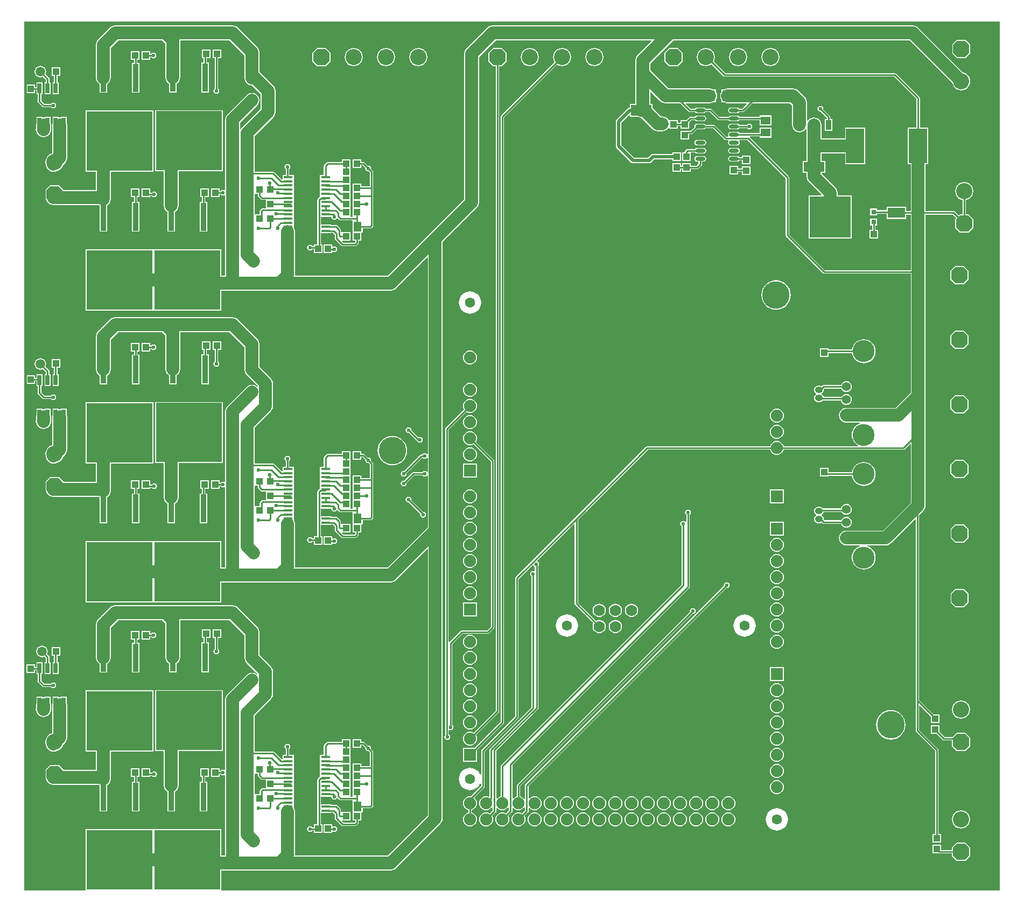
<source format=gbr>
%TF.GenerationSoftware,Altium Limited,Altium Designer,19.1.5 (86)*%
G04 Layer_Physical_Order=1*
G04 Layer_Color=255*
%FSLAX26Y26*%
%MOIN*%
%TF.FileFunction,Copper,L1,Top,Signal*%
%TF.Part,Single*%
G01*
G75*
%TA.AperFunction,SMDPad,CuDef*%
%ADD10R,0.039370X0.043307*%
%ADD11R,0.043307X0.039370*%
%ADD12R,0.059055X0.051181*%
%ADD13R,0.051181X0.059055*%
%ADD14R,0.025591X0.060039*%
%ADD15R,0.058071X0.017716*%
%ADD16R,0.118110X0.196850*%
%ADD17R,0.409449X0.366142*%
%ADD18R,0.037402X0.173228*%
%ADD19R,0.035433X0.062992*%
%ADD20R,0.125984X0.062992*%
%ADD21R,0.114173X0.212598*%
%ADD22R,0.062992X0.070866*%
%ADD23R,0.125984X0.070866*%
%ADD24R,0.043307X0.106299*%
%ADD25R,0.255905X0.255905*%
%ADD26R,0.031496X0.031496*%
%ADD27R,0.106299X0.062992*%
%ADD28O,0.061024X0.023622*%
%TA.AperFunction,Conductor*%
%ADD29C,0.010000*%
%ADD30C,0.078740*%
%ADD31C,0.020630*%
%TA.AperFunction,ComponentPad*%
G04:AMPARAMS|DCode=32|XSize=100mil|YSize=100mil|CornerRadius=0mil|HoleSize=0mil|Usage=FLASHONLY|Rotation=270.000|XOffset=0mil|YOffset=0mil|HoleType=Round|Shape=Octagon|*
%AMOCTAGOND32*
4,1,8,-0.025000,-0.050000,0.025000,-0.050000,0.050000,-0.025000,0.050000,0.025000,0.025000,0.050000,-0.025000,0.050000,-0.050000,0.025000,-0.050000,-0.025000,-0.025000,-0.050000,0.0*
%
%ADD32OCTAGOND32*%

%ADD33C,0.100000*%
%ADD34C,0.055906*%
%ADD35C,0.135827*%
G04:AMPARAMS|DCode=36|XSize=100mil|YSize=100mil|CornerRadius=0mil|HoleSize=0mil|Usage=FLASHONLY|Rotation=0.000|XOffset=0mil|YOffset=0mil|HoleType=Round|Shape=Octagon|*
%AMOCTAGOND36*
4,1,8,0.050000,-0.025000,0.050000,0.025000,0.025000,0.050000,-0.025000,0.050000,-0.050000,0.025000,-0.050000,-0.025000,-0.025000,-0.050000,0.025000,-0.050000,0.050000,-0.025000,0.0*
%
%ADD36OCTAGOND36*%

%ADD37O,0.047244X0.039370*%
%ADD38C,0.074803*%
%ADD39C,0.047244*%
%TA.AperFunction,ViaPad*%
%ADD40C,0.170000*%
%TA.AperFunction,ComponentPad*%
%ADD41R,0.074803X0.074803*%
%ADD42C,0.070000*%
%TA.AperFunction,ViaPad*%
%ADD43C,0.062992*%
%ADD44C,0.059055*%
%ADD45C,0.023622*%
G36*
X6048784Y11216D02*
X1230725D01*
Y134238D01*
X2280000D01*
X2291844Y135798D01*
X2302881Y140369D01*
X2312358Y147642D01*
X2587358Y422642D01*
X2594631Y432119D01*
X2599202Y443156D01*
X2600762Y455000D01*
Y2238465D01*
Y4026045D01*
X2812358Y4237642D01*
X2819631Y4247119D01*
X2824202Y4258156D01*
X2825762Y4270000D01*
Y5171045D01*
X2928955Y5274238D01*
X3892989D01*
X3894902Y5269619D01*
X3807642Y5182358D01*
X3800369Y5172881D01*
X3795798Y5161844D01*
X3794238Y5150000D01*
Y5070000D01*
Y4881669D01*
X3761008D01*
Y4861734D01*
X3760236Y4856871D01*
X3753870Y4855605D01*
X3748474Y4851999D01*
X3678238Y4781762D01*
X3674632Y4776366D01*
X3673365Y4770000D01*
Y4620000D01*
X3674632Y4613634D01*
X3678238Y4608238D01*
X3768238Y4518238D01*
X3773634Y4514632D01*
X3780000Y4513365D01*
X3880000D01*
X3886366Y4514632D01*
X3891762Y4518238D01*
X3910355Y4536830D01*
X4024315D01*
Y4525811D01*
X4075685D01*
Y4581118D01*
X4024315D01*
Y4570099D01*
X3903465D01*
X3897099Y4568833D01*
X3891702Y4565227D01*
X3873110Y4546635D01*
X3786890D01*
X3706635Y4626890D01*
Y4763110D01*
X3756389Y4812864D01*
X3761008Y4810950D01*
Y4798803D01*
X3812903D01*
X3819589Y4796034D01*
X3830624Y4794581D01*
X3900161Y4725043D01*
X3909639Y4717771D01*
X3920676Y4713199D01*
X3932520Y4711640D01*
X3960000D01*
X3971844Y4713199D01*
X3982881Y4717771D01*
X3992358Y4725043D01*
X3992948Y4725811D01*
X3995528D01*
Y4729173D01*
X3999315Y4734109D01*
X3999874Y4734114D01*
X4004315Y4730750D01*
Y4725811D01*
X4055685D01*
Y4742249D01*
X4074315D01*
Y4725811D01*
X4125685D01*
Y4765257D01*
X4139213Y4778784D01*
X4163041D01*
X4164127Y4777159D01*
X4170019Y4773222D01*
X4176968Y4771840D01*
X4214370D01*
X4221320Y4773222D01*
X4227211Y4777159D01*
X4231148Y4783051D01*
X4232530Y4790000D01*
X4231148Y4796949D01*
X4227211Y4802841D01*
X4221320Y4806778D01*
X4214370Y4808160D01*
X4176968D01*
X4170019Y4806778D01*
X4164127Y4802841D01*
X4163041Y4801216D01*
X4134568D01*
X4134567Y4801216D01*
X4130275Y4800362D01*
X4126636Y4797931D01*
X4126636Y4797930D01*
X4109824Y4781118D01*
X4074315D01*
Y4764680D01*
X4055685D01*
Y4781118D01*
X4004315D01*
Y4781118D01*
X4001810Y4780671D01*
X3999315Y4780694D01*
X3995528Y4785630D01*
Y4788992D01*
X3992948D01*
X3992358Y4789760D01*
X3982881Y4797032D01*
X3971844Y4801604D01*
X3960000Y4803163D01*
X3951475D01*
X3898992Y4855646D01*
Y4881669D01*
X3885762D01*
Y4952989D01*
X3890381Y4954902D01*
X3947642Y4897642D01*
X3957119Y4890369D01*
X3968156Y4885798D01*
X3980000Y4884238D01*
X4069900D01*
X4122069Y4832070D01*
X4122069Y4832069D01*
X4125708Y4829638D01*
X4130000Y4828784D01*
X4130001Y4828784D01*
X4163041D01*
X4164127Y4827159D01*
X4170019Y4823222D01*
X4176968Y4821840D01*
X4214370D01*
X4221320Y4823222D01*
X4227211Y4827159D01*
X4228297Y4828784D01*
X4255354D01*
X4302069Y4782070D01*
X4302069Y4782069D01*
X4305708Y4779638D01*
X4310000Y4778784D01*
X4310001Y4778784D01*
X4371703D01*
X4372789Y4777159D01*
X4378680Y4773222D01*
X4385630Y4771840D01*
X4423032D01*
X4429981Y4773222D01*
X4435873Y4777159D01*
X4436959Y4778784D01*
X4564472D01*
Y4745811D01*
X4635528D01*
Y4808992D01*
X4564472D01*
Y4801216D01*
X4436959D01*
X4435873Y4802841D01*
X4429981Y4806778D01*
X4423032Y4808160D01*
X4385630D01*
X4378680Y4806778D01*
X4372789Y4802841D01*
X4371703Y4801216D01*
X4314646D01*
X4267931Y4847931D01*
X4264292Y4850362D01*
X4260000Y4851216D01*
X4259999Y4851216D01*
X4228297D01*
X4227211Y4852841D01*
X4221320Y4856778D01*
X4214370Y4858160D01*
X4176968D01*
X4170019Y4856778D01*
X4164127Y4852841D01*
X4163041Y4851216D01*
X4134646D01*
X4106242Y4879619D01*
X4108156Y4884238D01*
X4254882D01*
X4266726Y4885798D01*
X4273412Y4888567D01*
X4292378D01*
Y4904337D01*
X4294513Y4907119D01*
X4299084Y4918156D01*
X4300644Y4930000D01*
X4299084Y4941844D01*
X4294513Y4952881D01*
X4292378Y4955663D01*
Y4971433D01*
X4273412D01*
X4266726Y4974202D01*
X4254882Y4975762D01*
X3998955D01*
X3885762Y5088955D01*
Y5131045D01*
X4028955Y5274238D01*
X5493084D01*
X5756434Y5010888D01*
X5757111Y5005751D01*
X5762753Y4992128D01*
X5771730Y4980430D01*
X5783428Y4971454D01*
X5797050Y4965811D01*
X5811669Y4963887D01*
X5826288Y4965811D01*
X5839911Y4971454D01*
X5851609Y4980430D01*
X5860585Y4992128D01*
X5866228Y5005751D01*
X5868153Y5020370D01*
X5866228Y5034989D01*
X5860585Y5048612D01*
X5851609Y5060310D01*
X5839911Y5069286D01*
X5826288Y5074929D01*
X5821151Y5075605D01*
X5544398Y5352358D01*
X5534920Y5359631D01*
X5523883Y5364202D01*
X5512039Y5365762D01*
X2910000D01*
X2898156Y5364202D01*
X2887119Y5359631D01*
X2877642Y5352358D01*
X2747642Y5222358D01*
X2740369Y5212881D01*
X2735798Y5201844D01*
X2734238Y5190000D01*
Y4288955D01*
X2522642Y4077359D01*
X2522642Y4077358D01*
X2261045Y3815762D01*
X1688995D01*
X1685699Y3819521D01*
X1685762Y3820000D01*
Y4030000D01*
Y4090000D01*
X1684202Y4101844D01*
X1679631Y4112881D01*
X1679366Y4113226D01*
Y4155575D01*
Y4181165D01*
Y4206756D01*
Y4232346D01*
Y4257937D01*
Y4283528D01*
Y4309118D01*
Y4334709D01*
Y4360299D01*
Y4385890D01*
Y4411480D01*
Y4441197D01*
X1651216D01*
Y4476073D01*
X1652841Y4477159D01*
X1656778Y4483051D01*
X1658160Y4490000D01*
X1656778Y4496949D01*
X1652841Y4502841D01*
X1646950Y4506778D01*
X1640000Y4508160D01*
X1633051Y4506778D01*
X1627159Y4502841D01*
X1623223Y4496949D01*
X1621840Y4490000D01*
X1623223Y4483051D01*
X1627159Y4477159D01*
X1628785Y4476073D01*
Y4441197D01*
X1609295D01*
Y4411963D01*
X1603898D01*
X1557931Y4457931D01*
X1554292Y4460362D01*
X1550000Y4461216D01*
X1550000Y4461216D01*
X1435762D01*
Y4681045D01*
X1552358Y4797641D01*
X1559631Y4807119D01*
X1564202Y4818156D01*
X1565762Y4830000D01*
Y4960000D01*
X1564202Y4971844D01*
X1559631Y4982881D01*
X1552358Y4992358D01*
X1472358Y5072358D01*
X1465762Y5077420D01*
Y5200000D01*
X1464202Y5211844D01*
X1459631Y5222881D01*
X1452358Y5232358D01*
X1332358Y5352358D01*
X1322881Y5359631D01*
X1311844Y5364202D01*
X1300000Y5365762D01*
X573544D01*
X561700Y5364202D01*
X550663Y5359631D01*
X541185Y5352358D01*
X467642Y5278815D01*
X460369Y5269337D01*
X455798Y5258301D01*
X454238Y5246457D01*
Y5041732D01*
X455798Y5029888D01*
X460369Y5018851D01*
X467642Y5009374D01*
X475299Y5003498D01*
Y4949118D01*
X524701D01*
Y5003498D01*
X532358Y5009374D01*
X539631Y5018851D01*
X544202Y5029888D01*
X545762Y5041732D01*
Y5227502D01*
X592499Y5274238D01*
X864920D01*
X884239Y5254920D01*
Y5044094D01*
X885798Y5032250D01*
X890369Y5021213D01*
X897642Y5011736D01*
X905299Y5005860D01*
Y4951480D01*
X954701D01*
Y5005860D01*
X962358Y5011736D01*
X969631Y5021213D01*
X974202Y5032250D01*
X975762Y5044094D01*
Y5273875D01*
X976080Y5274238D01*
X1281045D01*
X1374238Y5181045D01*
Y5040000D01*
X1375798Y5028156D01*
X1380369Y5017119D01*
X1387642Y5007642D01*
X1397119Y5000369D01*
X1408156Y4995798D01*
X1420000Y4994238D01*
X1421045D01*
X1474238Y4941045D01*
Y4848955D01*
X1357642Y4732358D01*
X1350762Y4723392D01*
X1349029Y4723441D01*
X1345762Y4724806D01*
Y4763250D01*
X1452358Y4869846D01*
X1459631Y4879324D01*
X1464202Y4890361D01*
X1465762Y4902205D01*
X1464202Y4914049D01*
X1459631Y4925086D01*
X1452358Y4934563D01*
X1442881Y4941836D01*
X1431844Y4946407D01*
X1420000Y4947966D01*
X1408156Y4946407D01*
X1397119Y4941836D01*
X1387642Y4934563D01*
X1267642Y4814563D01*
X1260369Y4805086D01*
X1255798Y4794049D01*
X1254238Y4782205D01*
Y4347921D01*
X1249238Y4345248D01*
X1246950Y4346778D01*
X1240000Y4348160D01*
X1233051Y4346778D01*
X1227159Y4342841D01*
X1226073Y4341216D01*
X1221118D01*
Y4355685D01*
X1165811D01*
Y4304315D01*
X1221118D01*
Y4318784D01*
X1226073D01*
X1227159Y4317159D01*
X1233051Y4313222D01*
X1240000Y4311840D01*
X1246950Y4313222D01*
X1249238Y4314752D01*
X1254238Y4312079D01*
Y3815762D01*
X1230725D01*
Y3979071D01*
X389276D01*
Y3600929D01*
X1230725D01*
Y3724238D01*
X2280000D01*
X2291844Y3725798D01*
X2302881Y3730369D01*
X2312358Y3737642D01*
X2504619Y3929902D01*
X2509238Y3927989D01*
Y2712266D01*
X2504238Y2710750D01*
X2502841Y2712841D01*
X2496950Y2716778D01*
X2490000Y2718160D01*
X2483050Y2716778D01*
X2477159Y2712841D01*
X2476073Y2711215D01*
X2470001D01*
X2470000Y2711216D01*
X2465708Y2710362D01*
X2462069Y2707931D01*
X2361917Y2607778D01*
X2360000Y2608160D01*
X2353050Y2606778D01*
X2347159Y2602841D01*
X2343222Y2596950D01*
X2341840Y2590000D01*
X2343222Y2583050D01*
X2347159Y2577159D01*
X2353050Y2573222D01*
X2360000Y2571840D01*
X2366950Y2573222D01*
X2372841Y2577159D01*
X2376778Y2583050D01*
X2378160Y2590000D01*
X2377778Y2591917D01*
X2471908Y2686046D01*
X2477159Y2687159D01*
X2483050Y2683222D01*
X2490000Y2681840D01*
X2496950Y2683222D01*
X2502841Y2687159D01*
X2504238Y2689250D01*
X2509238Y2687734D01*
Y2602266D01*
X2504238Y2600750D01*
X2502841Y2602841D01*
X2496950Y2606778D01*
X2490000Y2608160D01*
X2483050Y2606778D01*
X2477159Y2602841D01*
X2476073Y2601215D01*
X2420001D01*
X2420000Y2601216D01*
X2415708Y2600362D01*
X2412069Y2597931D01*
X2412069Y2597930D01*
X2361917Y2547778D01*
X2360000Y2548160D01*
X2353050Y2546778D01*
X2347159Y2542841D01*
X2343222Y2536950D01*
X2341840Y2530000D01*
X2343222Y2523050D01*
X2347159Y2517159D01*
X2353050Y2513222D01*
X2360000Y2511840D01*
X2366950Y2513222D01*
X2372841Y2517159D01*
X2376778Y2523050D01*
X2378160Y2530000D01*
X2377778Y2531917D01*
X2424646Y2578785D01*
X2476073D01*
X2477159Y2577159D01*
X2483050Y2573222D01*
X2490000Y2571840D01*
X2496950Y2573222D01*
X2502841Y2577159D01*
X2504238Y2579250D01*
X2509238Y2577734D01*
Y2257420D01*
X2261045Y2009226D01*
X1688995D01*
X1685698Y2012986D01*
X1685762Y2013465D01*
Y2223465D01*
Y2280000D01*
X1684202Y2291844D01*
X1679631Y2302881D01*
X1679366Y2303226D01*
Y2349039D01*
Y2374630D01*
Y2400221D01*
Y2425811D01*
Y2451402D01*
Y2476992D01*
Y2502583D01*
Y2528173D01*
Y2553764D01*
Y2579354D01*
Y2604945D01*
Y2634661D01*
X1651216D01*
Y2669537D01*
X1652841Y2670624D01*
X1656778Y2676515D01*
X1658160Y2683465D01*
X1656778Y2690414D01*
X1652841Y2696306D01*
X1646949Y2700242D01*
X1640000Y2701624D01*
X1633051Y2700242D01*
X1627159Y2696306D01*
X1623222Y2690414D01*
X1621840Y2683465D01*
X1623222Y2676515D01*
X1627159Y2670624D01*
X1628784Y2669537D01*
Y2634661D01*
X1609295D01*
Y2605428D01*
X1603898D01*
X1557931Y2651395D01*
X1554292Y2653826D01*
X1550000Y2654680D01*
X1549999Y2654680D01*
X1435762D01*
Y2874510D01*
X1537099Y2975846D01*
X1544371Y2985324D01*
X1548943Y2996361D01*
X1550502Y3008205D01*
Y3148724D01*
X1548943Y3160568D01*
X1544371Y3171605D01*
X1537099Y3181083D01*
X1465762Y3252420D01*
Y3393465D01*
X1464202Y3405309D01*
X1459631Y3416345D01*
X1452358Y3425823D01*
X1332358Y3545823D01*
X1322881Y3553095D01*
X1311844Y3557667D01*
X1300000Y3559226D01*
X573543D01*
X561699Y3557667D01*
X550663Y3553095D01*
X541185Y3545823D01*
X467642Y3472279D01*
X460369Y3462802D01*
X455798Y3451765D01*
X454238Y3439921D01*
Y3235197D01*
X455798Y3223353D01*
X460369Y3212316D01*
X467642Y3202838D01*
X475299Y3196962D01*
Y3142582D01*
X524701D01*
Y3196962D01*
X532358Y3202838D01*
X539631Y3212316D01*
X544202Y3223353D01*
X545762Y3235197D01*
Y3420966D01*
X592499Y3467703D01*
X864920D01*
X884238Y3448385D01*
Y3237559D01*
X885798Y3225715D01*
X890369Y3214678D01*
X897642Y3205200D01*
X905299Y3199324D01*
Y3144945D01*
X954701D01*
Y3199324D01*
X962358Y3205200D01*
X969631Y3214678D01*
X974202Y3225715D01*
X975762Y3237559D01*
Y3467340D01*
X976080Y3467703D01*
X1281045D01*
X1374238Y3374510D01*
Y3233465D01*
X1375798Y3221621D01*
X1380369Y3210584D01*
X1387642Y3201106D01*
X1456971Y3131776D01*
X1456717Y3130561D01*
X1455158Y3129655D01*
X1451256Y3128873D01*
X1442881Y3135300D01*
X1431844Y3139872D01*
X1420000Y3141431D01*
X1408156Y3139872D01*
X1397119Y3135300D01*
X1387642Y3128028D01*
X1267642Y3008028D01*
X1260369Y2998550D01*
X1255798Y2987513D01*
X1254238Y2975669D01*
Y2541385D01*
X1249238Y2538713D01*
X1246949Y2540242D01*
X1240000Y2541624D01*
X1233051Y2540242D01*
X1227159Y2536306D01*
X1226073Y2534680D01*
X1221118D01*
Y2549150D01*
X1165811D01*
Y2497780D01*
X1221118D01*
Y2512249D01*
X1226073D01*
X1227159Y2510624D01*
X1233051Y2506687D01*
X1240000Y2505305D01*
X1246949Y2506687D01*
X1249238Y2508216D01*
X1254238Y2505544D01*
Y2009226D01*
X1230724D01*
Y2172535D01*
X389276D01*
Y1794394D01*
X1230724D01*
Y1917703D01*
X2280000D01*
X2291844Y1919262D01*
X2302881Y1923834D01*
X2312358Y1931106D01*
X2504619Y2123367D01*
X2509238Y2121454D01*
Y473955D01*
X2261045Y225762D01*
X1688995D01*
X1685699Y229521D01*
X1685762Y230000D01*
Y440000D01*
Y500000D01*
X1684202Y511844D01*
X1679631Y522881D01*
X1679366Y523226D01*
Y565575D01*
Y591165D01*
Y616756D01*
Y642346D01*
Y667937D01*
Y693528D01*
Y719118D01*
Y744709D01*
Y770299D01*
Y795890D01*
Y821480D01*
Y851197D01*
X1651216D01*
Y886073D01*
X1652841Y887159D01*
X1656778Y893051D01*
X1658160Y900000D01*
X1656778Y906949D01*
X1652841Y912841D01*
X1646950Y916778D01*
X1640000Y918160D01*
X1633051Y916778D01*
X1627159Y912841D01*
X1623223Y906949D01*
X1621840Y900000D01*
X1623223Y893051D01*
X1627159Y887159D01*
X1628785Y886073D01*
Y851197D01*
X1609295D01*
Y821963D01*
X1603898D01*
X1557931Y867931D01*
X1554292Y870362D01*
X1550000Y871216D01*
X1550000Y871216D01*
X1435762D01*
Y1091045D01*
X1537099Y1192382D01*
X1544371Y1201859D01*
X1548943Y1212896D01*
X1550502Y1224740D01*
Y1365260D01*
X1548943Y1377104D01*
X1544371Y1388141D01*
X1537099Y1397618D01*
X1465762Y1468955D01*
Y1610000D01*
X1464202Y1621844D01*
X1459631Y1632881D01*
X1452358Y1642358D01*
X1332358Y1762358D01*
X1322881Y1769631D01*
X1311844Y1774202D01*
X1300000Y1775762D01*
X573544D01*
X561700Y1774202D01*
X550663Y1769631D01*
X541185Y1762358D01*
X467642Y1688815D01*
X460369Y1679337D01*
X455798Y1668301D01*
X454238Y1656457D01*
Y1451732D01*
X455798Y1439888D01*
X460369Y1428851D01*
X467642Y1419374D01*
X475299Y1413498D01*
Y1359118D01*
X524701D01*
Y1413498D01*
X532358Y1419374D01*
X539631Y1428851D01*
X544202Y1439888D01*
X545762Y1451732D01*
Y1637502D01*
X592499Y1684238D01*
X864920D01*
X884239Y1664920D01*
Y1454094D01*
X885798Y1442250D01*
X890369Y1431213D01*
X897642Y1421736D01*
X905299Y1415860D01*
Y1361480D01*
X954701D01*
Y1415860D01*
X962358Y1421736D01*
X969631Y1431213D01*
X974202Y1442250D01*
X975762Y1454094D01*
Y1683875D01*
X976080Y1684238D01*
X1281045D01*
X1374238Y1591045D01*
Y1450000D01*
X1375798Y1438156D01*
X1380369Y1427119D01*
X1387642Y1417642D01*
X1456972Y1348312D01*
X1456717Y1347096D01*
X1455159Y1346190D01*
X1451256Y1345409D01*
X1442881Y1351835D01*
X1431844Y1356407D01*
X1420000Y1357966D01*
X1408156Y1356407D01*
X1397119Y1351835D01*
X1387642Y1344563D01*
X1267642Y1224563D01*
X1260369Y1215086D01*
X1255798Y1204049D01*
X1254238Y1192205D01*
Y757921D01*
X1249238Y755248D01*
X1246950Y756778D01*
X1240000Y758160D01*
X1233051Y756778D01*
X1227159Y752841D01*
X1226073Y751216D01*
X1221118D01*
Y765685D01*
X1165811D01*
Y714315D01*
X1221118D01*
Y728784D01*
X1226073D01*
X1227159Y727159D01*
X1233051Y723222D01*
X1240000Y721840D01*
X1246950Y723222D01*
X1249238Y724752D01*
X1254238Y722079D01*
Y225762D01*
X1230725D01*
Y389071D01*
X389276D01*
Y11216D01*
X11216D01*
Y5388784D01*
X6048784Y5388784D01*
X6048784Y11216D01*
D02*
G37*
G36*
X1455320Y4313465D02*
X1455320Y4313465D01*
X1456174Y4309172D01*
X1458605Y4305534D01*
X1473684Y4290455D01*
X1477322Y4288024D01*
X1481614Y4287170D01*
X1481615Y4287170D01*
X1501426D01*
X1505811Y4285685D01*
Y4234315D01*
X1500931Y4234026D01*
X1485071D01*
X1480779Y4233173D01*
X1477140Y4230742D01*
X1477140Y4230741D01*
X1471282Y4224884D01*
X1468851Y4221245D01*
X1467997Y4216953D01*
X1467997Y4216953D01*
Y4195685D01*
X1438882D01*
X1435762Y4199392D01*
Y4320608D01*
X1438882Y4324315D01*
X1455320D01*
Y4313465D01*
D02*
G37*
G36*
X1455320Y2506930D02*
X1455320Y2506929D01*
X1456174Y2502637D01*
X1458605Y2498999D01*
X1473684Y2483920D01*
X1477322Y2481489D01*
X1481614Y2480635D01*
X1481615Y2480635D01*
X1501426D01*
X1505811Y2479149D01*
Y2427780D01*
X1500930Y2427491D01*
X1485071D01*
X1480779Y2426637D01*
X1477140Y2424206D01*
X1477140Y2424206D01*
X1471282Y2418348D01*
X1468851Y2414710D01*
X1467997Y2410418D01*
X1467997Y2410417D01*
Y2389150D01*
X1438882D01*
X1435762Y2392857D01*
Y2514072D01*
X1438882Y2517780D01*
X1455320D01*
Y2506930D01*
D02*
G37*
G36*
X1455320Y723465D02*
X1455320Y723465D01*
X1456174Y719173D01*
X1458605Y715534D01*
X1473684Y700455D01*
X1477322Y698024D01*
X1481614Y697170D01*
X1481615Y697170D01*
X1501426D01*
X1505811Y695685D01*
Y644315D01*
X1500931Y644027D01*
X1485071D01*
X1480779Y643173D01*
X1477140Y640742D01*
X1477140Y640741D01*
X1471282Y634884D01*
X1468851Y631245D01*
X1467997Y626953D01*
X1467997Y626953D01*
Y605685D01*
X1438882D01*
X1435762Y609393D01*
Y730607D01*
X1438882Y734315D01*
X1455320D01*
Y723465D01*
D02*
G37*
%LPC*%
G36*
X5839669Y5276370D02*
X5783669D01*
X5755669Y5248370D01*
Y5192370D01*
X5783669Y5164370D01*
X5839669D01*
X5867669Y5192370D01*
Y5248370D01*
X5839669Y5276370D01*
D02*
G37*
G36*
X791118Y5205685D02*
X735811D01*
Y5154315D01*
X791118D01*
Y5168784D01*
X796073D01*
X797159Y5167159D01*
X803051Y5163222D01*
X810000Y5161840D01*
X816950Y5163222D01*
X822841Y5167159D01*
X826778Y5173051D01*
X828160Y5180000D01*
X826778Y5186949D01*
X822841Y5192841D01*
X816950Y5196778D01*
X810000Y5198160D01*
X803051Y5196778D01*
X797159Y5192841D01*
X796073Y5191216D01*
X791118D01*
Y5205685D01*
D02*
G37*
G36*
X4058000Y5226000D02*
X4002000D01*
X3974000Y5198000D01*
Y5142000D01*
X4002000Y5114000D01*
X4058000D01*
X4086000Y5142000D01*
Y5198000D01*
X4058000Y5226000D01*
D02*
G37*
G36*
X1878000D02*
X1822000D01*
X1794000Y5198000D01*
Y5142000D01*
X1822000Y5114000D01*
X1878000D01*
X1906000Y5142000D01*
Y5198000D01*
X1878000Y5226000D01*
D02*
G37*
G36*
X4630000Y5226483D02*
X4615381Y5224559D01*
X4601758Y5218916D01*
X4590060Y5209940D01*
X4581084Y5198242D01*
X4575441Y5184619D01*
X4573517Y5170000D01*
X4575441Y5155381D01*
X4581084Y5141758D01*
X4590060Y5130060D01*
X4601758Y5121084D01*
X4615381Y5115441D01*
X4630000Y5113517D01*
X4644619Y5115441D01*
X4658242Y5121084D01*
X4669940Y5130060D01*
X4678916Y5141758D01*
X4684559Y5155381D01*
X4686483Y5170000D01*
X4684559Y5184619D01*
X4678916Y5198242D01*
X4669940Y5209940D01*
X4658242Y5218916D01*
X4644619Y5224559D01*
X4630000Y5226483D01*
D02*
G37*
G36*
X4430000D02*
X4415381Y5224559D01*
X4401758Y5218916D01*
X4390060Y5209940D01*
X4381084Y5198242D01*
X4375441Y5184619D01*
X4373517Y5170000D01*
X4375441Y5155381D01*
X4381084Y5141758D01*
X4390060Y5130060D01*
X4401758Y5121084D01*
X4415381Y5115441D01*
X4430000Y5113517D01*
X4444619Y5115441D01*
X4458242Y5121084D01*
X4469940Y5130060D01*
X4478916Y5141758D01*
X4484559Y5155381D01*
X4486483Y5170000D01*
X4484559Y5184619D01*
X4478916Y5198242D01*
X4469940Y5209940D01*
X4458242Y5218916D01*
X4444619Y5224559D01*
X4430000Y5226483D01*
D02*
G37*
G36*
X3540000D02*
X3525381Y5224559D01*
X3511758Y5218916D01*
X3500060Y5209940D01*
X3491084Y5198242D01*
X3485441Y5184619D01*
X3483517Y5170000D01*
X3485441Y5155381D01*
X3491084Y5141758D01*
X3500060Y5130060D01*
X3511758Y5121084D01*
X3525381Y5115441D01*
X3540000Y5113517D01*
X3554619Y5115441D01*
X3568242Y5121084D01*
X3579940Y5130060D01*
X3588916Y5141758D01*
X3594559Y5155381D01*
X3596483Y5170000D01*
X3594559Y5184619D01*
X3588916Y5198242D01*
X3579940Y5209940D01*
X3568242Y5218916D01*
X3554619Y5224559D01*
X3540000Y5226483D01*
D02*
G37*
G36*
X3340000D02*
X3325381Y5224559D01*
X3311758Y5218916D01*
X3300060Y5209940D01*
X3291084Y5198242D01*
X3285441Y5184619D01*
X3283517Y5170000D01*
X3285441Y5155381D01*
X3291084Y5141758D01*
X3293174Y5139035D01*
X2962069Y4807931D01*
X2959638Y4804292D01*
X2958784Y4800000D01*
X2958785Y4799999D01*
Y1054646D01*
X2797540Y893402D01*
X2726599D01*
Y806598D01*
X2813401D01*
Y877540D01*
X2977930Y1042069D01*
X2977931Y1042069D01*
X2980362Y1045708D01*
X2981216Y1050000D01*
X2981215Y1050001D01*
Y4795354D01*
X3309035Y5123174D01*
X3311758Y5121084D01*
X3325381Y5115441D01*
X3340000Y5113517D01*
X3354619Y5115441D01*
X3368242Y5121084D01*
X3379940Y5130060D01*
X3388916Y5141758D01*
X3394559Y5155381D01*
X3396483Y5170000D01*
X3394559Y5184619D01*
X3388916Y5198242D01*
X3379940Y5209940D01*
X3368242Y5218916D01*
X3354619Y5224559D01*
X3340000Y5226483D01*
D02*
G37*
G36*
X3140000D02*
X3125381Y5224559D01*
X3111758Y5218916D01*
X3100060Y5209940D01*
X3091084Y5198242D01*
X3085441Y5184619D01*
X3083517Y5170000D01*
X3085441Y5155381D01*
X3091084Y5141758D01*
X3100060Y5130060D01*
X3111758Y5121084D01*
X3125381Y5115441D01*
X3140000Y5113517D01*
X3154619Y5115441D01*
X3168242Y5121084D01*
X3179940Y5130060D01*
X3188916Y5141758D01*
X3194559Y5155381D01*
X3196483Y5170000D01*
X3194559Y5184619D01*
X3188916Y5198242D01*
X3179940Y5209940D01*
X3168242Y5218916D01*
X3154619Y5224559D01*
X3140000Y5226483D01*
D02*
G37*
G36*
X2450000D02*
X2435381Y5224559D01*
X2421758Y5218916D01*
X2410060Y5209940D01*
X2401084Y5198242D01*
X2395441Y5184619D01*
X2393517Y5170000D01*
X2395441Y5155381D01*
X2401084Y5141758D01*
X2410060Y5130060D01*
X2421758Y5121084D01*
X2435381Y5115441D01*
X2450000Y5113517D01*
X2464619Y5115441D01*
X2478242Y5121084D01*
X2489940Y5130060D01*
X2498916Y5141758D01*
X2504559Y5155381D01*
X2506483Y5170000D01*
X2504559Y5184619D01*
X2498916Y5198242D01*
X2489940Y5209940D01*
X2478242Y5218916D01*
X2464619Y5224559D01*
X2450000Y5226483D01*
D02*
G37*
G36*
X2250000D02*
X2235381Y5224559D01*
X2221758Y5218916D01*
X2210060Y5209940D01*
X2201084Y5198242D01*
X2195441Y5184619D01*
X2193517Y5170000D01*
X2195441Y5155381D01*
X2201084Y5141758D01*
X2210060Y5130060D01*
X2221758Y5121084D01*
X2235381Y5115441D01*
X2250000Y5113517D01*
X2264619Y5115441D01*
X2278242Y5121084D01*
X2289940Y5130060D01*
X2298916Y5141758D01*
X2304559Y5155381D01*
X2306483Y5170000D01*
X2304559Y5184619D01*
X2298916Y5198242D01*
X2289940Y5209940D01*
X2278242Y5218916D01*
X2264619Y5224559D01*
X2250000Y5226483D01*
D02*
G37*
G36*
X2050000D02*
X2035381Y5224559D01*
X2021758Y5218916D01*
X2010060Y5209940D01*
X2001084Y5198242D01*
X1995441Y5184619D01*
X1993517Y5170000D01*
X1995441Y5155381D01*
X2001084Y5141758D01*
X2010060Y5130060D01*
X2021758Y5121084D01*
X2035381Y5115441D01*
X2050000Y5113517D01*
X2064619Y5115441D01*
X2078242Y5121084D01*
X2089940Y5130060D01*
X2098916Y5141758D01*
X2104559Y5155381D01*
X2106483Y5170000D01*
X2104559Y5184619D01*
X2098916Y5198242D01*
X2089940Y5209940D01*
X2078242Y5218916D01*
X2064619Y5224559D01*
X2050000Y5226483D01*
D02*
G37*
G36*
X123795Y5012791D02*
X86205D01*
Y4984680D01*
X75685D01*
Y5001118D01*
X24315D01*
Y4945811D01*
X75685D01*
Y4962249D01*
X86205D01*
Y4940752D01*
X93785D01*
Y4895001D01*
X93784Y4895000D01*
X94638Y4890708D01*
X97070Y4887069D01*
X122069Y4862070D01*
X122070Y4862069D01*
X125708Y4859638D01*
X130000Y4858784D01*
X176073D01*
X177159Y4857159D01*
X183051Y4853222D01*
X190000Y4851840D01*
X196950Y4853222D01*
X202841Y4857159D01*
X206778Y4863051D01*
X208160Y4870000D01*
X206778Y4876949D01*
X202841Y4882841D01*
X196950Y4886778D01*
X190000Y4888160D01*
X183051Y4886778D01*
X177159Y4882841D01*
X176073Y4881216D01*
X134646D01*
X116216Y4899646D01*
Y4940752D01*
X123795D01*
Y5012791D01*
D02*
G37*
G36*
X1164189Y5215685D02*
X1108882D01*
Y5164315D01*
X1118785D01*
Y5136708D01*
X1105299D01*
Y4951480D01*
X1154701D01*
Y5136708D01*
X1141216D01*
Y5164315D01*
X1164189D01*
Y5215685D01*
D02*
G37*
G36*
X724189Y5205685D02*
X668882D01*
Y5154315D01*
X688785D01*
Y5134346D01*
X675299D01*
Y4949118D01*
X724701D01*
Y5134346D01*
X711216D01*
Y5154315D01*
X724189D01*
Y5205685D01*
D02*
G37*
G36*
X1231118Y5215685D02*
X1175811D01*
Y5164315D01*
X1188784D01*
Y4973927D01*
X1187159Y4972841D01*
X1183222Y4966949D01*
X1181840Y4960000D01*
X1183222Y4953051D01*
X1187159Y4947159D01*
X1193051Y4943222D01*
X1200000Y4941840D01*
X1206949Y4943222D01*
X1212841Y4947159D01*
X1216778Y4953051D01*
X1218160Y4960000D01*
X1216778Y4966949D01*
X1212841Y4972841D01*
X1211216Y4973927D01*
Y5164315D01*
X1231118D01*
Y5215685D01*
D02*
G37*
G36*
X234189Y5105685D02*
X178882D01*
Y5054315D01*
X193785D01*
Y5012791D01*
X186205D01*
Y4940752D01*
X223795D01*
Y5012791D01*
X216216D01*
Y5054315D01*
X234189D01*
Y5105685D01*
D02*
G37*
G36*
X110000Y5115834D02*
X100725Y5114613D01*
X92083Y5111033D01*
X84662Y5105338D01*
X78967Y5097917D01*
X75387Y5089275D01*
X74166Y5080000D01*
X75387Y5070725D01*
X78967Y5062083D01*
X84662Y5054662D01*
X92083Y5048967D01*
X100725Y5045387D01*
X110000Y5044166D01*
X119275Y5045387D01*
X125976Y5048163D01*
X143785Y5030354D01*
Y5012791D01*
X136205D01*
Y4940752D01*
X173795D01*
Y5012791D01*
X166216D01*
Y5034999D01*
X166216Y5035000D01*
X165362Y5039292D01*
X162931Y5042931D01*
X162930Y5042931D01*
X141837Y5064024D01*
X144613Y5070725D01*
X145834Y5080000D01*
X144613Y5089275D01*
X141033Y5097917D01*
X135339Y5105338D01*
X127917Y5111033D01*
X119275Y5114613D01*
X110000Y5115834D01*
D02*
G37*
G36*
X273795Y4799248D02*
X236205D01*
Y4798736D01*
X232446Y4795440D01*
X230000Y4795762D01*
X227555Y4795440D01*
X223795Y4798736D01*
Y4799248D01*
X186205D01*
Y4762827D01*
X185798Y4761844D01*
X184238Y4750000D01*
Y4574258D01*
X183712Y4574188D01*
X170089Y4568546D01*
X158391Y4559569D01*
X149415Y4547871D01*
X143772Y4534249D01*
X141847Y4519630D01*
X143772Y4505011D01*
X144599Y4503014D01*
X145798Y4493909D01*
X150369Y4482872D01*
X157642Y4473395D01*
X167119Y4466122D01*
X178156Y4461551D01*
X190000Y4459991D01*
X201844Y4461551D01*
X209129Y4464568D01*
X212950Y4465071D01*
X226572Y4470714D01*
X238270Y4479690D01*
X247247Y4491388D01*
X252122Y4503158D01*
X262358Y4513395D01*
X269631Y4522872D01*
X274202Y4533909D01*
X275762Y4545753D01*
Y4750000D01*
X274202Y4761844D01*
X273795Y4762827D01*
Y4799248D01*
D02*
G37*
G36*
X173795D02*
X136205D01*
Y4798736D01*
X132446Y4795440D01*
X130000Y4795762D01*
X127555Y4795440D01*
X123795Y4798736D01*
Y4799248D01*
X86205D01*
Y4762827D01*
X85798Y4761844D01*
X84239Y4750000D01*
Y4728470D01*
X83222Y4726949D01*
X81840Y4720000D01*
X83222Y4713051D01*
X85627Y4709452D01*
X85798Y4708156D01*
X90369Y4697119D01*
X97642Y4687642D01*
X107119Y4680369D01*
X118156Y4675798D01*
X130000Y4674238D01*
X141844Y4675798D01*
X152881Y4680369D01*
X162358Y4687642D01*
X169631Y4697119D01*
X174202Y4708156D01*
X174373Y4709452D01*
X176778Y4713051D01*
X178160Y4720000D01*
X176778Y4726949D01*
X175762Y4728470D01*
Y4750000D01*
X174202Y4761844D01*
X173795Y4762827D01*
Y4799248D01*
D02*
G37*
G36*
X4500000Y4758160D02*
X4493051Y4756778D01*
X4487159Y4752841D01*
X4486073Y4751216D01*
X4436959D01*
X4435873Y4752841D01*
X4429981Y4756778D01*
X4423032Y4758160D01*
X4385630D01*
X4378680Y4756778D01*
X4372789Y4752841D01*
X4368852Y4746949D01*
X4367470Y4740000D01*
X4368852Y4733051D01*
X4372789Y4727159D01*
X4378680Y4723222D01*
X4385630Y4721840D01*
X4423032D01*
X4429981Y4723222D01*
X4435873Y4727159D01*
X4436959Y4728784D01*
X4486073D01*
X4487159Y4727159D01*
X4493051Y4723222D01*
X4500000Y4721840D01*
X4506949Y4723222D01*
X4512841Y4727159D01*
X4516778Y4733051D01*
X4518160Y4740000D01*
X4516778Y4746949D01*
X4512841Y4752841D01*
X4506949Y4756778D01*
X4500000Y4758160D01*
D02*
G37*
G36*
X4940000Y4868160D02*
X4933051Y4866778D01*
X4927159Y4862841D01*
X4923222Y4856949D01*
X4921840Y4850000D01*
X4923222Y4843051D01*
X4927159Y4837159D01*
X4933051Y4833222D01*
X4940000Y4831840D01*
X4941917Y4832221D01*
X4979336Y4794803D01*
Y4787417D01*
X4966835D01*
Y4712425D01*
X5014268D01*
Y4787417D01*
X5001767D01*
Y4799448D01*
X5001767Y4799449D01*
X5000913Y4803741D01*
X4998482Y4807379D01*
X4957779Y4848083D01*
X4958160Y4850000D01*
X4956778Y4856949D01*
X4952841Y4862841D01*
X4946949Y4866778D01*
X4940000Y4868160D01*
D02*
G37*
G36*
X4230000Y5226483D02*
X4215381Y5224559D01*
X4201758Y5218916D01*
X4190060Y5209940D01*
X4181084Y5198242D01*
X4175441Y5184619D01*
X4173517Y5170000D01*
X4175441Y5155381D01*
X4181084Y5141758D01*
X4190060Y5130060D01*
X4201758Y5121084D01*
X4215381Y5115441D01*
X4230000Y5113517D01*
X4244619Y5115441D01*
X4258242Y5121084D01*
X4264220Y5125672D01*
X4337822Y5052069D01*
X4341461Y5049638D01*
X4345753Y5048784D01*
X4345753Y5048784D01*
X5395354D01*
X5533666Y4910472D01*
Y4732299D01*
X5481795D01*
Y4507701D01*
X5499120D01*
Y4216334D01*
X5469150D01*
Y4242614D01*
X5350850D01*
Y4222712D01*
X5291748D01*
Y4233244D01*
X5248252D01*
Y4189748D01*
X5291748D01*
Y4200280D01*
X5350850D01*
Y4167622D01*
X5469150D01*
Y4193903D01*
X5499120D01*
Y3851215D01*
X4967318D01*
X4747551Y4070982D01*
Y4423663D01*
X4747552Y4423664D01*
X4746698Y4427956D01*
X4744267Y4431595D01*
X4744266Y4431595D01*
X4502077Y4673784D01*
X4503965Y4678784D01*
X4564472D01*
Y4671008D01*
X4635528D01*
Y4734189D01*
X4564472D01*
Y4701216D01*
X4436959D01*
X4435873Y4702841D01*
X4429981Y4706778D01*
X4423032Y4708160D01*
X4385630D01*
X4378680Y4706778D01*
X4372789Y4702841D01*
X4368852Y4696949D01*
X4367470Y4690000D01*
X4368782Y4683404D01*
X4368725Y4682282D01*
X4366653Y4678404D01*
X4357457D01*
X4287931Y4747931D01*
X4284292Y4750362D01*
X4280000Y4751216D01*
X4279999Y4751216D01*
X4228297D01*
X4227211Y4752841D01*
X4221320Y4756778D01*
X4214370Y4758160D01*
X4176968D01*
X4170019Y4756778D01*
X4164127Y4752841D01*
X4160191Y4746949D01*
X4158809Y4740000D01*
X4159190Y4738083D01*
X4135512Y4714404D01*
X4114686D01*
X4114685Y4714405D01*
X4113601Y4714189D01*
X4074315D01*
Y4658882D01*
X4125685D01*
Y4691974D01*
X4140157D01*
X4140158Y4691973D01*
X4144449Y4692827D01*
X4148088Y4695258D01*
X4175051Y4722221D01*
X4176968Y4721840D01*
X4214370D01*
X4221320Y4723222D01*
X4227211Y4727159D01*
X4228297Y4728784D01*
X4275354D01*
X4344880Y4659258D01*
X4348519Y4656827D01*
X4352811Y4655973D01*
X4352811Y4655974D01*
X4369162D01*
X4371541Y4650974D01*
X4368852Y4646949D01*
X4367470Y4640000D01*
X4368852Y4633051D01*
X4372789Y4627159D01*
X4378680Y4623222D01*
X4385630Y4621840D01*
X4423032D01*
X4429981Y4623222D01*
X4435873Y4627159D01*
X4439809Y4633051D01*
X4441191Y4640000D01*
X4439809Y4646949D01*
X4437120Y4650974D01*
X4439499Y4655974D01*
X4488165D01*
X4725120Y4419018D01*
Y4066336D01*
X4725120Y4066336D01*
X4725974Y4062044D01*
X4728405Y4058405D01*
X4954741Y3832070D01*
X4954741Y3832069D01*
X4958380Y3829638D01*
X4962672Y3828785D01*
X5499120D01*
Y3093837D01*
X5403250Y2997966D01*
X5100947D01*
X5089103Y2996407D01*
X5078066Y2991835D01*
X5068589Y2984563D01*
X5061316Y2975086D01*
X5056745Y2964049D01*
X5055185Y2952205D01*
X5056745Y2940361D01*
X5061316Y2929324D01*
X5068589Y2919846D01*
X5078066Y2912574D01*
X5089103Y2908002D01*
X5100947Y2906443D01*
X5183378D01*
X5184120Y2901443D01*
X5179218Y2899956D01*
X5166377Y2893093D01*
X5155122Y2883856D01*
X5145886Y2872601D01*
X5139022Y2859761D01*
X5134796Y2845828D01*
X5133369Y2831339D01*
X5134796Y2816849D01*
X5139022Y2802916D01*
X5145886Y2790076D01*
X5155122Y2778821D01*
X5166377Y2769584D01*
X5172680Y2766215D01*
X5171427Y2761215D01*
X4712300D01*
X4712284Y2761330D01*
X4707911Y2771888D01*
X4700954Y2780954D01*
X4691888Y2787911D01*
X4681330Y2792284D01*
X4670000Y2793776D01*
X4658670Y2792284D01*
X4648112Y2787911D01*
X4639046Y2780954D01*
X4632089Y2771888D01*
X4627716Y2761330D01*
X4627700Y2761215D01*
X3867741D01*
X3867740Y2761216D01*
X3863448Y2760362D01*
X3859810Y2757931D01*
X3859810Y2757930D01*
X3420940Y2319060D01*
X3420939Y2319060D01*
X3052069Y1950190D01*
X3049638Y1946552D01*
X3048784Y1942260D01*
X3048785Y1942259D01*
Y1089646D01*
X2842069Y882931D01*
X2839638Y879292D01*
X2838784Y875000D01*
X2838785Y875000D01*
Y729426D01*
X2838221Y729109D01*
X2831644Y731029D01*
X2827642Y738515D01*
X2819021Y749021D01*
X2808515Y757642D01*
X2796530Y764049D01*
X2783525Y767994D01*
X2770000Y769326D01*
X2756475Y767994D01*
X2743470Y764049D01*
X2731485Y757642D01*
X2720979Y749021D01*
X2712358Y738515D01*
X2705951Y726530D01*
X2702006Y713525D01*
X2700674Y700000D01*
X2702006Y686475D01*
X2705951Y673470D01*
X2712358Y661485D01*
X2720979Y650979D01*
X2731485Y642358D01*
X2743470Y635951D01*
X2756475Y632006D01*
X2770000Y630674D01*
X2783525Y632006D01*
X2796530Y635951D01*
X2808515Y642358D01*
X2819021Y650979D01*
X2827642Y661485D01*
X2831644Y668971D01*
X2838221Y670891D01*
X2838785Y670574D01*
Y659646D01*
X2772576Y593437D01*
X2770000Y593776D01*
X2758670Y592284D01*
X2748112Y587911D01*
X2739046Y580954D01*
X2732089Y571888D01*
X2727716Y561330D01*
X2726224Y550000D01*
X2727716Y538670D01*
X2732089Y528112D01*
X2739046Y519046D01*
X2748112Y512089D01*
X2758670Y507716D01*
X2758785Y507700D01*
Y492300D01*
X2758670Y492284D01*
X2748112Y487911D01*
X2739046Y480954D01*
X2732089Y471888D01*
X2727716Y461330D01*
X2726224Y450000D01*
X2727716Y438670D01*
X2732089Y428112D01*
X2739046Y419046D01*
X2748112Y412089D01*
X2758670Y407716D01*
X2770000Y406224D01*
X2781330Y407716D01*
X2791888Y412089D01*
X2800954Y419046D01*
X2807911Y428112D01*
X2812284Y438670D01*
X2813776Y450000D01*
X2812284Y461330D01*
X2807911Y471888D01*
X2800954Y480954D01*
X2791888Y487911D01*
X2781330Y492284D01*
X2781215Y492300D01*
Y507700D01*
X2781330Y507716D01*
X2791888Y512089D01*
X2800954Y519046D01*
X2807911Y528112D01*
X2812284Y538670D01*
X2813776Y550000D01*
X2812284Y561330D01*
X2807911Y571888D01*
X2800954Y580954D01*
X2798791Y582614D01*
X2798464Y587603D01*
X2857930Y647069D01*
X2857931Y647069D01*
X2860362Y650708D01*
X2861216Y655000D01*
X2861215Y655001D01*
Y870354D01*
X3067930Y1077069D01*
X3067931Y1077070D01*
X3070362Y1080708D01*
X3071215Y1085000D01*
Y1937614D01*
X3158382Y2024781D01*
X3162589Y2023505D01*
X3163423Y2022750D01*
X3167159Y2017159D01*
X3171595Y2014195D01*
Y1988977D01*
X3167718Y1986904D01*
X3166595Y1986848D01*
X3160000Y1988160D01*
X3153050Y1986778D01*
X3147159Y1982841D01*
X3143222Y1976949D01*
X3141840Y1970000D01*
X3143222Y1963051D01*
X3147159Y1957159D01*
X3148785Y1956073D01*
Y1144646D01*
X2892069Y887931D01*
X2889638Y884292D01*
X2888784Y880000D01*
X2888785Y880000D01*
Y593697D01*
X2884627Y590919D01*
X2881330Y592284D01*
X2870000Y593776D01*
X2858670Y592284D01*
X2848112Y587911D01*
X2839046Y580954D01*
X2832089Y571888D01*
X2827716Y561330D01*
X2826224Y550000D01*
X2827716Y538670D01*
X2832089Y528112D01*
X2839046Y519046D01*
X2848112Y512089D01*
X2858670Y507716D01*
X2870000Y506224D01*
X2881330Y507716D01*
X2891888Y512089D01*
X2900954Y519046D01*
X2905383Y524817D01*
X2910383Y523120D01*
Y506244D01*
X2891980Y487841D01*
X2891888Y487911D01*
X2881330Y492284D01*
X2870000Y493776D01*
X2858670Y492284D01*
X2848112Y487911D01*
X2839046Y480954D01*
X2832089Y471888D01*
X2827716Y461330D01*
X2826224Y450000D01*
X2827716Y438670D01*
X2832089Y428112D01*
X2839046Y419046D01*
X2848112Y412089D01*
X2858670Y407716D01*
X2870000Y406224D01*
X2881330Y407716D01*
X2891888Y412089D01*
X2900954Y419046D01*
X2907911Y428112D01*
X2912284Y438670D01*
X2913776Y450000D01*
X2912284Y461330D01*
X2907911Y471888D01*
X2907841Y471980D01*
X2929529Y493668D01*
X2929529Y493668D01*
X2931960Y497306D01*
X2932814Y501598D01*
X2932814Y501599D01*
Y519390D01*
X2937549Y520997D01*
X2939046Y519046D01*
X2948112Y512089D01*
X2958670Y507716D01*
X2970000Y506224D01*
X2981330Y507716D01*
X2991888Y512089D01*
X3000954Y519046D01*
X3005383Y524817D01*
X3010383Y523120D01*
Y506244D01*
X2991980Y487841D01*
X2991888Y487911D01*
X2981330Y492284D01*
X2970000Y493776D01*
X2958670Y492284D01*
X2948112Y487911D01*
X2939046Y480954D01*
X2932089Y471888D01*
X2927716Y461330D01*
X2926224Y450000D01*
X2927716Y438670D01*
X2932089Y428112D01*
X2939046Y419046D01*
X2948112Y412089D01*
X2958670Y407716D01*
X2970000Y406224D01*
X2981330Y407716D01*
X2991888Y412089D01*
X3000954Y419046D01*
X3007911Y428112D01*
X3012284Y438670D01*
X3013776Y450000D01*
X3012284Y461330D01*
X3007911Y471888D01*
X3007841Y471980D01*
X3029529Y493668D01*
X3029529Y493668D01*
X3031960Y497306D01*
X3032814Y501598D01*
X3032814Y501599D01*
Y519390D01*
X3037549Y520997D01*
X3039046Y519046D01*
X3048112Y512089D01*
X3058670Y507716D01*
X3070000Y506224D01*
X3081330Y507716D01*
X3091888Y512089D01*
X3100954Y519046D01*
X3105383Y524817D01*
X3110383Y523120D01*
Y506244D01*
X3091980Y487841D01*
X3091888Y487911D01*
X3081330Y492284D01*
X3070000Y493776D01*
X3058670Y492284D01*
X3048112Y487911D01*
X3039046Y480954D01*
X3032089Y471888D01*
X3027716Y461330D01*
X3026224Y450000D01*
X3027716Y438670D01*
X3032089Y428112D01*
X3039046Y419046D01*
X3048112Y412089D01*
X3058670Y407716D01*
X3070000Y406224D01*
X3081330Y407716D01*
X3091888Y412089D01*
X3100954Y419046D01*
X3107911Y428112D01*
X3112284Y438670D01*
X3113776Y450000D01*
X3112284Y461330D01*
X3107911Y471888D01*
X3107841Y471980D01*
X3129529Y493668D01*
X3129529Y493668D01*
X3131960Y497306D01*
X3132814Y501598D01*
X3132814Y501599D01*
Y519390D01*
X3137549Y520997D01*
X3139046Y519046D01*
X3148112Y512089D01*
X3158670Y507716D01*
X3170000Y506224D01*
X3181330Y507716D01*
X3191888Y512089D01*
X3200954Y519046D01*
X3207911Y528112D01*
X3212284Y538670D01*
X3213776Y550000D01*
X3212284Y561330D01*
X3207911Y571888D01*
X3200954Y580954D01*
X3191888Y587911D01*
X3181330Y592284D01*
X3170000Y593776D01*
X3158670Y592284D01*
X3148112Y587911D01*
X3139046Y580954D01*
X3137549Y579003D01*
X3132814Y580610D01*
Y656953D01*
X4358083Y1882222D01*
X4360000Y1881840D01*
X4366949Y1883222D01*
X4372841Y1887159D01*
X4376778Y1893051D01*
X4378160Y1900000D01*
X4376778Y1906949D01*
X4372841Y1912841D01*
X4366949Y1916778D01*
X4360000Y1918160D01*
X4353051Y1916778D01*
X4347159Y1912841D01*
X4343222Y1906949D01*
X4341840Y1900000D01*
X4342221Y1898083D01*
X3113668Y669529D01*
X3111237Y665890D01*
X3110383Y661598D01*
X3110383Y661598D01*
Y576880D01*
X3105383Y575183D01*
X3100954Y580954D01*
X3091888Y587911D01*
X3081330Y592284D01*
X3081215Y592299D01*
Y655354D01*
X4148083Y1722222D01*
X4150000Y1721840D01*
X4156949Y1723222D01*
X4162841Y1727159D01*
X4166778Y1733051D01*
X4168160Y1740000D01*
X4166778Y1746949D01*
X4162841Y1752841D01*
X4156949Y1756778D01*
X4150000Y1758160D01*
X4143051Y1756778D01*
X4137159Y1752841D01*
X4133222Y1746949D01*
X4131840Y1740000D01*
X4132221Y1738083D01*
X3062069Y667931D01*
X3059638Y664292D01*
X3058784Y660000D01*
X3058785Y660000D01*
Y592299D01*
X3058670Y592284D01*
X3048112Y587911D01*
X3039046Y580954D01*
X3037549Y579003D01*
X3032814Y580610D01*
Y786953D01*
X4127930Y1882069D01*
X4127931Y1882069D01*
X4130362Y1885708D01*
X4131216Y1890000D01*
Y2336073D01*
X4132841Y2337159D01*
X4136778Y2343050D01*
X4138160Y2350000D01*
X4136778Y2356950D01*
X4132841Y2362841D01*
X4126949Y2366778D01*
X4120000Y2368160D01*
X4113051Y2366778D01*
X4107159Y2362841D01*
X4103222Y2356950D01*
X4101840Y2350000D01*
X4103222Y2343050D01*
X4107159Y2337159D01*
X4108784Y2336073D01*
Y2292946D01*
X4103784Y2291429D01*
X4102841Y2292841D01*
X4096949Y2296778D01*
X4090000Y2298160D01*
X4083050Y2296778D01*
X4077159Y2292841D01*
X4073222Y2286950D01*
X4071840Y2280000D01*
X4073222Y2273050D01*
X4077159Y2267159D01*
X4078785Y2266073D01*
Y1904592D01*
X2962069Y787877D01*
X2959638Y784238D01*
X2958784Y779946D01*
X2958785Y779946D01*
Y592299D01*
X2958670Y592284D01*
X2948112Y587911D01*
X2939046Y580954D01*
X2937549Y579003D01*
X2932814Y580610D01*
Y874325D01*
X3190742Y1132253D01*
X3193173Y1135892D01*
X3194027Y1140184D01*
X3194026Y1140184D01*
Y2018933D01*
X3196778Y2023051D01*
X3198160Y2030000D01*
X3196778Y2036949D01*
X3192841Y2042841D01*
X3187250Y2046577D01*
X3186495Y2047411D01*
X3185219Y2051618D01*
X3413035Y2279434D01*
X3417655Y2277520D01*
Y1786130D01*
X3417655Y1786130D01*
X3418508Y1781838D01*
X3420940Y1778199D01*
X3533974Y1665165D01*
X3530055Y1655703D01*
X3528646Y1645000D01*
X3530055Y1634297D01*
X3534187Y1624323D01*
X3540758Y1615758D01*
X3549323Y1609187D01*
X3559297Y1605055D01*
X3570000Y1603646D01*
X3580703Y1605055D01*
X3590677Y1609187D01*
X3599242Y1615758D01*
X3605813Y1624323D01*
X3609945Y1634297D01*
X3611354Y1645000D01*
X3609945Y1655703D01*
X3605813Y1665677D01*
X3599242Y1674242D01*
X3590677Y1680813D01*
X3580703Y1684945D01*
X3570000Y1686354D01*
X3559297Y1684945D01*
X3549836Y1681026D01*
X3440086Y1790775D01*
Y2306484D01*
X3872386Y2738785D01*
X4627700D01*
X4627716Y2738670D01*
X4632089Y2728112D01*
X4639046Y2719046D01*
X4648112Y2712089D01*
X4658670Y2707716D01*
X4670000Y2706224D01*
X4681330Y2707716D01*
X4691888Y2712089D01*
X4700954Y2719046D01*
X4707911Y2728112D01*
X4712284Y2738670D01*
X4712300Y2738785D01*
X5454881D01*
X5454882Y2738784D01*
X5459174Y2739638D01*
X5462812Y2742069D01*
X5494501Y2773758D01*
X5499120Y2771844D01*
Y2411717D01*
X5325370Y2237966D01*
X5100944D01*
X5089100Y2236407D01*
X5078064Y2231835D01*
X5068586Y2224563D01*
X5061314Y2215086D01*
X5056742Y2204049D01*
X5055183Y2192205D01*
X5056742Y2180361D01*
X5061314Y2169324D01*
X5068586Y2159846D01*
X5078064Y2152574D01*
X5089100Y2148002D01*
X5100944Y2146443D01*
X5183375D01*
X5184117Y2141443D01*
X5179215Y2139956D01*
X5166374Y2133093D01*
X5155120Y2123856D01*
X5145883Y2112601D01*
X5139020Y2099761D01*
X5134793Y2085828D01*
X5133366Y2071339D01*
X5134793Y2056849D01*
X5139020Y2042916D01*
X5145883Y2030076D01*
X5155120Y2018821D01*
X5166374Y2009584D01*
X5179215Y2002721D01*
X5193148Y1998495D01*
X5207637Y1997068D01*
X5222127Y1998495D01*
X5236060Y2002721D01*
X5248900Y2009584D01*
X5260155Y2018821D01*
X5269391Y2030076D01*
X5276255Y2042916D01*
X5280481Y2056849D01*
X5281908Y2071339D01*
X5280481Y2085828D01*
X5276255Y2099761D01*
X5269391Y2112601D01*
X5260155Y2123856D01*
X5248900Y2133093D01*
X5236060Y2139956D01*
X5231158Y2141443D01*
X5231899Y2146443D01*
X5344325D01*
X5356169Y2148002D01*
X5367205Y2152574D01*
X5376683Y2159846D01*
X5524165Y2307329D01*
X5528784Y2305415D01*
Y1185434D01*
X5528784Y1185433D01*
X5528784Y1185433D01*
Y1000000D01*
X5528784Y1000000D01*
X5529638Y995708D01*
X5532069Y992069D01*
X5648784Y875354D01*
Y361118D01*
X5634315D01*
Y305811D01*
X5685685D01*
Y361118D01*
X5671216D01*
Y880000D01*
X5670362Y884292D01*
X5667931Y887931D01*
X5667930Y887931D01*
X5551216Y1004646D01*
Y1151823D01*
X5555835Y1153737D01*
X5624315Y1085257D01*
Y1045811D01*
X5675685D01*
Y1101118D01*
X5640176D01*
X5551216Y1190079D01*
Y2334379D01*
X5572358Y2355522D01*
X5574478Y2358284D01*
X5577240Y2360404D01*
X5584513Y2369881D01*
X5589084Y2380918D01*
X5590644Y2392762D01*
Y2840000D01*
Y3074882D01*
Y3840000D01*
Y4193903D01*
X5760236D01*
X5780069Y4174069D01*
X5774000Y4168000D01*
Y4112000D01*
X5802000Y4084000D01*
X5858000D01*
X5886000Y4112000D01*
Y4168000D01*
X5858000Y4196000D01*
X5841216D01*
Y4284993D01*
X5844619Y4285441D01*
X5858242Y4291084D01*
X5869940Y4300060D01*
X5878916Y4311758D01*
X5884559Y4325381D01*
X5886483Y4340000D01*
X5884559Y4354619D01*
X5878916Y4368242D01*
X5869940Y4379940D01*
X5858242Y4388916D01*
X5844619Y4394559D01*
X5830000Y4396483D01*
X5815381Y4394559D01*
X5801758Y4388916D01*
X5790060Y4379940D01*
X5781084Y4368242D01*
X5775441Y4354619D01*
X5773517Y4340000D01*
X5775441Y4325381D01*
X5781084Y4311758D01*
X5790060Y4300060D01*
X5801758Y4291084D01*
X5815381Y4285441D01*
X5818784Y4284993D01*
Y4196000D01*
X5802000D01*
X5795931Y4189931D01*
X5772812Y4213049D01*
X5769174Y4215480D01*
X5764882Y4216334D01*
X5764881Y4216334D01*
X5590644D01*
Y4507701D01*
X5607968D01*
Y4732299D01*
X5556097D01*
Y4915118D01*
X5555244Y4919410D01*
X5552812Y4923049D01*
X5552812Y4923049D01*
X5407931Y5067931D01*
X5404292Y5070362D01*
X5400000Y5071216D01*
X5399999Y5071216D01*
X4350399D01*
X4279191Y5142423D01*
X4284559Y5155381D01*
X4286483Y5170000D01*
X4284559Y5184619D01*
X4278916Y5198242D01*
X4269940Y5209940D01*
X4258242Y5218916D01*
X4244619Y5224559D01*
X4230000Y5226483D01*
D02*
G37*
G36*
X4214370Y4658160D02*
X4176968D01*
X4170019Y4656778D01*
X4164127Y4652841D01*
X4160191Y4646949D01*
X4158809Y4640000D01*
X4160191Y4633051D01*
X4164127Y4627159D01*
X4170019Y4623222D01*
X4176968Y4621840D01*
X4214370D01*
X4221320Y4623222D01*
X4227211Y4627159D01*
X4231148Y4633051D01*
X4232530Y4640000D01*
X4231148Y4646949D01*
X4227211Y4652841D01*
X4221320Y4656778D01*
X4214370Y4658160D01*
D02*
G37*
G36*
X4423032Y4608160D02*
X4385630D01*
X4378680Y4606778D01*
X4372789Y4602841D01*
X4368852Y4596949D01*
X4367470Y4590000D01*
X4368852Y4583051D01*
X4372789Y4577159D01*
X4378680Y4573222D01*
X4385630Y4571840D01*
X4423032D01*
X4429981Y4573222D01*
X4435873Y4577159D01*
X4439809Y4583051D01*
X4441191Y4590000D01*
X4439809Y4596949D01*
X4435873Y4602841D01*
X4429981Y4606778D01*
X4423032Y4608160D01*
D02*
G37*
G36*
X4214370D02*
X4176968D01*
X4170019Y4606778D01*
X4164127Y4602841D01*
X4163041Y4601216D01*
X4115858D01*
X4111566Y4600362D01*
X4107927Y4597931D01*
X4107927Y4597930D01*
X4102069Y4592073D01*
X4099638Y4588434D01*
X4098784Y4584142D01*
X4095249Y4581118D01*
X4084315D01*
Y4525811D01*
X4135685D01*
Y4578784D01*
X4163041D01*
X4164127Y4577159D01*
X4170019Y4573222D01*
X4176968Y4571840D01*
X4214370D01*
X4221320Y4573222D01*
X4227211Y4577159D01*
X4231148Y4583051D01*
X4232530Y4590000D01*
X4231148Y4596949D01*
X4227211Y4602841D01*
X4221320Y4606778D01*
X4214370Y4608160D01*
D02*
G37*
G36*
X4505685Y4561118D02*
X4454315D01*
Y4551216D01*
X4436959D01*
X4435873Y4552841D01*
X4429981Y4556778D01*
X4423032Y4558160D01*
X4385630D01*
X4378680Y4556778D01*
X4372789Y4552841D01*
X4368852Y4546949D01*
X4367470Y4540000D01*
X4368852Y4533051D01*
X4372789Y4527159D01*
X4378680Y4523222D01*
X4385630Y4521840D01*
X4423032D01*
X4429981Y4523222D01*
X4435873Y4527159D01*
X4436959Y4528784D01*
X4454315D01*
Y4505811D01*
X4505685D01*
Y4561118D01*
D02*
G37*
G36*
X4770000Y4975762D02*
X4365118D01*
X4353274Y4974202D01*
X4346588Y4971433D01*
X4327622D01*
Y4955663D01*
X4325487Y4952881D01*
X4320916Y4941844D01*
X4319356Y4930000D01*
X4320916Y4918156D01*
X4325487Y4907119D01*
X4327622Y4904337D01*
Y4888567D01*
X4346588D01*
X4353274Y4885798D01*
X4365118Y4884238D01*
X4481844D01*
X4483758Y4879619D01*
X4455354Y4851216D01*
X4436959D01*
X4435873Y4852841D01*
X4429981Y4856778D01*
X4423032Y4858160D01*
X4385630D01*
X4378680Y4856778D01*
X4372789Y4852841D01*
X4368852Y4846949D01*
X4367470Y4840000D01*
X4368852Y4833051D01*
X4372789Y4827159D01*
X4378680Y4823222D01*
X4385630Y4821840D01*
X4423032D01*
X4429981Y4823222D01*
X4435873Y4827159D01*
X4436959Y4828784D01*
X4459999D01*
X4460000Y4828784D01*
X4464292Y4829638D01*
X4467931Y4832069D01*
X4520100Y4884238D01*
X4751045D01*
X4764238Y4871045D01*
Y4750472D01*
X4765798Y4738628D01*
X4770369Y4727592D01*
X4777642Y4718114D01*
X4787119Y4710842D01*
X4798156Y4706270D01*
X4810000Y4704711D01*
X4821844Y4706270D01*
X4832881Y4710842D01*
X4842358Y4718114D01*
X4849238Y4727080D01*
X4850971Y4727032D01*
X4854238Y4725667D01*
Y4620000D01*
Y4527575D01*
X4831008D01*
Y4452583D01*
X4854238D01*
Y4430000D01*
X4855798Y4418156D01*
X4860369Y4407119D01*
X4867642Y4397642D01*
X4946711Y4318572D01*
X4944798Y4313953D01*
X4866047D01*
Y4046047D01*
X5133953D01*
Y4313953D01*
X5045762D01*
Y4330000D01*
X5044202Y4341844D01*
X5039631Y4352881D01*
X5032358Y4362358D01*
X4947134Y4447583D01*
X4949074Y4452583D01*
X4968992D01*
Y4527575D01*
X4945762D01*
Y4574238D01*
X5092032D01*
Y4507701D01*
X5218205D01*
Y4732299D01*
X5092032D01*
Y4665762D01*
X4945762D01*
Y4749921D01*
X4944202Y4761765D01*
X4939631Y4772802D01*
X4932358Y4782280D01*
X4922881Y4789552D01*
X4911844Y4794124D01*
X4900000Y4795683D01*
X4888156Y4794124D01*
X4877119Y4789552D01*
X4867642Y4782280D01*
X4860762Y4773313D01*
X4859029Y4773362D01*
X4855762Y4774727D01*
Y4890000D01*
X4854202Y4901844D01*
X4849631Y4912881D01*
X4842358Y4922358D01*
X4802358Y4962358D01*
X4792881Y4969631D01*
X4781844Y4974202D01*
X4770000Y4975762D01*
D02*
G37*
G36*
X4214370Y4558160D02*
X4176968D01*
X4170019Y4556778D01*
X4164127Y4552841D01*
X4160191Y4546949D01*
X4158809Y4540000D01*
X4160191Y4533051D01*
X4164127Y4527159D01*
X4170019Y4523222D01*
X4176968Y4521840D01*
X4184642D01*
Y4510504D01*
X4171890Y4497751D01*
X4135685D01*
Y4514189D01*
X4084315D01*
Y4497751D01*
X4075685D01*
Y4514189D01*
X4024315D01*
Y4458882D01*
X4075685D01*
Y4475320D01*
X4084315D01*
Y4458882D01*
X4135685D01*
Y4475320D01*
X4176535D01*
X4176535Y4475320D01*
X4180828Y4476174D01*
X4184466Y4478605D01*
X4203788Y4497927D01*
X4206220Y4501566D01*
X4207074Y4505858D01*
X4207073Y4505858D01*
Y4521840D01*
X4214370D01*
X4221320Y4523222D01*
X4227211Y4527159D01*
X4231148Y4533051D01*
X4232530Y4540000D01*
X4231148Y4546949D01*
X4227211Y4552841D01*
X4221320Y4556778D01*
X4214370Y4558160D01*
D02*
G37*
G36*
X4431118Y4495685D02*
X4375811D01*
Y4444315D01*
X4431118D01*
Y4458784D01*
X4454315D01*
Y4438882D01*
X4505685D01*
Y4494189D01*
X4454315D01*
Y4481216D01*
X4431118D01*
Y4495685D01*
D02*
G37*
G36*
X2097653Y4535685D02*
X2042347D01*
Y4484315D01*
X2097653D01*
Y4498784D01*
X2105354D01*
X2122222Y4481917D01*
X2121840Y4480000D01*
X2123222Y4473051D01*
X2127159Y4467159D01*
X2133051Y4463222D01*
X2140000Y4461840D01*
X2141918Y4462221D01*
X2148785Y4455354D01*
Y4371216D01*
X2097654D01*
Y4385685D01*
X2042347D01*
Y4334315D01*
Y4284315D01*
Y4234315D01*
Y4184315D01*
X2038630Y4181216D01*
X2034441D01*
X2030725Y4184315D01*
Y4234315D01*
Y4284315D01*
Y4334315D01*
Y4384315D01*
Y4434315D01*
Y4485685D01*
X2030724D01*
Y4535685D01*
X1975417D01*
Y4521216D01*
X1890001D01*
X1890000Y4521216D01*
X1885708Y4520362D01*
X1882070Y4517931D01*
X1882069Y4517930D01*
X1867739Y4503600D01*
X1865308Y4499961D01*
X1864454Y4495669D01*
X1864454Y4495669D01*
Y4441197D01*
X1840634D01*
Y4411480D01*
Y4385890D01*
Y4360299D01*
Y4334709D01*
Y4305083D01*
X1839659Y4304889D01*
X1836021Y4302458D01*
X1836021Y4302458D01*
X1827703Y4294141D01*
X1825272Y4290502D01*
X1824418Y4286210D01*
X1824418Y4286209D01*
Y4011118D01*
X1804315D01*
Y4001215D01*
X1793927D01*
X1792841Y4002841D01*
X1786949Y4006778D01*
X1780000Y4008160D01*
X1773051Y4006778D01*
X1767159Y4002841D01*
X1763222Y3996950D01*
X1761840Y3990000D01*
X1763222Y3983050D01*
X1767159Y3977159D01*
X1773051Y3973222D01*
X1780000Y3971840D01*
X1786949Y3973222D01*
X1792841Y3977159D01*
X1793927Y3978785D01*
X1804315D01*
Y3955811D01*
X1855685D01*
Y4011118D01*
X1846849D01*
Y4078803D01*
X1910705D01*
Y4082446D01*
X1921693D01*
X1932785Y4071354D01*
Y4046001D01*
X1932784Y4046000D01*
X1933638Y4041708D01*
X1936070Y4038069D01*
X1972069Y4002070D01*
X1972070Y4002069D01*
X1975708Y3999638D01*
X1980000Y3998784D01*
X1980001Y3998785D01*
X2060000D01*
X2060000Y3998784D01*
X2064292Y3999638D01*
X2067931Y4002069D01*
X2077930Y4012069D01*
X2077931Y4012069D01*
X2080362Y4015708D01*
X2081216Y4020000D01*
Y4034315D01*
X2097654D01*
Y4084472D01*
X2105528D01*
Y4108784D01*
X2154142D01*
X2154142Y4108784D01*
X2158434Y4109638D01*
X2162073Y4112069D01*
X2167930Y4117927D01*
X2167931Y4117927D01*
X2170362Y4121566D01*
X2171216Y4125858D01*
Y4310000D01*
Y4360000D01*
Y4459999D01*
X2171216Y4460000D01*
X2170362Y4464292D01*
X2167931Y4467931D01*
X2167930Y4467931D01*
X2157779Y4478083D01*
X2158160Y4480000D01*
X2156778Y4486949D01*
X2152841Y4492841D01*
X2146950Y4496778D01*
X2140000Y4498160D01*
X2138083Y4497779D01*
X2117931Y4517931D01*
X2114292Y4520362D01*
X2110000Y4521216D01*
X2110000Y4521216D01*
X2097653D01*
Y4535685D01*
D02*
G37*
G36*
X810725Y4839071D02*
X389276D01*
Y4460929D01*
X454238D01*
Y4360000D01*
Y4345762D01*
X254331D01*
Y4347630D01*
X226331Y4375630D01*
X170331D01*
X142331Y4347630D01*
Y4291630D01*
X145797Y4288164D01*
X145798Y4288156D01*
X150369Y4277119D01*
X157642Y4267642D01*
X167119Y4260369D01*
X178156Y4255798D01*
X190000Y4254238D01*
X472077D01*
X475299Y4251766D01*
Y4089118D01*
X524701D01*
Y4251766D01*
X532358Y4257642D01*
X539631Y4267119D01*
X544202Y4278156D01*
X545762Y4290000D01*
Y4360000D01*
Y4460929D01*
X810725D01*
Y4839071D01*
D02*
G37*
G36*
X791118Y4355685D02*
X735811D01*
Y4304315D01*
X791118D01*
Y4308784D01*
X801073D01*
X802159Y4307159D01*
X808051Y4303222D01*
X815000Y4301840D01*
X821950Y4303222D01*
X827841Y4307159D01*
X831778Y4313051D01*
X833160Y4320000D01*
X831778Y4326949D01*
X827841Y4332841D01*
X821950Y4336778D01*
X815000Y4338160D01*
X808051Y4336778D01*
X802159Y4332841D01*
X801073Y4331216D01*
X791118D01*
Y4355685D01*
D02*
G37*
G36*
X1154189D02*
X1098882D01*
Y4304315D01*
X1108785D01*
Y4274346D01*
X1095299D01*
Y4089118D01*
X1144701D01*
Y4274346D01*
X1131216D01*
Y4304315D01*
X1154189D01*
Y4355685D01*
D02*
G37*
G36*
X1240725Y4841433D02*
X819276D01*
Y4463291D01*
X874239D01*
Y4420000D01*
Y4380000D01*
Y4280000D01*
Y4250000D01*
X875798Y4238156D01*
X880369Y4227119D01*
X887642Y4217642D01*
X895299Y4211766D01*
Y4089118D01*
X944701D01*
Y4211766D01*
X952358Y4217642D01*
X959631Y4227119D01*
X964202Y4238156D01*
X965762Y4250000D01*
Y4280000D01*
Y4380000D01*
Y4420000D01*
Y4463291D01*
X1240725D01*
Y4841433D01*
D02*
G37*
G36*
X724189Y4355685D02*
X668882D01*
Y4304315D01*
X688785D01*
Y4274346D01*
X675299D01*
Y4089118D01*
X724701D01*
Y4274346D01*
X711216D01*
Y4304315D01*
X724189D01*
Y4355685D01*
D02*
G37*
G36*
X5291748Y4170252D02*
X5248252D01*
Y4126756D01*
X5258784D01*
Y4101118D01*
X5244315D01*
Y4045811D01*
X5295685D01*
Y4101118D01*
X5281216D01*
Y4126756D01*
X5291748D01*
Y4170252D01*
D02*
G37*
G36*
X1915685Y4011118D02*
X1864315D01*
Y3955811D01*
X1915685D01*
Y3962130D01*
X1920685Y3964803D01*
X1923051Y3963222D01*
X1930000Y3961840D01*
X1936950Y3963222D01*
X1942841Y3967159D01*
X1946778Y3973050D01*
X1948160Y3980000D01*
X1946778Y3986950D01*
X1942841Y3992841D01*
X1936950Y3996778D01*
X1930000Y3998160D01*
X1923051Y3996778D01*
X1920685Y3995197D01*
X1915685Y3997870D01*
Y4011118D01*
D02*
G37*
G36*
X5828000Y3876000D02*
X5772000D01*
X5744000Y3848000D01*
Y3792000D01*
X5772000Y3764000D01*
X5828000D01*
X5856000Y3792000D01*
Y3848000D01*
X5828000Y3876000D01*
D02*
G37*
G36*
X4665000Y3788440D02*
X4647161Y3786683D01*
X4630007Y3781480D01*
X4614199Y3773030D01*
X4600342Y3761658D01*
X4588970Y3747802D01*
X4580520Y3731993D01*
X4575317Y3714839D01*
X4573560Y3697000D01*
X4575317Y3679161D01*
X4580520Y3662007D01*
X4588970Y3646198D01*
X4600342Y3632342D01*
X4614199Y3620970D01*
X4630007Y3612520D01*
X4647161Y3607317D01*
X4665000Y3605560D01*
X4682839Y3607317D01*
X4699993Y3612520D01*
X4715801Y3620970D01*
X4729658Y3632342D01*
X4741030Y3646198D01*
X4749480Y3662007D01*
X4754683Y3679161D01*
X4756440Y3697000D01*
X4754683Y3714839D01*
X4749480Y3731993D01*
X4741030Y3747802D01*
X4729658Y3761658D01*
X4715801Y3773030D01*
X4699993Y3781480D01*
X4682839Y3786683D01*
X4665000Y3788440D01*
D02*
G37*
G36*
X2770000Y3719326D02*
X2756475Y3717994D01*
X2743470Y3714049D01*
X2731485Y3707642D01*
X2720979Y3699021D01*
X2712358Y3688515D01*
X2705951Y3676530D01*
X2702006Y3663525D01*
X2700674Y3650000D01*
X2702006Y3636475D01*
X2705951Y3623470D01*
X2712358Y3611485D01*
X2720979Y3600979D01*
X2731485Y3592358D01*
X2743470Y3585951D01*
X2756475Y3582006D01*
X2770000Y3580674D01*
X2783525Y3582006D01*
X2796530Y3585951D01*
X2808515Y3592358D01*
X2819021Y3600979D01*
X2827642Y3611485D01*
X2834049Y3623470D01*
X2837994Y3636475D01*
X2839326Y3650000D01*
X2837994Y3663525D01*
X2834049Y3676530D01*
X2827642Y3688515D01*
X2819021Y3699021D01*
X2808515Y3707642D01*
X2796530Y3714049D01*
X2783525Y3717994D01*
X2770000Y3719326D01*
D02*
G37*
G36*
X5828000Y3476000D02*
X5772000D01*
X5744000Y3448000D01*
Y3392000D01*
X5772000Y3364000D01*
X5828000D01*
X5856000Y3392000D01*
Y3448000D01*
X5828000Y3476000D01*
D02*
G37*
G36*
X5207640Y3422932D02*
X5193150Y3421505D01*
X5179218Y3417279D01*
X5166377Y3410416D01*
X5155122Y3401179D01*
X5145886Y3389924D01*
X5139022Y3377084D01*
X5134796Y3363151D01*
X5134474Y3359877D01*
X4991118D01*
Y3365685D01*
X4935811D01*
Y3314315D01*
X4991118D01*
Y3337446D01*
X5134474D01*
X5134796Y3334172D01*
X5139022Y3320239D01*
X5145886Y3307399D01*
X5155122Y3296144D01*
X5166377Y3286907D01*
X5179218Y3280044D01*
X5193150Y3275818D01*
X5207640Y3274390D01*
X5222130Y3275818D01*
X5236062Y3280044D01*
X5248903Y3286907D01*
X5260157Y3296144D01*
X5269394Y3307399D01*
X5276257Y3320239D01*
X5280484Y3334172D01*
X5281911Y3348661D01*
X5280484Y3363151D01*
X5276257Y3377084D01*
X5269394Y3389924D01*
X5260157Y3401179D01*
X5248903Y3410416D01*
X5236062Y3417279D01*
X5222130Y3421505D01*
X5207640Y3422932D01*
D02*
G37*
G36*
X791118Y3399150D02*
X735811D01*
Y3347780D01*
X791118D01*
Y3362249D01*
X796073D01*
X797159Y3360624D01*
X803051Y3356687D01*
X810000Y3355305D01*
X816949Y3356687D01*
X822841Y3360624D01*
X826778Y3366515D01*
X828160Y3373465D01*
X826778Y3380414D01*
X822841Y3386306D01*
X816949Y3390242D01*
X810000Y3391624D01*
X803051Y3390242D01*
X797159Y3386306D01*
X796073Y3384680D01*
X791118D01*
Y3399150D01*
D02*
G37*
G36*
X2770000Y3353776D02*
X2758670Y3352284D01*
X2748112Y3347911D01*
X2739046Y3340954D01*
X2732089Y3331888D01*
X2727716Y3321330D01*
X2726224Y3310000D01*
X2727716Y3298670D01*
X2732089Y3288112D01*
X2739046Y3279046D01*
X2748112Y3272089D01*
X2758670Y3267716D01*
X2770000Y3266224D01*
X2781330Y3267716D01*
X2791888Y3272089D01*
X2800954Y3279046D01*
X2807911Y3288112D01*
X2812284Y3298670D01*
X2813776Y3310000D01*
X2812284Y3321330D01*
X2807911Y3331888D01*
X2800954Y3340954D01*
X2791888Y3347911D01*
X2781330Y3352284D01*
X2770000Y3353776D01*
D02*
G37*
G36*
X1231118Y3409150D02*
X1175811D01*
Y3357780D01*
X1188784D01*
Y3283927D01*
X1187159Y3282841D01*
X1183222Y3276950D01*
X1181840Y3270000D01*
X1183222Y3263050D01*
X1187159Y3257159D01*
X1193051Y3253222D01*
X1200000Y3251840D01*
X1206949Y3253222D01*
X1212841Y3257159D01*
X1216778Y3263050D01*
X1218160Y3270000D01*
X1216778Y3276950D01*
X1212841Y3282841D01*
X1211216Y3283927D01*
Y3357780D01*
X1231118D01*
Y3409150D01*
D02*
G37*
G36*
X123795Y3206256D02*
X86205D01*
Y3184680D01*
X75685D01*
Y3201118D01*
X24315D01*
Y3145811D01*
X75685D01*
Y3162249D01*
X86205D01*
Y3134217D01*
X93784D01*
Y3088465D01*
X93784Y3088465D01*
X94638Y3084173D01*
X97069Y3080534D01*
X122069Y3055534D01*
X122069Y3055534D01*
X125708Y3053103D01*
X130000Y3052249D01*
X176073D01*
X177159Y3050624D01*
X183050Y3046687D01*
X190000Y3045305D01*
X196950Y3046687D01*
X202841Y3050624D01*
X206778Y3056515D01*
X208160Y3063465D01*
X206778Y3070414D01*
X202841Y3076306D01*
X196950Y3080242D01*
X190000Y3081624D01*
X183050Y3080242D01*
X177159Y3076306D01*
X176073Y3074680D01*
X134646D01*
X116216Y3093110D01*
Y3134217D01*
X123795D01*
Y3206256D01*
D02*
G37*
G36*
X1164189Y3409150D02*
X1108882D01*
Y3357780D01*
X1118784D01*
Y3330173D01*
X1105299D01*
Y3144945D01*
X1154701D01*
Y3330173D01*
X1141216D01*
Y3357780D01*
X1164189D01*
Y3409150D01*
D02*
G37*
G36*
X724189Y3399150D02*
X668882D01*
Y3347780D01*
X688784D01*
Y3327811D01*
X675299D01*
Y3142582D01*
X724701D01*
Y3327811D01*
X711216D01*
Y3347780D01*
X724189D01*
Y3399150D01*
D02*
G37*
G36*
X5100947Y3163616D02*
X5092084Y3162449D01*
X5083824Y3159028D01*
X5076732Y3153586D01*
X5071289Y3146493D01*
X5068842Y3140586D01*
X4961255D01*
X4961255Y3140586D01*
X4956963Y3139732D01*
X4953324Y3137301D01*
X4953324Y3137300D01*
X4947778Y3131755D01*
X4946890Y3132436D01*
X4940642Y3135024D01*
X4933937Y3135907D01*
X4926063D01*
X4919358Y3135024D01*
X4913110Y3132436D01*
X4907744Y3128319D01*
X4903627Y3122953D01*
X4901039Y3116705D01*
X4900156Y3110000D01*
X4901039Y3103295D01*
X4903627Y3097047D01*
X4907744Y3091681D01*
X4912870Y3087748D01*
X4913265Y3085051D01*
Y3084949D01*
X4912870Y3082252D01*
X4907744Y3078319D01*
X4903627Y3072953D01*
X4901039Y3066705D01*
X4900156Y3060000D01*
X4901039Y3053295D01*
X4903627Y3047047D01*
X4907744Y3041681D01*
X4913110Y3037564D01*
X4919358Y3034976D01*
X4926063Y3034093D01*
X4933937D01*
X4940642Y3034976D01*
X4946890Y3037564D01*
X4952256Y3041681D01*
X4954111Y3044099D01*
X5067561D01*
X5067868Y3041767D01*
X5071289Y3033507D01*
X5076732Y3026414D01*
X5083824Y3020972D01*
X5092084Y3017551D01*
X5100947Y3016384D01*
X5109810Y3017551D01*
X5118070Y3020972D01*
X5125162Y3026414D01*
X5130605Y3033507D01*
X5134026Y3041767D01*
X5135193Y3050630D01*
X5134026Y3059493D01*
X5130605Y3067753D01*
X5125162Y3074845D01*
X5118070Y3080287D01*
X5109810Y3083709D01*
X5100947Y3084876D01*
X5092084Y3083709D01*
X5083824Y3080287D01*
X5076732Y3074845D01*
X5071289Y3067753D01*
X5070783Y3066530D01*
X4958984D01*
X4958961Y3066705D01*
X4956373Y3072953D01*
X4952256Y3078319D01*
X4947130Y3082252D01*
X4946735Y3084949D01*
Y3085051D01*
X4947130Y3087748D01*
X4952256Y3091681D01*
X4956373Y3097047D01*
X4958961Y3103295D01*
X4959844Y3110000D01*
X4959600Y3111854D01*
X4965900Y3118155D01*
X5068842D01*
X5071289Y3112247D01*
X5076732Y3105155D01*
X5083824Y3099713D01*
X5092084Y3096291D01*
X5100947Y3095124D01*
X5109810Y3096291D01*
X5118070Y3099713D01*
X5125162Y3105155D01*
X5130605Y3112247D01*
X5134026Y3120507D01*
X5135193Y3129370D01*
X5134026Y3138233D01*
X5130605Y3146493D01*
X5125162Y3153586D01*
X5118070Y3159028D01*
X5109810Y3162449D01*
X5100947Y3163616D01*
D02*
G37*
G36*
X234189Y3299150D02*
X178882D01*
Y3247780D01*
X193785D01*
Y3206256D01*
X186205D01*
Y3134217D01*
X223795D01*
Y3206256D01*
X216215D01*
Y3247780D01*
X234189D01*
Y3299150D01*
D02*
G37*
G36*
X110000Y3305834D02*
X100725Y3304613D01*
X92083Y3301033D01*
X84662Y3295338D01*
X78967Y3287917D01*
X75387Y3279274D01*
X74166Y3270000D01*
X75387Y3260726D01*
X78967Y3252083D01*
X84662Y3244662D01*
X92083Y3238967D01*
X100725Y3235387D01*
X110000Y3234166D01*
X119275Y3235387D01*
X125976Y3238163D01*
X143785Y3220354D01*
Y3206256D01*
X136205D01*
Y3134217D01*
X173795D01*
Y3206256D01*
X166215D01*
Y3224999D01*
X166216Y3225000D01*
X165362Y3229292D01*
X162931Y3232931D01*
X162930Y3232931D01*
X141837Y3254024D01*
X144613Y3260726D01*
X145834Y3270000D01*
X144613Y3279274D01*
X141033Y3287917D01*
X135339Y3295338D01*
X127917Y3301033D01*
X119275Y3304613D01*
X110000Y3305834D01*
D02*
G37*
G36*
X2770000Y3153776D02*
X2758670Y3152284D01*
X2748112Y3147911D01*
X2739046Y3140954D01*
X2732089Y3131888D01*
X2727716Y3121330D01*
X2726224Y3110000D01*
X2727716Y3098670D01*
X2732089Y3088112D01*
X2739046Y3079046D01*
X2748112Y3072089D01*
X2758670Y3067716D01*
X2770000Y3066224D01*
X2781330Y3067716D01*
X2791888Y3072089D01*
X2800954Y3079046D01*
X2807911Y3088112D01*
X2812284Y3098670D01*
X2813776Y3110000D01*
X2812284Y3121330D01*
X2807911Y3131888D01*
X2800954Y3140954D01*
X2791888Y3147911D01*
X2781330Y3152284D01*
X2770000Y3153776D01*
D02*
G37*
G36*
X273795Y2992713D02*
X236205D01*
Y2992201D01*
X232445Y2988904D01*
X230000Y2989226D01*
X227555Y2988904D01*
X223795Y2992201D01*
Y2992713D01*
X186205D01*
Y2956291D01*
X185798Y2955309D01*
X184238Y2943465D01*
Y2767722D01*
X183712Y2767653D01*
X170089Y2762010D01*
X158391Y2753034D01*
X149415Y2741336D01*
X143772Y2727713D01*
X141847Y2713095D01*
X143772Y2698476D01*
X144599Y2696479D01*
X145798Y2687374D01*
X150369Y2676337D01*
X157642Y2666859D01*
X167119Y2659587D01*
X178156Y2655015D01*
X190000Y2653456D01*
X201844Y2655015D01*
X209130Y2658033D01*
X212950Y2658536D01*
X226572Y2664179D01*
X238270Y2673155D01*
X247246Y2684853D01*
X252122Y2696622D01*
X262358Y2706859D01*
X269631Y2716337D01*
X274202Y2727374D01*
X275762Y2739218D01*
Y2943465D01*
X274202Y2955309D01*
X273795Y2956291D01*
Y2992713D01*
D02*
G37*
G36*
X173795D02*
X136205D01*
Y2992201D01*
X132445Y2988904D01*
X130000Y2989226D01*
X127555Y2988904D01*
X123795Y2992201D01*
Y2992713D01*
X86205D01*
Y2956291D01*
X85798Y2955309D01*
X84238Y2943465D01*
Y2921935D01*
X83222Y2920414D01*
X81840Y2913465D01*
X83222Y2906515D01*
X85627Y2902916D01*
X85798Y2901621D01*
X90369Y2890584D01*
X97642Y2881106D01*
X107119Y2873834D01*
X118156Y2869262D01*
X130000Y2867703D01*
X141844Y2869262D01*
X152881Y2873834D01*
X162358Y2881106D01*
X169631Y2890584D01*
X174202Y2901621D01*
X174373Y2902916D01*
X176778Y2906515D01*
X178160Y2913465D01*
X176778Y2920414D01*
X175762Y2921935D01*
Y2943465D01*
X174202Y2955309D01*
X173795Y2956291D01*
Y2992713D01*
D02*
G37*
G36*
X2770000Y3053776D02*
X2758670Y3052284D01*
X2748112Y3047911D01*
X2739046Y3040954D01*
X2732089Y3031888D01*
X2727716Y3021330D01*
X2726224Y3010000D01*
X2727716Y2998670D01*
X2732089Y2988112D01*
X2732159Y2988020D01*
X2619258Y2875120D01*
X2616827Y2871481D01*
X2615973Y2867189D01*
X2615974Y2867189D01*
Y971067D01*
X2613222Y966949D01*
X2611840Y960000D01*
X2613222Y953051D01*
X2617159Y947159D01*
X2623050Y943222D01*
X2630000Y941840D01*
X2636950Y943222D01*
X2642841Y947159D01*
X2646778Y953051D01*
X2648160Y960000D01*
X2646778Y966949D01*
X2642841Y972841D01*
X2638405Y975805D01*
Y1001023D01*
X2642282Y1003096D01*
X2643405Y1003152D01*
X2650000Y1001840D01*
X2656950Y1003222D01*
X2662841Y1007159D01*
X2666778Y1013051D01*
X2668160Y1020000D01*
X2666778Y1026949D01*
X2662841Y1032841D01*
X2661215Y1033927D01*
Y1535354D01*
X2724646Y1598784D01*
X2879999D01*
X2880000Y1598784D01*
X2884292Y1599638D01*
X2887931Y1602069D01*
X2917931Y1632069D01*
X2920362Y1635708D01*
X2921216Y1640000D01*
X2921215Y1640001D01*
Y2669999D01*
X2921216Y2670000D01*
X2920362Y2674292D01*
X2917931Y2677931D01*
X2807841Y2788020D01*
X2807911Y2788112D01*
X2812284Y2798670D01*
X2813776Y2810000D01*
X2812284Y2821330D01*
X2807911Y2831888D01*
X2800954Y2840954D01*
X2791888Y2847911D01*
X2781330Y2852284D01*
X2770000Y2853776D01*
X2758670Y2852284D01*
X2748112Y2847911D01*
X2739046Y2840954D01*
X2732089Y2831888D01*
X2727716Y2821330D01*
X2726224Y2810000D01*
X2727716Y2798670D01*
X2732089Y2788112D01*
X2739046Y2779046D01*
X2748112Y2772089D01*
X2758670Y2767716D01*
X2770000Y2766224D01*
X2781330Y2767716D01*
X2791888Y2772089D01*
X2791980Y2772159D01*
X2898785Y2665354D01*
Y1644646D01*
X2875354Y1621216D01*
X2720000D01*
X2715708Y1620362D01*
X2712069Y1617931D01*
X2712069Y1617930D01*
X2643405Y1549266D01*
X2638405Y1551154D01*
Y2862543D01*
X2748020Y2972159D01*
X2748112Y2972089D01*
X2758670Y2967716D01*
X2770000Y2966224D01*
X2781330Y2967716D01*
X2791888Y2972089D01*
X2800954Y2979046D01*
X2807911Y2988112D01*
X2812284Y2998670D01*
X2813776Y3010000D01*
X2812284Y3021330D01*
X2807911Y3031888D01*
X2800954Y3040954D01*
X2791888Y3047911D01*
X2781330Y3052284D01*
X2770000Y3053776D01*
D02*
G37*
G36*
X5828000Y3076000D02*
X5772000D01*
X5744000Y3048000D01*
Y2992000D01*
X5772000Y2964000D01*
X5828000D01*
X5856000Y2992000D01*
Y3048000D01*
X5828000Y3076000D01*
D02*
G37*
G36*
X4670000Y2993776D02*
X4658670Y2992284D01*
X4648112Y2987911D01*
X4639046Y2980954D01*
X4632089Y2971888D01*
X4627716Y2961330D01*
X4626224Y2950000D01*
X4627716Y2938670D01*
X4632089Y2928112D01*
X4639046Y2919046D01*
X4648112Y2912089D01*
X4658670Y2907716D01*
X4670000Y2906224D01*
X4681330Y2907716D01*
X4691888Y2912089D01*
X4700954Y2919046D01*
X4707911Y2928112D01*
X4712284Y2938670D01*
X4713776Y2950000D01*
X4712284Y2961330D01*
X4707911Y2971888D01*
X4700954Y2980954D01*
X4691888Y2987911D01*
X4681330Y2992284D01*
X4670000Y2993776D01*
D02*
G37*
G36*
X2770000Y2953776D02*
X2758670Y2952284D01*
X2748112Y2947911D01*
X2739046Y2940954D01*
X2732089Y2931888D01*
X2727716Y2921330D01*
X2726224Y2910000D01*
X2727716Y2898670D01*
X2732089Y2888112D01*
X2739046Y2879046D01*
X2748112Y2872089D01*
X2758670Y2867716D01*
X2770000Y2866224D01*
X2781330Y2867716D01*
X2791888Y2872089D01*
X2800954Y2879046D01*
X2807911Y2888112D01*
X2812284Y2898670D01*
X2813776Y2910000D01*
X2812284Y2921330D01*
X2807911Y2931888D01*
X2800954Y2940954D01*
X2791888Y2947911D01*
X2781330Y2952284D01*
X2770000Y2953776D01*
D02*
G37*
G36*
X4670000Y2893776D02*
X4658670Y2892284D01*
X4648112Y2887911D01*
X4639046Y2880954D01*
X4632089Y2871888D01*
X4627716Y2861330D01*
X4626224Y2850000D01*
X4627716Y2838670D01*
X4632089Y2828112D01*
X4639046Y2819046D01*
X4648112Y2812089D01*
X4658670Y2807716D01*
X4670000Y2806224D01*
X4681330Y2807716D01*
X4691888Y2812089D01*
X4700954Y2819046D01*
X4707911Y2828112D01*
X4712284Y2838670D01*
X4713776Y2850000D01*
X4712284Y2861330D01*
X4707911Y2871888D01*
X4700954Y2880954D01*
X4691888Y2887911D01*
X4681330Y2892284D01*
X4670000Y2893776D01*
D02*
G37*
G36*
X2390000Y2878160D02*
X2383050Y2876778D01*
X2377159Y2872841D01*
X2373222Y2866950D01*
X2371840Y2860000D01*
X2373222Y2853050D01*
X2377159Y2847159D01*
X2383050Y2843222D01*
X2390000Y2841840D01*
X2391917Y2842222D01*
X2442069Y2792070D01*
X2442069Y2792069D01*
X2445337Y2789886D01*
X2447159Y2787159D01*
X2453050Y2783222D01*
X2460000Y2781840D01*
X2466950Y2783222D01*
X2472841Y2787159D01*
X2476778Y2793050D01*
X2478160Y2800000D01*
X2476778Y2806950D01*
X2472841Y2812841D01*
X2466950Y2816778D01*
X2460000Y2818160D01*
X2453050Y2816778D01*
X2450673Y2815189D01*
X2407778Y2858083D01*
X2408160Y2860000D01*
X2406778Y2866950D01*
X2402841Y2872841D01*
X2396950Y2876778D01*
X2390000Y2878160D01*
D02*
G37*
G36*
X2770000Y2753776D02*
X2758670Y2752284D01*
X2748112Y2747911D01*
X2739046Y2740954D01*
X2732089Y2731888D01*
X2727716Y2721330D01*
X2726224Y2710000D01*
X2727716Y2698670D01*
X2732089Y2688112D01*
X2739046Y2679046D01*
X2748112Y2672089D01*
X2758670Y2667716D01*
X2770000Y2666224D01*
X2781330Y2667716D01*
X2791888Y2672089D01*
X2800954Y2679046D01*
X2807911Y2688112D01*
X2812284Y2698670D01*
X2813776Y2710000D01*
X2812284Y2721330D01*
X2807911Y2731888D01*
X2800954Y2740954D01*
X2791888Y2747911D01*
X2781330Y2752284D01*
X2770000Y2753776D01*
D02*
G37*
G36*
X2289500Y2824940D02*
X2271661Y2823183D01*
X2254507Y2817980D01*
X2238698Y2809530D01*
X2224842Y2798158D01*
X2213470Y2784302D01*
X2205020Y2768493D01*
X2199817Y2751339D01*
X2198060Y2733500D01*
X2199817Y2715661D01*
X2205020Y2698507D01*
X2213470Y2682698D01*
X2224842Y2668842D01*
X2238698Y2657470D01*
X2254507Y2649020D01*
X2271661Y2643817D01*
X2289500Y2642060D01*
X2307339Y2643817D01*
X2324493Y2649020D01*
X2340302Y2657470D01*
X2354158Y2668842D01*
X2365530Y2682698D01*
X2373980Y2698507D01*
X2379183Y2715661D01*
X2380940Y2733500D01*
X2379183Y2751339D01*
X2373980Y2768493D01*
X2365530Y2784302D01*
X2354158Y2798158D01*
X2340302Y2809530D01*
X2324493Y2817980D01*
X2307339Y2823183D01*
X2289500Y2824940D01*
D02*
G37*
G36*
X5207637Y2662932D02*
X5193148Y2661505D01*
X5179215Y2657279D01*
X5166374Y2650416D01*
X5155120Y2641179D01*
X5145883Y2629924D01*
X5139020Y2617084D01*
X5134793Y2603151D01*
X5134471Y2599877D01*
X4991118D01*
Y2625685D01*
X4935811D01*
Y2574315D01*
X4991118D01*
Y2577446D01*
X5134471D01*
X5134793Y2574172D01*
X5139020Y2560239D01*
X5145883Y2547399D01*
X5155120Y2536144D01*
X5166374Y2526907D01*
X5179215Y2520044D01*
X5193148Y2515818D01*
X5207637Y2514390D01*
X5222127Y2515818D01*
X5236060Y2520044D01*
X5248900Y2526907D01*
X5260155Y2536144D01*
X5269391Y2547399D01*
X5276255Y2560239D01*
X5280481Y2574172D01*
X5281908Y2588661D01*
X5280481Y2603151D01*
X5276255Y2617084D01*
X5269391Y2629924D01*
X5260155Y2641179D01*
X5248900Y2650416D01*
X5236060Y2657279D01*
X5222127Y2661505D01*
X5207637Y2662932D01*
D02*
G37*
G36*
X2813401Y2653401D02*
X2726599D01*
Y2566599D01*
X2813401D01*
Y2653401D01*
D02*
G37*
G36*
X2097653Y2729150D02*
X2042346D01*
Y2677780D01*
X2097653D01*
Y2692249D01*
X2105354D01*
X2122222Y2675382D01*
X2121840Y2673465D01*
X2123222Y2666515D01*
X2127159Y2660624D01*
X2133050Y2656687D01*
X2140000Y2655305D01*
X2141917Y2655686D01*
X2148785Y2648819D01*
Y2564680D01*
X2097653D01*
Y2579150D01*
X2042347D01*
Y2527780D01*
Y2477780D01*
Y2427780D01*
Y2377780D01*
X2038630Y2374680D01*
X2034441D01*
X2030724Y2377780D01*
Y2427780D01*
Y2477780D01*
Y2527780D01*
Y2577780D01*
Y2627780D01*
Y2679150D01*
X2030724D01*
Y2729150D01*
X1975417D01*
Y2714680D01*
X1890001D01*
X1890000Y2714680D01*
X1885708Y2713826D01*
X1882069Y2711395D01*
X1882069Y2711395D01*
X1867739Y2697064D01*
X1865307Y2693426D01*
X1864454Y2689134D01*
X1864454Y2689133D01*
Y2634661D01*
X1840634D01*
Y2604945D01*
Y2579354D01*
Y2553764D01*
Y2528173D01*
Y2498548D01*
X1839659Y2498354D01*
X1836021Y2495923D01*
X1836021Y2495922D01*
X1827703Y2487605D01*
X1825272Y2483966D01*
X1824418Y2479675D01*
X1824418Y2479674D01*
Y2204583D01*
X1804315D01*
Y2191215D01*
X1793927D01*
X1792841Y2192841D01*
X1786949Y2196778D01*
X1780000Y2198160D01*
X1773051Y2196778D01*
X1767159Y2192841D01*
X1763222Y2186950D01*
X1761840Y2180000D01*
X1763222Y2173050D01*
X1767159Y2167159D01*
X1773051Y2163222D01*
X1780000Y2161840D01*
X1786949Y2163222D01*
X1792841Y2167159D01*
X1793927Y2168785D01*
X1804315D01*
Y2149276D01*
X1855685D01*
Y2204583D01*
X1846849D01*
Y2272268D01*
X1910705D01*
Y2275910D01*
X1921693D01*
X1932784Y2264819D01*
Y2239465D01*
X1932784Y2239465D01*
X1933638Y2235173D01*
X1936069Y2231534D01*
X1972069Y2195534D01*
X1972069Y2195534D01*
X1975708Y2193103D01*
X1980000Y2192249D01*
X1980001Y2192249D01*
X2059999D01*
X2060000Y2192249D01*
X2064292Y2193103D01*
X2067931Y2195534D01*
X2077930Y2205534D01*
X2077931Y2205534D01*
X2080362Y2209173D01*
X2081215Y2213465D01*
Y2227780D01*
X2097653D01*
Y2277937D01*
X2105528D01*
Y2302249D01*
X2154142D01*
X2154142Y2302249D01*
X2158434Y2303103D01*
X2162073Y2305534D01*
X2167930Y2311392D01*
X2167931Y2311392D01*
X2170362Y2315030D01*
X2171215Y2319323D01*
Y2503465D01*
Y2553465D01*
Y2653464D01*
X2171216Y2653465D01*
X2170362Y2657757D01*
X2167931Y2661395D01*
X2167930Y2661395D01*
X2157778Y2671547D01*
X2158160Y2673465D01*
X2156778Y2680414D01*
X2152841Y2686306D01*
X2146950Y2690242D01*
X2140000Y2691624D01*
X2138083Y2691243D01*
X2117931Y2711395D01*
X2114292Y2713826D01*
X2110000Y2714680D01*
X2109999Y2714680D01*
X2097653D01*
Y2729150D01*
D02*
G37*
G36*
X5828000Y2676000D02*
X5772000D01*
X5744000Y2648000D01*
Y2592000D01*
X5772000Y2564000D01*
X5828000D01*
X5856000Y2592000D01*
Y2648000D01*
X5828000Y2676000D01*
D02*
G37*
G36*
X810724Y3032535D02*
X389276D01*
Y2654394D01*
X454238D01*
Y2553465D01*
Y2539226D01*
X254331D01*
Y2541095D01*
X226331Y2569095D01*
X170331D01*
X142331Y2541095D01*
Y2485095D01*
X145797Y2481628D01*
X145798Y2481621D01*
X150369Y2470584D01*
X157642Y2461106D01*
X167119Y2453834D01*
X178156Y2449262D01*
X190000Y2447703D01*
X472077D01*
X475299Y2445230D01*
Y2282582D01*
X524701D01*
Y2445230D01*
X532358Y2451106D01*
X539631Y2460584D01*
X544202Y2471621D01*
X545762Y2483465D01*
Y2553465D01*
Y2654394D01*
X810724D01*
Y3032535D01*
D02*
G37*
G36*
X791118Y2549150D02*
X735811D01*
Y2497780D01*
X791118D01*
Y2502249D01*
X801073D01*
X802159Y2500624D01*
X808051Y2496687D01*
X815000Y2495305D01*
X821949Y2496687D01*
X827841Y2500624D01*
X831778Y2506515D01*
X833160Y2513465D01*
X831778Y2520414D01*
X827841Y2526306D01*
X821949Y2530242D01*
X815000Y2531624D01*
X808051Y2530242D01*
X802159Y2526306D01*
X801073Y2524680D01*
X791118D01*
Y2549150D01*
D02*
G37*
G36*
X4713401Y2493401D02*
X4626599D01*
Y2406599D01*
X4713401D01*
Y2493401D01*
D02*
G37*
G36*
X2770000Y2493776D02*
X2758670Y2492284D01*
X2748112Y2487911D01*
X2739046Y2480954D01*
X2732089Y2471888D01*
X2727716Y2461330D01*
X2726224Y2450000D01*
X2727716Y2438670D01*
X2732089Y2428112D01*
X2739046Y2419046D01*
X2748112Y2412089D01*
X2758670Y2407716D01*
X2770000Y2406224D01*
X2781330Y2407716D01*
X2791888Y2412089D01*
X2800954Y2419046D01*
X2807911Y2428112D01*
X2812284Y2438670D01*
X2813776Y2450000D01*
X2812284Y2461330D01*
X2807911Y2471888D01*
X2800954Y2480954D01*
X2791888Y2487911D01*
X2781330Y2492284D01*
X2770000Y2493776D01*
D02*
G37*
G36*
X5100944Y2403616D02*
X5092081Y2402449D01*
X5083822Y2399028D01*
X5076729Y2393586D01*
X5071287Y2386493D01*
X5067866Y2378233D01*
X5067559Y2375901D01*
X4954111D01*
X4952256Y2378319D01*
X4946890Y2382436D01*
X4940642Y2385024D01*
X4933937Y2385907D01*
X4926063D01*
X4919358Y2385024D01*
X4913110Y2382436D01*
X4907744Y2378319D01*
X4903627Y2372953D01*
X4901039Y2366705D01*
X4900156Y2360000D01*
X4901039Y2353295D01*
X4903627Y2347047D01*
X4907744Y2341681D01*
X4912870Y2337748D01*
X4913265Y2335051D01*
Y2334949D01*
X4912870Y2332252D01*
X4907744Y2328319D01*
X4903627Y2322953D01*
X4901039Y2316705D01*
X4900156Y2310000D01*
X4901039Y2303295D01*
X4903627Y2297047D01*
X4907744Y2291681D01*
X4913110Y2287564D01*
X4919358Y2284976D01*
X4926063Y2284093D01*
X4933937D01*
X4940642Y2284976D01*
X4946890Y2287564D01*
X4947778Y2288245D01*
X4953324Y2282700D01*
X4953324Y2282699D01*
X4956963Y2280268D01*
X4961255Y2279414D01*
X4961255Y2279414D01*
X5068840D01*
X5071287Y2273507D01*
X5076729Y2266414D01*
X5083822Y2260972D01*
X5092081Y2257551D01*
X5100944Y2256384D01*
X5109808Y2257551D01*
X5118067Y2260972D01*
X5125160Y2266414D01*
X5130602Y2273507D01*
X5134023Y2281767D01*
X5135190Y2290630D01*
X5134023Y2299493D01*
X5130602Y2307753D01*
X5125160Y2314845D01*
X5118067Y2320287D01*
X5109808Y2323709D01*
X5100944Y2324876D01*
X5092081Y2323709D01*
X5083822Y2320287D01*
X5076729Y2314845D01*
X5071287Y2307753D01*
X5068840Y2301845D01*
X4965900D01*
X4959600Y2308146D01*
X4959844Y2310000D01*
X4958961Y2316705D01*
X4956373Y2322953D01*
X4952256Y2328319D01*
X4947130Y2332252D01*
X4946735Y2334949D01*
Y2335051D01*
X4947130Y2337748D01*
X4952256Y2341681D01*
X4956373Y2347047D01*
X4958961Y2353295D01*
X4958984Y2353470D01*
X5070780D01*
X5071287Y2352247D01*
X5076729Y2345155D01*
X5083822Y2339713D01*
X5092081Y2336291D01*
X5100944Y2335124D01*
X5109808Y2336291D01*
X5118067Y2339713D01*
X5125160Y2345155D01*
X5130602Y2352247D01*
X5134023Y2360507D01*
X5135190Y2369370D01*
X5134023Y2378233D01*
X5130602Y2386493D01*
X5125160Y2393586D01*
X5118067Y2399028D01*
X5109808Y2402449D01*
X5100944Y2403616D01*
D02*
G37*
G36*
X2390000Y2448160D02*
X2383050Y2446778D01*
X2377159Y2442841D01*
X2373222Y2436950D01*
X2371840Y2430000D01*
X2373222Y2423050D01*
X2377159Y2417159D01*
X2383050Y2413222D01*
X2390000Y2411840D01*
X2391917Y2412222D01*
X2462844Y2341295D01*
X2461840Y2336250D01*
X2463222Y2329300D01*
X2467159Y2323409D01*
X2473050Y2319472D01*
X2480000Y2318090D01*
X2486950Y2319472D01*
X2492841Y2323409D01*
X2496778Y2329300D01*
X2498160Y2336250D01*
X2496778Y2343200D01*
X2492841Y2349091D01*
X2486950Y2353028D01*
X2481811Y2354050D01*
X2407778Y2428083D01*
X2408160Y2430000D01*
X2406778Y2436950D01*
X2402841Y2442841D01*
X2396950Y2446778D01*
X2390000Y2448160D01*
D02*
G37*
G36*
X2770000Y2393776D02*
X2758670Y2392284D01*
X2748112Y2387911D01*
X2739046Y2380954D01*
X2732089Y2371888D01*
X2727716Y2361330D01*
X2726224Y2350000D01*
X2727716Y2338670D01*
X2732089Y2328112D01*
X2739046Y2319046D01*
X2748112Y2312089D01*
X2758670Y2307716D01*
X2770000Y2306224D01*
X2781330Y2307716D01*
X2791888Y2312089D01*
X2800954Y2319046D01*
X2807911Y2328112D01*
X2812284Y2338670D01*
X2813776Y2350000D01*
X2812284Y2361330D01*
X2807911Y2371888D01*
X2800954Y2380954D01*
X2791888Y2387911D01*
X2781330Y2392284D01*
X2770000Y2393776D01*
D02*
G37*
G36*
X1154189Y2549150D02*
X1098882D01*
Y2497780D01*
X1108784D01*
Y2467811D01*
X1095299D01*
Y2282582D01*
X1144701D01*
Y2467811D01*
X1131216D01*
Y2497780D01*
X1154189D01*
Y2549150D01*
D02*
G37*
G36*
X1240724Y3034897D02*
X819276D01*
Y2656756D01*
X874238D01*
Y2613465D01*
Y2573465D01*
Y2473465D01*
Y2443465D01*
X875798Y2431621D01*
X880369Y2420584D01*
X887642Y2411106D01*
X895299Y2405230D01*
Y2282582D01*
X944701D01*
Y2405230D01*
X952358Y2411106D01*
X959631Y2420584D01*
X964202Y2431621D01*
X965762Y2443465D01*
Y2473465D01*
Y2573465D01*
Y2613465D01*
Y2656756D01*
X1240724D01*
Y3034897D01*
D02*
G37*
G36*
X724189Y2549150D02*
X668882D01*
Y2497780D01*
X688784D01*
Y2467811D01*
X675299D01*
Y2282582D01*
X724701D01*
Y2467811D01*
X711216D01*
Y2497780D01*
X724189D01*
Y2549150D01*
D02*
G37*
G36*
X4713401Y2293401D02*
X4626599D01*
Y2206599D01*
X4713401D01*
Y2293401D01*
D02*
G37*
G36*
X2770000Y2293776D02*
X2758670Y2292284D01*
X2748112Y2287911D01*
X2739046Y2280954D01*
X2732089Y2271888D01*
X2727716Y2261330D01*
X2726224Y2250000D01*
X2727716Y2238670D01*
X2732089Y2228112D01*
X2739046Y2219046D01*
X2748112Y2212089D01*
X2758670Y2207716D01*
X2770000Y2206224D01*
X2781330Y2207716D01*
X2791888Y2212089D01*
X2800954Y2219046D01*
X2807911Y2228112D01*
X2812284Y2238670D01*
X2813776Y2250000D01*
X2812284Y2261330D01*
X2807911Y2271888D01*
X2800954Y2280954D01*
X2791888Y2287911D01*
X2781330Y2292284D01*
X2770000Y2293776D01*
D02*
G37*
G36*
X5829669Y2276370D02*
X5773669D01*
X5745669Y2248370D01*
Y2192370D01*
X5773669Y2164370D01*
X5829669D01*
X5857669Y2192370D01*
Y2248370D01*
X5829669Y2276370D01*
D02*
G37*
G36*
X1915685Y2204583D02*
X1864315D01*
Y2149276D01*
X1915685D01*
Y2155595D01*
X1920685Y2158268D01*
X1923051Y2156687D01*
X1930000Y2155305D01*
X1936949Y2156687D01*
X1942841Y2160624D01*
X1946778Y2166515D01*
X1948160Y2173465D01*
X1946778Y2180414D01*
X1942841Y2186306D01*
X1936949Y2190242D01*
X1930000Y2191624D01*
X1923051Y2190242D01*
X1920685Y2188662D01*
X1915685Y2191334D01*
Y2204583D01*
D02*
G37*
G36*
X4670000Y2193776D02*
X4658670Y2192284D01*
X4648112Y2187911D01*
X4639046Y2180954D01*
X4632089Y2171888D01*
X4627716Y2161330D01*
X4626224Y2150000D01*
X4627716Y2138670D01*
X4632089Y2128112D01*
X4639046Y2119046D01*
X4648112Y2112089D01*
X4658670Y2107716D01*
X4670000Y2106224D01*
X4681330Y2107716D01*
X4691888Y2112089D01*
X4700954Y2119046D01*
X4707911Y2128112D01*
X4712284Y2138670D01*
X4713776Y2150000D01*
X4712284Y2161330D01*
X4707911Y2171888D01*
X4700954Y2180954D01*
X4691888Y2187911D01*
X4681330Y2192284D01*
X4670000Y2193776D01*
D02*
G37*
G36*
X2770000D02*
X2758670Y2192284D01*
X2748112Y2187911D01*
X2739046Y2180954D01*
X2732089Y2171888D01*
X2727716Y2161330D01*
X2726224Y2150000D01*
X2727716Y2138670D01*
X2732089Y2128112D01*
X2739046Y2119046D01*
X2748112Y2112089D01*
X2758670Y2107716D01*
X2770000Y2106224D01*
X2781330Y2107716D01*
X2791888Y2112089D01*
X2800954Y2119046D01*
X2807911Y2128112D01*
X2812284Y2138670D01*
X2813776Y2150000D01*
X2812284Y2161330D01*
X2807911Y2171888D01*
X2800954Y2180954D01*
X2791888Y2187911D01*
X2781330Y2192284D01*
X2770000Y2193776D01*
D02*
G37*
G36*
X4670000Y2093776D02*
X4658670Y2092284D01*
X4648112Y2087911D01*
X4639046Y2080954D01*
X4632089Y2071888D01*
X4627716Y2061330D01*
X4626224Y2050000D01*
X4627716Y2038670D01*
X4632089Y2028112D01*
X4639046Y2019046D01*
X4648112Y2012089D01*
X4658670Y2007716D01*
X4670000Y2006224D01*
X4681330Y2007716D01*
X4691888Y2012089D01*
X4700954Y2019046D01*
X4707911Y2028112D01*
X4712284Y2038670D01*
X4713776Y2050000D01*
X4712284Y2061330D01*
X4707911Y2071888D01*
X4700954Y2080954D01*
X4691888Y2087911D01*
X4681330Y2092284D01*
X4670000Y2093776D01*
D02*
G37*
G36*
X2770000D02*
X2758670Y2092284D01*
X2748112Y2087911D01*
X2739046Y2080954D01*
X2732089Y2071888D01*
X2727716Y2061330D01*
X2726224Y2050000D01*
X2727716Y2038670D01*
X2732089Y2028112D01*
X2739046Y2019046D01*
X2748112Y2012089D01*
X2758670Y2007716D01*
X2770000Y2006224D01*
X2781330Y2007716D01*
X2791888Y2012089D01*
X2800954Y2019046D01*
X2807911Y2028112D01*
X2812284Y2038670D01*
X2813776Y2050000D01*
X2812284Y2061330D01*
X2807911Y2071888D01*
X2800954Y2080954D01*
X2791888Y2087911D01*
X2781330Y2092284D01*
X2770000Y2093776D01*
D02*
G37*
G36*
X4670000Y1993776D02*
X4658670Y1992284D01*
X4648112Y1987911D01*
X4639046Y1980954D01*
X4632089Y1971888D01*
X4627716Y1961330D01*
X4626224Y1950000D01*
X4627716Y1938670D01*
X4632089Y1928112D01*
X4639046Y1919046D01*
X4648112Y1912089D01*
X4658670Y1907716D01*
X4670000Y1906224D01*
X4681330Y1907716D01*
X4691888Y1912089D01*
X4700954Y1919046D01*
X4707911Y1928112D01*
X4712284Y1938670D01*
X4713776Y1950000D01*
X4712284Y1961330D01*
X4707911Y1971888D01*
X4700954Y1980954D01*
X4691888Y1987911D01*
X4681330Y1992284D01*
X4670000Y1993776D01*
D02*
G37*
G36*
X2770000D02*
X2758670Y1992284D01*
X2748112Y1987911D01*
X2739046Y1980954D01*
X2732089Y1971888D01*
X2727716Y1961330D01*
X2726224Y1950000D01*
X2727716Y1938670D01*
X2732089Y1928112D01*
X2739046Y1919046D01*
X2748112Y1912089D01*
X2758670Y1907716D01*
X2770000Y1906224D01*
X2781330Y1907716D01*
X2791888Y1912089D01*
X2800954Y1919046D01*
X2807911Y1928112D01*
X2812284Y1938670D01*
X2813776Y1950000D01*
X2812284Y1961330D01*
X2807911Y1971888D01*
X2800954Y1980954D01*
X2791888Y1987911D01*
X2781330Y1992284D01*
X2770000Y1993776D01*
D02*
G37*
G36*
X4670000Y1893776D02*
X4658670Y1892284D01*
X4648112Y1887911D01*
X4639046Y1880954D01*
X4632089Y1871888D01*
X4627716Y1861330D01*
X4626224Y1850000D01*
X4627716Y1838670D01*
X4632089Y1828112D01*
X4639046Y1819046D01*
X4648112Y1812089D01*
X4658670Y1807716D01*
X4670000Y1806224D01*
X4681330Y1807716D01*
X4691888Y1812089D01*
X4700954Y1819046D01*
X4707911Y1828112D01*
X4712284Y1838670D01*
X4713776Y1850000D01*
X4712284Y1861330D01*
X4707911Y1871888D01*
X4700954Y1880954D01*
X4691888Y1887911D01*
X4681330Y1892284D01*
X4670000Y1893776D01*
D02*
G37*
G36*
X2770000D02*
X2758670Y1892284D01*
X2748112Y1887911D01*
X2739046Y1880954D01*
X2732089Y1871888D01*
X2727716Y1861330D01*
X2726224Y1850000D01*
X2727716Y1838670D01*
X2732089Y1828112D01*
X2739046Y1819046D01*
X2748112Y1812089D01*
X2758670Y1807716D01*
X2770000Y1806224D01*
X2781330Y1807716D01*
X2791888Y1812089D01*
X2800954Y1819046D01*
X2807911Y1828112D01*
X2812284Y1838670D01*
X2813776Y1850000D01*
X2812284Y1861330D01*
X2807911Y1871888D01*
X2800954Y1880954D01*
X2791888Y1887911D01*
X2781330Y1892284D01*
X2770000Y1893776D01*
D02*
G37*
G36*
X5829669Y1876370D02*
X5773669D01*
X5745669Y1848370D01*
Y1792370D01*
X5773669Y1764370D01*
X5829669D01*
X5857669Y1792370D01*
Y1848370D01*
X5829669Y1876370D01*
D02*
G37*
G36*
X2813401Y1793401D02*
X2726599D01*
Y1706599D01*
X2813401D01*
Y1793401D01*
D02*
G37*
G36*
X4670000Y1793776D02*
X4658670Y1792284D01*
X4648112Y1787911D01*
X4639046Y1780954D01*
X4632089Y1771888D01*
X4627716Y1761330D01*
X4626224Y1750000D01*
X4627716Y1738670D01*
X4632089Y1728112D01*
X4639046Y1719046D01*
X4648112Y1712089D01*
X4658670Y1707716D01*
X4670000Y1706224D01*
X4681330Y1707716D01*
X4691888Y1712089D01*
X4700954Y1719046D01*
X4707911Y1728112D01*
X4712284Y1738670D01*
X4713776Y1750000D01*
X4712284Y1761330D01*
X4707911Y1771888D01*
X4700954Y1780954D01*
X4691888Y1787911D01*
X4681330Y1792284D01*
X4670000Y1793776D01*
D02*
G37*
G36*
X3770000Y1786354D02*
X3759297Y1784945D01*
X3749323Y1780813D01*
X3740758Y1774242D01*
X3734187Y1765677D01*
X3730055Y1755703D01*
X3728646Y1745000D01*
X3730055Y1734297D01*
X3734187Y1724323D01*
X3740758Y1715758D01*
X3749323Y1709187D01*
X3759297Y1705055D01*
X3770000Y1703646D01*
X3780703Y1705055D01*
X3790677Y1709187D01*
X3799242Y1715758D01*
X3805813Y1724323D01*
X3809945Y1734297D01*
X3811354Y1745000D01*
X3809945Y1755703D01*
X3805813Y1765677D01*
X3799242Y1774242D01*
X3790677Y1780813D01*
X3780703Y1784945D01*
X3770000Y1786354D01*
D02*
G37*
G36*
X3670000D02*
X3659297Y1784945D01*
X3649323Y1780813D01*
X3640758Y1774242D01*
X3634187Y1765677D01*
X3630055Y1755703D01*
X3628646Y1745000D01*
X3630055Y1734297D01*
X3634187Y1724323D01*
X3640758Y1715758D01*
X3649323Y1709187D01*
X3659297Y1705055D01*
X3670000Y1703646D01*
X3680703Y1705055D01*
X3690677Y1709187D01*
X3699242Y1715758D01*
X3705813Y1724323D01*
X3709945Y1734297D01*
X3711354Y1745000D01*
X3709945Y1755703D01*
X3705813Y1765677D01*
X3699242Y1774242D01*
X3690677Y1780813D01*
X3680703Y1784945D01*
X3670000Y1786354D01*
D02*
G37*
G36*
X3570000D02*
X3559297Y1784945D01*
X3549323Y1780813D01*
X3540758Y1774242D01*
X3534187Y1765677D01*
X3530055Y1755703D01*
X3528646Y1745000D01*
X3530055Y1734297D01*
X3534187Y1724323D01*
X3540758Y1715758D01*
X3549323Y1709187D01*
X3559297Y1705055D01*
X3570000Y1703646D01*
X3580703Y1705055D01*
X3590677Y1709187D01*
X3599242Y1715758D01*
X3605813Y1724323D01*
X3609945Y1734297D01*
X3611354Y1745000D01*
X3609945Y1755703D01*
X3605813Y1765677D01*
X3599242Y1774242D01*
X3590677Y1780813D01*
X3580703Y1784945D01*
X3570000Y1786354D01*
D02*
G37*
G36*
X4670000Y1693776D02*
X4658670Y1692284D01*
X4648112Y1687911D01*
X4639046Y1680954D01*
X4632089Y1671888D01*
X4627716Y1661330D01*
X4626224Y1650000D01*
X4627716Y1638670D01*
X4632089Y1628112D01*
X4639046Y1619046D01*
X4648112Y1612089D01*
X4658670Y1607716D01*
X4670000Y1606224D01*
X4681330Y1607716D01*
X4691888Y1612089D01*
X4700954Y1619046D01*
X4707911Y1628112D01*
X4712284Y1638670D01*
X4713776Y1650000D01*
X4712284Y1661330D01*
X4707911Y1671888D01*
X4700954Y1680954D01*
X4691888Y1687911D01*
X4681330Y1692284D01*
X4670000Y1693776D01*
D02*
G37*
G36*
X3670000Y1686354D02*
X3659297Y1684945D01*
X3649323Y1680813D01*
X3640758Y1674242D01*
X3634187Y1665677D01*
X3630055Y1655703D01*
X3628646Y1645000D01*
X3630055Y1634297D01*
X3634187Y1624323D01*
X3640758Y1615758D01*
X3649323Y1609187D01*
X3659297Y1605055D01*
X3670000Y1603646D01*
X3680703Y1605055D01*
X3690677Y1609187D01*
X3699242Y1615758D01*
X3705813Y1624323D01*
X3709945Y1634297D01*
X3711354Y1645000D01*
X3709945Y1655703D01*
X3705813Y1665677D01*
X3699242Y1674242D01*
X3690677Y1680813D01*
X3680703Y1684945D01*
X3670000Y1686354D01*
D02*
G37*
G36*
X4470000Y1719326D02*
X4456475Y1717994D01*
X4443470Y1714049D01*
X4431485Y1707642D01*
X4420979Y1699021D01*
X4412358Y1688515D01*
X4405951Y1676530D01*
X4402006Y1663525D01*
X4400674Y1650000D01*
X4402006Y1636475D01*
X4405951Y1623470D01*
X4412358Y1611485D01*
X4420979Y1600979D01*
X4431485Y1592358D01*
X4443470Y1585951D01*
X4456475Y1582006D01*
X4470000Y1580674D01*
X4483525Y1582006D01*
X4496530Y1585951D01*
X4508515Y1592358D01*
X4519021Y1600979D01*
X4527642Y1611485D01*
X4534049Y1623470D01*
X4537994Y1636475D01*
X4539326Y1650000D01*
X4537994Y1663525D01*
X4534049Y1676530D01*
X4527642Y1688515D01*
X4519021Y1699021D01*
X4508515Y1707642D01*
X4496530Y1714049D01*
X4483525Y1717994D01*
X4470000Y1719326D01*
D02*
G37*
G36*
X3370000D02*
X3356475Y1717994D01*
X3343470Y1714049D01*
X3331485Y1707642D01*
X3320979Y1699021D01*
X3312358Y1688515D01*
X3305951Y1676530D01*
X3302006Y1663525D01*
X3300674Y1650000D01*
X3302006Y1636475D01*
X3305951Y1623470D01*
X3312358Y1611485D01*
X3320979Y1600979D01*
X3331485Y1592358D01*
X3343470Y1585951D01*
X3356475Y1582006D01*
X3370000Y1580674D01*
X3383525Y1582006D01*
X3396530Y1585951D01*
X3408515Y1592358D01*
X3419021Y1600979D01*
X3427642Y1611485D01*
X3434049Y1623470D01*
X3437994Y1636475D01*
X3439326Y1650000D01*
X3437994Y1663525D01*
X3434049Y1676530D01*
X3427642Y1688515D01*
X3419021Y1699021D01*
X3408515Y1707642D01*
X3396530Y1714049D01*
X3383525Y1717994D01*
X3370000Y1719326D01*
D02*
G37*
G36*
X791118Y1615685D02*
X735811D01*
Y1564315D01*
X791118D01*
Y1578784D01*
X796073D01*
X797159Y1577159D01*
X803051Y1573222D01*
X810000Y1571840D01*
X816950Y1573222D01*
X822841Y1577159D01*
X826778Y1583051D01*
X828160Y1590000D01*
X826778Y1596949D01*
X822841Y1602841D01*
X816950Y1606778D01*
X810000Y1608160D01*
X803051Y1606778D01*
X797159Y1602841D01*
X796073Y1601216D01*
X791118D01*
Y1615685D01*
D02*
G37*
G36*
X4670000Y1593776D02*
X4658670Y1592284D01*
X4648112Y1587911D01*
X4639046Y1580954D01*
X4632089Y1571888D01*
X4627716Y1561330D01*
X4626224Y1550000D01*
X4627716Y1538670D01*
X4632089Y1528112D01*
X4639046Y1519046D01*
X4648112Y1512089D01*
X4658670Y1507716D01*
X4670000Y1506224D01*
X4681330Y1507716D01*
X4691888Y1512089D01*
X4700954Y1519046D01*
X4707911Y1528112D01*
X4712284Y1538670D01*
X4713776Y1550000D01*
X4712284Y1561330D01*
X4707911Y1571888D01*
X4700954Y1580954D01*
X4691888Y1587911D01*
X4681330Y1592284D01*
X4670000Y1593776D01*
D02*
G37*
G36*
X2770000D02*
X2758670Y1592284D01*
X2748112Y1587911D01*
X2739046Y1580954D01*
X2732089Y1571888D01*
X2727716Y1561330D01*
X2726224Y1550000D01*
X2727716Y1538670D01*
X2732089Y1528112D01*
X2739046Y1519046D01*
X2748112Y1512089D01*
X2758670Y1507716D01*
X2770000Y1506224D01*
X2781330Y1507716D01*
X2791888Y1512089D01*
X2800954Y1519046D01*
X2807911Y1528112D01*
X2812284Y1538670D01*
X2813776Y1550000D01*
X2812284Y1561330D01*
X2807911Y1571888D01*
X2800954Y1580954D01*
X2791888Y1587911D01*
X2781330Y1592284D01*
X2770000Y1593776D01*
D02*
G37*
G36*
X1231118Y1625685D02*
X1175811D01*
Y1574315D01*
X1188784D01*
Y1503927D01*
X1187159Y1502841D01*
X1183222Y1496949D01*
X1181840Y1490000D01*
X1183222Y1483051D01*
X1187159Y1477159D01*
X1193051Y1473222D01*
X1200000Y1471840D01*
X1206949Y1473222D01*
X1212841Y1477159D01*
X1216778Y1483051D01*
X1218160Y1490000D01*
X1216778Y1496949D01*
X1212841Y1502841D01*
X1211216Y1503927D01*
Y1574315D01*
X1231118D01*
Y1625685D01*
D02*
G37*
G36*
X2770000Y1493776D02*
X2758670Y1492284D01*
X2748112Y1487911D01*
X2739046Y1480954D01*
X2732089Y1471888D01*
X2727716Y1461330D01*
X2726224Y1450000D01*
X2727716Y1438670D01*
X2732089Y1428112D01*
X2739046Y1419046D01*
X2748112Y1412089D01*
X2758670Y1407716D01*
X2770000Y1406224D01*
X2781330Y1407716D01*
X2791888Y1412089D01*
X2800954Y1419046D01*
X2807911Y1428112D01*
X2812284Y1438670D01*
X2813776Y1450000D01*
X2812284Y1461330D01*
X2807911Y1471888D01*
X2800954Y1480954D01*
X2791888Y1487911D01*
X2781330Y1492284D01*
X2770000Y1493776D01*
D02*
G37*
G36*
X123795Y1422791D02*
X86205D01*
Y1394680D01*
X75685D01*
Y1411118D01*
X24315D01*
Y1355811D01*
X75685D01*
Y1372249D01*
X86205D01*
Y1350752D01*
X93785D01*
Y1305001D01*
X93784Y1305000D01*
X94638Y1300708D01*
X97070Y1297069D01*
X122069Y1272070D01*
X122070Y1272069D01*
X125708Y1269638D01*
X130000Y1268784D01*
X176073D01*
X177159Y1267159D01*
X183051Y1263222D01*
X190000Y1261840D01*
X196950Y1263222D01*
X202841Y1267159D01*
X206778Y1273051D01*
X208160Y1280000D01*
X206778Y1286949D01*
X202841Y1292841D01*
X196950Y1296778D01*
X190000Y1298160D01*
X183051Y1296778D01*
X177159Y1292841D01*
X176073Y1291216D01*
X134646D01*
X116216Y1309646D01*
Y1350752D01*
X123795D01*
Y1422791D01*
D02*
G37*
G36*
X1164189Y1625685D02*
X1108882D01*
Y1574315D01*
X1118785D01*
Y1546708D01*
X1105299D01*
Y1361480D01*
X1154701D01*
Y1546708D01*
X1141216D01*
Y1574315D01*
X1164189D01*
Y1625685D01*
D02*
G37*
G36*
X724189Y1615685D02*
X668882D01*
Y1564315D01*
X688785D01*
Y1544346D01*
X675299D01*
Y1359118D01*
X724701D01*
Y1544346D01*
X711216D01*
Y1564315D01*
X724189D01*
Y1615685D01*
D02*
G37*
G36*
X234189Y1515685D02*
X178882D01*
Y1464315D01*
X193785D01*
Y1422791D01*
X186205D01*
Y1350752D01*
X223795D01*
Y1422791D01*
X216216D01*
Y1464315D01*
X234189D01*
Y1515685D01*
D02*
G37*
G36*
X120000Y1525834D02*
X110725Y1524613D01*
X102083Y1521033D01*
X94662Y1515339D01*
X88967Y1507917D01*
X85387Y1499274D01*
X84166Y1490000D01*
X85387Y1480726D01*
X88967Y1472083D01*
X94662Y1464661D01*
X102083Y1458967D01*
X110725Y1455387D01*
X120000Y1454166D01*
X129274Y1455387D01*
X135976Y1458163D01*
X143785Y1450354D01*
Y1422791D01*
X136205D01*
Y1350752D01*
X173795D01*
Y1422791D01*
X166216D01*
Y1454999D01*
X166216Y1455000D01*
X165362Y1459292D01*
X162931Y1462930D01*
X162930Y1462931D01*
X151837Y1474024D01*
X154613Y1480726D01*
X155834Y1490000D01*
X154613Y1499274D01*
X151033Y1507917D01*
X145339Y1515339D01*
X137917Y1521033D01*
X129274Y1524613D01*
X120000Y1525834D01*
D02*
G37*
G36*
X4713401Y1393401D02*
X4626599D01*
Y1306599D01*
X4713401D01*
Y1393401D01*
D02*
G37*
G36*
X2770000Y1393776D02*
X2758670Y1392284D01*
X2748112Y1387911D01*
X2739046Y1380954D01*
X2732089Y1371888D01*
X2727716Y1361330D01*
X2726224Y1350000D01*
X2727716Y1338670D01*
X2732089Y1328112D01*
X2739046Y1319046D01*
X2748112Y1312089D01*
X2758670Y1307716D01*
X2770000Y1306224D01*
X2781330Y1307716D01*
X2791888Y1312089D01*
X2800954Y1319046D01*
X2807911Y1328112D01*
X2812284Y1338670D01*
X2813776Y1350000D01*
X2812284Y1361330D01*
X2807911Y1371888D01*
X2800954Y1380954D01*
X2791888Y1387911D01*
X2781330Y1392284D01*
X2770000Y1393776D01*
D02*
G37*
G36*
X4670000Y1293776D02*
X4658670Y1292284D01*
X4648112Y1287911D01*
X4639046Y1280954D01*
X4632089Y1271888D01*
X4627716Y1261330D01*
X4626224Y1250000D01*
X4627716Y1238670D01*
X4632089Y1228112D01*
X4639046Y1219046D01*
X4648112Y1212089D01*
X4658670Y1207716D01*
X4670000Y1206224D01*
X4681330Y1207716D01*
X4691888Y1212089D01*
X4700954Y1219046D01*
X4707911Y1228112D01*
X4712284Y1238670D01*
X4713776Y1250000D01*
X4712284Y1261330D01*
X4707911Y1271888D01*
X4700954Y1280954D01*
X4691888Y1287911D01*
X4681330Y1292284D01*
X4670000Y1293776D01*
D02*
G37*
G36*
X2770000D02*
X2758670Y1292284D01*
X2748112Y1287911D01*
X2739046Y1280954D01*
X2732089Y1271888D01*
X2727716Y1261330D01*
X2726224Y1250000D01*
X2727716Y1238670D01*
X2732089Y1228112D01*
X2739046Y1219046D01*
X2748112Y1212089D01*
X2758670Y1207716D01*
X2770000Y1206224D01*
X2781330Y1207716D01*
X2791888Y1212089D01*
X2800954Y1219046D01*
X2807911Y1228112D01*
X2812284Y1238670D01*
X2813776Y1250000D01*
X2812284Y1261330D01*
X2807911Y1271888D01*
X2800954Y1280954D01*
X2791888Y1287911D01*
X2781330Y1292284D01*
X2770000Y1293776D01*
D02*
G37*
G36*
X273795Y1209248D02*
X236205D01*
Y1208736D01*
X232446Y1205440D01*
X230000Y1205762D01*
X227555Y1205440D01*
X223795Y1208736D01*
Y1209248D01*
X186205D01*
Y1172827D01*
X185798Y1171844D01*
X184238Y1160000D01*
Y984258D01*
X183712Y984188D01*
X170089Y978546D01*
X158391Y969570D01*
X149415Y957871D01*
X143772Y944249D01*
X141848Y929630D01*
X143772Y915011D01*
X144599Y913015D01*
X145798Y903909D01*
X150369Y892872D01*
X157642Y883395D01*
X167119Y876122D01*
X178156Y871551D01*
X190000Y869991D01*
X201844Y871551D01*
X209130Y874568D01*
X212950Y875071D01*
X226572Y880714D01*
X238270Y889690D01*
X247247Y901388D01*
X252122Y913158D01*
X262358Y923394D01*
X269631Y932872D01*
X274202Y943909D01*
X275762Y955753D01*
Y1160000D01*
X274202Y1171844D01*
X273795Y1172827D01*
Y1209248D01*
D02*
G37*
G36*
X173795D02*
X136205D01*
Y1208736D01*
X132446Y1205440D01*
X130000Y1205762D01*
X127555Y1205440D01*
X123795Y1208736D01*
Y1209248D01*
X86205D01*
Y1172827D01*
X85798Y1171844D01*
X84239Y1160000D01*
Y1138470D01*
X83222Y1136949D01*
X81840Y1130000D01*
X83222Y1123051D01*
X85627Y1119452D01*
X85798Y1118156D01*
X90369Y1107119D01*
X97642Y1097642D01*
X107119Y1090369D01*
X118156Y1085798D01*
X130000Y1084238D01*
X141844Y1085798D01*
X152881Y1090369D01*
X162358Y1097642D01*
X169631Y1107119D01*
X174202Y1118156D01*
X174373Y1119452D01*
X176778Y1123051D01*
X178160Y1130000D01*
X176778Y1136949D01*
X175762Y1138470D01*
Y1160000D01*
X174202Y1171844D01*
X173795Y1172827D01*
Y1209248D01*
D02*
G37*
G36*
X4670000Y1193776D02*
X4658670Y1192284D01*
X4648112Y1187911D01*
X4639046Y1180954D01*
X4632089Y1171888D01*
X4627716Y1161330D01*
X4626224Y1150000D01*
X4627716Y1138670D01*
X4632089Y1128112D01*
X4639046Y1119046D01*
X4648112Y1112089D01*
X4658670Y1107716D01*
X4670000Y1106224D01*
X4681330Y1107716D01*
X4691888Y1112089D01*
X4700954Y1119046D01*
X4707911Y1128112D01*
X4712284Y1138670D01*
X4713776Y1150000D01*
X4712284Y1161330D01*
X4707911Y1171888D01*
X4700954Y1180954D01*
X4691888Y1187911D01*
X4681330Y1192284D01*
X4670000Y1193776D01*
D02*
G37*
G36*
X2770000D02*
X2758670Y1192284D01*
X2748112Y1187911D01*
X2739046Y1180954D01*
X2732089Y1171888D01*
X2727716Y1161330D01*
X2726224Y1150000D01*
X2727716Y1138670D01*
X2732089Y1128112D01*
X2739046Y1119046D01*
X2748112Y1112089D01*
X2758670Y1107716D01*
X2770000Y1106224D01*
X2781330Y1107716D01*
X2791888Y1112089D01*
X2800954Y1119046D01*
X2807911Y1128112D01*
X2812284Y1138670D01*
X2813776Y1150000D01*
X2812284Y1161330D01*
X2807911Y1171888D01*
X2800954Y1180954D01*
X2791888Y1187911D01*
X2781330Y1192284D01*
X2770000Y1193776D01*
D02*
G37*
G36*
X5810000Y1186483D02*
X5795381Y1184559D01*
X5781758Y1178916D01*
X5770060Y1169940D01*
X5761084Y1158242D01*
X5755441Y1144619D01*
X5753517Y1130000D01*
X5755441Y1115381D01*
X5761084Y1101758D01*
X5770060Y1090060D01*
X5781758Y1081084D01*
X5795381Y1075441D01*
X5810000Y1073517D01*
X5824619Y1075441D01*
X5838242Y1081084D01*
X5849940Y1090060D01*
X5858916Y1101758D01*
X5864559Y1115381D01*
X5866483Y1130000D01*
X5864559Y1144619D01*
X5858916Y1158242D01*
X5849940Y1169940D01*
X5838242Y1178916D01*
X5824619Y1184559D01*
X5810000Y1186483D01*
D02*
G37*
G36*
X4670000Y1093776D02*
X4658670Y1092284D01*
X4648112Y1087911D01*
X4639046Y1080954D01*
X4632089Y1071888D01*
X4627716Y1061330D01*
X4626224Y1050000D01*
X4627716Y1038670D01*
X4632089Y1028112D01*
X4639046Y1019046D01*
X4648112Y1012089D01*
X4658670Y1007716D01*
X4670000Y1006224D01*
X4681330Y1007716D01*
X4691888Y1012089D01*
X4700954Y1019046D01*
X4707911Y1028112D01*
X4712284Y1038670D01*
X4713776Y1050000D01*
X4712284Y1061330D01*
X4707911Y1071888D01*
X4700954Y1080954D01*
X4691888Y1087911D01*
X4681330Y1092284D01*
X4670000Y1093776D01*
D02*
G37*
G36*
X2770000D02*
X2758670Y1092284D01*
X2748112Y1087911D01*
X2739046Y1080954D01*
X2732089Y1071888D01*
X2727716Y1061330D01*
X2726224Y1050000D01*
X2727716Y1038670D01*
X2732089Y1028112D01*
X2739046Y1019046D01*
X2748112Y1012089D01*
X2758670Y1007716D01*
X2770000Y1006224D01*
X2781330Y1007716D01*
X2791888Y1012089D01*
X2800954Y1019046D01*
X2807911Y1028112D01*
X2812284Y1038670D01*
X2813776Y1050000D01*
X2812284Y1061330D01*
X2807911Y1071888D01*
X2800954Y1080954D01*
X2791888Y1087911D01*
X2781330Y1092284D01*
X2770000Y1093776D01*
D02*
G37*
G36*
X2968000Y5226000D02*
X2912000D01*
X2884000Y5198000D01*
Y5142000D01*
X2912000Y5114000D01*
X2928785D01*
Y1124646D01*
X2791980Y987841D01*
X2791888Y987911D01*
X2781330Y992284D01*
X2770000Y993776D01*
X2758670Y992284D01*
X2748112Y987911D01*
X2739046Y980954D01*
X2732089Y971888D01*
X2727716Y961330D01*
X2726224Y950000D01*
X2727716Y938670D01*
X2732089Y928112D01*
X2739046Y919046D01*
X2748112Y912089D01*
X2758670Y907716D01*
X2770000Y906224D01*
X2781330Y907716D01*
X2791888Y912089D01*
X2800954Y919046D01*
X2807911Y928112D01*
X2812284Y938670D01*
X2813776Y950000D01*
X2812284Y961330D01*
X2807911Y971888D01*
X2807841Y971980D01*
X2947931Y1112069D01*
X2950362Y1115708D01*
X2951216Y1120000D01*
X2951215Y1120001D01*
Y5114000D01*
X2968000D01*
X2996000Y5142000D01*
Y5198000D01*
X2968000Y5226000D01*
D02*
G37*
G36*
X5375500Y1127440D02*
X5357661Y1125683D01*
X5340507Y1120480D01*
X5324699Y1112030D01*
X5310842Y1100658D01*
X5299470Y1086802D01*
X5291020Y1070993D01*
X5285817Y1053839D01*
X5284060Y1036000D01*
X5285817Y1018161D01*
X5291020Y1001007D01*
X5299470Y985198D01*
X5310842Y971342D01*
X5324699Y959970D01*
X5340507Y951520D01*
X5357661Y946317D01*
X5375500Y944560D01*
X5393339Y946317D01*
X5410493Y951520D01*
X5426301Y959970D01*
X5440158Y971342D01*
X5451530Y985198D01*
X5459980Y1001007D01*
X5465183Y1018161D01*
X5466940Y1036000D01*
X5465183Y1053839D01*
X5459980Y1070993D01*
X5451530Y1086802D01*
X5440158Y1100658D01*
X5426301Y1112030D01*
X5410493Y1120480D01*
X5393339Y1125683D01*
X5375500Y1127440D01*
D02*
G37*
G36*
X4670000Y993776D02*
X4658670Y992284D01*
X4648112Y987911D01*
X4639046Y980954D01*
X4632089Y971888D01*
X4627716Y961330D01*
X4626224Y950000D01*
X4627716Y938670D01*
X4632089Y928112D01*
X4639046Y919046D01*
X4648112Y912089D01*
X4658670Y907716D01*
X4670000Y906224D01*
X4681330Y907716D01*
X4691888Y912089D01*
X4700954Y919046D01*
X4707911Y928112D01*
X4712284Y938670D01*
X4713776Y950000D01*
X4712284Y961330D01*
X4707911Y971888D01*
X4700954Y980954D01*
X4691888Y987911D01*
X4681330Y992284D01*
X4670000Y993776D01*
D02*
G37*
G36*
X5675685Y1034189D02*
X5624315D01*
Y978882D01*
X5659824D01*
X5696636Y942069D01*
X5700275Y939638D01*
X5704567Y938784D01*
X5704568Y938784D01*
X5754000D01*
Y902000D01*
X5782000Y874000D01*
X5838000D01*
X5866000Y902000D01*
Y958000D01*
X5838000Y986000D01*
X5782000D01*
X5757216Y961216D01*
X5709213D01*
X5675685Y994743D01*
Y1034189D01*
D02*
G37*
G36*
X4670000Y893776D02*
X4658670Y892284D01*
X4648112Y887911D01*
X4639046Y880954D01*
X4632089Y871888D01*
X4627716Y861330D01*
X4626224Y850000D01*
X4627716Y838670D01*
X4632089Y828112D01*
X4639046Y819046D01*
X4648112Y812089D01*
X4658670Y807716D01*
X4670000Y806224D01*
X4681330Y807716D01*
X4691888Y812089D01*
X4700954Y819046D01*
X4707911Y828112D01*
X4712284Y838670D01*
X4713776Y850000D01*
X4712284Y861330D01*
X4707911Y871888D01*
X4700954Y880954D01*
X4691888Y887911D01*
X4681330Y892284D01*
X4670000Y893776D01*
D02*
G37*
G36*
X2097653Y945685D02*
X2042347D01*
Y894315D01*
X2097653D01*
Y908784D01*
X2105354D01*
X2122222Y891917D01*
X2121840Y890000D01*
X2123222Y883051D01*
X2127159Y877159D01*
X2133051Y873222D01*
X2140000Y871840D01*
X2141918Y872221D01*
X2148785Y865354D01*
Y781216D01*
X2097654D01*
Y795685D01*
X2042347D01*
Y744315D01*
Y694315D01*
Y644315D01*
Y594315D01*
X2038630Y591216D01*
X2034441D01*
X2030725Y594315D01*
Y644315D01*
Y694315D01*
Y744315D01*
Y794315D01*
Y844315D01*
Y895685D01*
X2030724D01*
Y945685D01*
X1975417D01*
Y931216D01*
X1890001D01*
X1890000Y931216D01*
X1885708Y930362D01*
X1882070Y927931D01*
X1882069Y927930D01*
X1867739Y913600D01*
X1865308Y909961D01*
X1864454Y905669D01*
X1864454Y905669D01*
Y851197D01*
X1840634D01*
Y821480D01*
Y795890D01*
Y770299D01*
Y744709D01*
Y715083D01*
X1839659Y714889D01*
X1836021Y712458D01*
X1836021Y712458D01*
X1827703Y704140D01*
X1825272Y700502D01*
X1824418Y696210D01*
X1824418Y696209D01*
Y421118D01*
X1804315D01*
Y401216D01*
X1793927D01*
X1792841Y402841D01*
X1786949Y406778D01*
X1780000Y408160D01*
X1773051Y406778D01*
X1767159Y402841D01*
X1763222Y396950D01*
X1761840Y390000D01*
X1763222Y383050D01*
X1767159Y377159D01*
X1773051Y373222D01*
X1780000Y371840D01*
X1786949Y373222D01*
X1792841Y377159D01*
X1793927Y378784D01*
X1804315D01*
Y365811D01*
X1855685D01*
Y421118D01*
X1846849D01*
Y488803D01*
X1910705D01*
Y492446D01*
X1921693D01*
X1932785Y481354D01*
Y456000D01*
X1932784Y456000D01*
X1933638Y451708D01*
X1936070Y448069D01*
X1972069Y412070D01*
X1972070Y412069D01*
X1975708Y409638D01*
X1980000Y408784D01*
X1980001Y408784D01*
X2060000D01*
X2060000Y408784D01*
X2064292Y409638D01*
X2067931Y412069D01*
X2077930Y422069D01*
X2077931Y422069D01*
X2080362Y425708D01*
X2081216Y430000D01*
Y444315D01*
X2097654D01*
Y494473D01*
X2105528D01*
Y518784D01*
X2154142D01*
X2154142Y518784D01*
X2158434Y519638D01*
X2162073Y522069D01*
X2167930Y527927D01*
X2167931Y527927D01*
X2170362Y531566D01*
X2171216Y535858D01*
Y720000D01*
Y770000D01*
Y870000D01*
X2171216Y870000D01*
X2170362Y874292D01*
X2167931Y877931D01*
X2167930Y877931D01*
X2157779Y888083D01*
X2158160Y890000D01*
X2156778Y896949D01*
X2152841Y902841D01*
X2146950Y906778D01*
X2140000Y908160D01*
X2138083Y907779D01*
X2117931Y927931D01*
X2114292Y930362D01*
X2110000Y931216D01*
X2110000Y931216D01*
X2097653D01*
Y945685D01*
D02*
G37*
G36*
X810725Y1249071D02*
X389276D01*
Y870929D01*
X454238D01*
Y770000D01*
Y755762D01*
X254331D01*
Y757630D01*
X226331Y785630D01*
X170331D01*
X142331Y757630D01*
Y701630D01*
X145797Y698164D01*
X145798Y698156D01*
X150369Y687119D01*
X157642Y677642D01*
X167119Y670369D01*
X178156Y665798D01*
X190000Y664238D01*
X472077D01*
X475299Y661766D01*
Y499118D01*
X524701D01*
Y661766D01*
X532358Y667642D01*
X539631Y677119D01*
X544202Y688156D01*
X545762Y700000D01*
Y770000D01*
Y870929D01*
X810725D01*
Y1249071D01*
D02*
G37*
G36*
X791118Y765685D02*
X735811D01*
Y714315D01*
X791118D01*
Y718784D01*
X801073D01*
X802159Y717159D01*
X808051Y713222D01*
X815000Y711840D01*
X821950Y713222D01*
X827841Y717159D01*
X831778Y723051D01*
X833160Y730000D01*
X831778Y736949D01*
X827841Y742841D01*
X821950Y746778D01*
X815000Y748160D01*
X808051Y746778D01*
X802159Y742841D01*
X801073Y741216D01*
X791118D01*
Y765685D01*
D02*
G37*
G36*
X4670000Y793776D02*
X4658670Y792284D01*
X4648112Y787911D01*
X4639046Y780954D01*
X4632089Y771888D01*
X4627716Y761330D01*
X4626224Y750000D01*
X4627716Y738670D01*
X4632089Y728112D01*
X4639046Y719046D01*
X4648112Y712089D01*
X4658670Y707716D01*
X4670000Y706224D01*
X4681330Y707716D01*
X4691888Y712089D01*
X4700954Y719046D01*
X4707911Y728112D01*
X4712284Y738670D01*
X4713776Y750000D01*
X4712284Y761330D01*
X4707911Y771888D01*
X4700954Y780954D01*
X4691888Y787911D01*
X4681330Y792284D01*
X4670000Y793776D01*
D02*
G37*
G36*
Y693776D02*
X4658670Y692284D01*
X4648112Y687911D01*
X4639046Y680954D01*
X4632089Y671888D01*
X4627716Y661330D01*
X4626224Y650000D01*
X4627716Y638670D01*
X4632089Y628112D01*
X4639046Y619046D01*
X4648112Y612089D01*
X4658670Y607716D01*
X4670000Y606224D01*
X4681330Y607716D01*
X4691888Y612089D01*
X4700954Y619046D01*
X4707911Y628112D01*
X4712284Y638670D01*
X4713776Y650000D01*
X4712284Y661330D01*
X4707911Y671888D01*
X4700954Y680954D01*
X4691888Y687911D01*
X4681330Y692284D01*
X4670000Y693776D01*
D02*
G37*
G36*
X4370000Y593776D02*
X4358670Y592284D01*
X4348112Y587911D01*
X4339046Y580954D01*
X4332089Y571888D01*
X4327716Y561330D01*
X4326224Y550000D01*
X4327716Y538670D01*
X4332089Y528112D01*
X4339046Y519046D01*
X4348112Y512089D01*
X4358670Y507716D01*
X4370000Y506224D01*
X4381330Y507716D01*
X4391888Y512089D01*
X4400954Y519046D01*
X4407911Y528112D01*
X4412284Y538670D01*
X4413776Y550000D01*
X4412284Y561330D01*
X4407911Y571888D01*
X4400954Y580954D01*
X4391888Y587911D01*
X4381330Y592284D01*
X4370000Y593776D01*
D02*
G37*
G36*
X4270000D02*
X4258670Y592284D01*
X4248112Y587911D01*
X4239046Y580954D01*
X4232089Y571888D01*
X4227716Y561330D01*
X4226224Y550000D01*
X4227716Y538670D01*
X4232089Y528112D01*
X4239046Y519046D01*
X4248112Y512089D01*
X4258670Y507716D01*
X4270000Y506224D01*
X4281330Y507716D01*
X4291888Y512089D01*
X4300954Y519046D01*
X4307911Y528112D01*
X4312284Y538670D01*
X4313776Y550000D01*
X4312284Y561330D01*
X4307911Y571888D01*
X4300954Y580954D01*
X4291888Y587911D01*
X4281330Y592284D01*
X4270000Y593776D01*
D02*
G37*
G36*
X4170000D02*
X4158670Y592284D01*
X4148112Y587911D01*
X4139046Y580954D01*
X4132089Y571888D01*
X4127716Y561330D01*
X4126224Y550000D01*
X4127716Y538670D01*
X4132089Y528112D01*
X4139046Y519046D01*
X4148112Y512089D01*
X4158670Y507716D01*
X4170000Y506224D01*
X4181330Y507716D01*
X4191888Y512089D01*
X4200954Y519046D01*
X4207911Y528112D01*
X4212284Y538670D01*
X4213776Y550000D01*
X4212284Y561330D01*
X4207911Y571888D01*
X4200954Y580954D01*
X4191888Y587911D01*
X4181330Y592284D01*
X4170000Y593776D01*
D02*
G37*
G36*
X4070000D02*
X4058670Y592284D01*
X4048112Y587911D01*
X4039046Y580954D01*
X4032089Y571888D01*
X4027716Y561330D01*
X4026224Y550000D01*
X4027716Y538670D01*
X4032089Y528112D01*
X4039046Y519046D01*
X4048112Y512089D01*
X4058670Y507716D01*
X4070000Y506224D01*
X4081330Y507716D01*
X4091888Y512089D01*
X4100954Y519046D01*
X4107911Y528112D01*
X4112284Y538670D01*
X4113776Y550000D01*
X4112284Y561330D01*
X4107911Y571888D01*
X4100954Y580954D01*
X4091888Y587911D01*
X4081330Y592284D01*
X4070000Y593776D01*
D02*
G37*
G36*
X3970000D02*
X3958670Y592284D01*
X3948112Y587911D01*
X3939046Y580954D01*
X3932089Y571888D01*
X3927716Y561330D01*
X3926224Y550000D01*
X3927716Y538670D01*
X3932089Y528112D01*
X3939046Y519046D01*
X3948112Y512089D01*
X3958670Y507716D01*
X3970000Y506224D01*
X3981330Y507716D01*
X3991888Y512089D01*
X4000954Y519046D01*
X4007911Y528112D01*
X4012284Y538670D01*
X4013776Y550000D01*
X4012284Y561330D01*
X4007911Y571888D01*
X4000954Y580954D01*
X3991888Y587911D01*
X3981330Y592284D01*
X3970000Y593776D01*
D02*
G37*
G36*
X3870000D02*
X3858670Y592284D01*
X3848112Y587911D01*
X3839046Y580954D01*
X3832089Y571888D01*
X3827716Y561330D01*
X3826224Y550000D01*
X3827716Y538670D01*
X3832089Y528112D01*
X3839046Y519046D01*
X3848112Y512089D01*
X3858670Y507716D01*
X3870000Y506224D01*
X3881330Y507716D01*
X3891888Y512089D01*
X3900954Y519046D01*
X3907911Y528112D01*
X3912284Y538670D01*
X3913776Y550000D01*
X3912284Y561330D01*
X3907911Y571888D01*
X3900954Y580954D01*
X3891888Y587911D01*
X3881330Y592284D01*
X3870000Y593776D01*
D02*
G37*
G36*
X3770000D02*
X3758670Y592284D01*
X3748112Y587911D01*
X3739046Y580954D01*
X3732089Y571888D01*
X3727716Y561330D01*
X3726224Y550000D01*
X3727716Y538670D01*
X3732089Y528112D01*
X3739046Y519046D01*
X3748112Y512089D01*
X3758670Y507716D01*
X3770000Y506224D01*
X3781330Y507716D01*
X3791888Y512089D01*
X3800954Y519046D01*
X3807911Y528112D01*
X3812284Y538670D01*
X3813776Y550000D01*
X3812284Y561330D01*
X3807911Y571888D01*
X3800954Y580954D01*
X3791888Y587911D01*
X3781330Y592284D01*
X3770000Y593776D01*
D02*
G37*
G36*
X3670000D02*
X3658670Y592284D01*
X3648112Y587911D01*
X3639046Y580954D01*
X3632089Y571888D01*
X3627716Y561330D01*
X3626224Y550000D01*
X3627716Y538670D01*
X3632089Y528112D01*
X3639046Y519046D01*
X3648112Y512089D01*
X3658670Y507716D01*
X3670000Y506224D01*
X3681330Y507716D01*
X3691888Y512089D01*
X3700954Y519046D01*
X3707911Y528112D01*
X3712284Y538670D01*
X3713776Y550000D01*
X3712284Y561330D01*
X3707911Y571888D01*
X3700954Y580954D01*
X3691888Y587911D01*
X3681330Y592284D01*
X3670000Y593776D01*
D02*
G37*
G36*
X3570000D02*
X3558670Y592284D01*
X3548112Y587911D01*
X3539046Y580954D01*
X3532089Y571888D01*
X3527716Y561330D01*
X3526224Y550000D01*
X3527716Y538670D01*
X3532089Y528112D01*
X3539046Y519046D01*
X3548112Y512089D01*
X3558670Y507716D01*
X3570000Y506224D01*
X3581330Y507716D01*
X3591888Y512089D01*
X3600954Y519046D01*
X3607911Y528112D01*
X3612284Y538670D01*
X3613776Y550000D01*
X3612284Y561330D01*
X3607911Y571888D01*
X3600954Y580954D01*
X3591888Y587911D01*
X3581330Y592284D01*
X3570000Y593776D01*
D02*
G37*
G36*
X3470000D02*
X3458670Y592284D01*
X3448112Y587911D01*
X3439046Y580954D01*
X3432089Y571888D01*
X3427716Y561330D01*
X3426224Y550000D01*
X3427716Y538670D01*
X3432089Y528112D01*
X3439046Y519046D01*
X3448112Y512089D01*
X3458670Y507716D01*
X3470000Y506224D01*
X3481330Y507716D01*
X3491888Y512089D01*
X3500954Y519046D01*
X3507911Y528112D01*
X3512284Y538670D01*
X3513776Y550000D01*
X3512284Y561330D01*
X3507911Y571888D01*
X3500954Y580954D01*
X3491888Y587911D01*
X3481330Y592284D01*
X3470000Y593776D01*
D02*
G37*
G36*
X3370000D02*
X3358670Y592284D01*
X3348112Y587911D01*
X3339046Y580954D01*
X3332089Y571888D01*
X3327716Y561330D01*
X3326224Y550000D01*
X3327716Y538670D01*
X3332089Y528112D01*
X3339046Y519046D01*
X3348112Y512089D01*
X3358670Y507716D01*
X3370000Y506224D01*
X3381330Y507716D01*
X3391888Y512089D01*
X3400954Y519046D01*
X3407911Y528112D01*
X3412284Y538670D01*
X3413776Y550000D01*
X3412284Y561330D01*
X3407911Y571888D01*
X3400954Y580954D01*
X3391888Y587911D01*
X3381330Y592284D01*
X3370000Y593776D01*
D02*
G37*
G36*
X3270000D02*
X3258670Y592284D01*
X3248112Y587911D01*
X3239046Y580954D01*
X3232089Y571888D01*
X3227716Y561330D01*
X3226224Y550000D01*
X3227716Y538670D01*
X3232089Y528112D01*
X3239046Y519046D01*
X3248112Y512089D01*
X3258670Y507716D01*
X3270000Y506224D01*
X3281330Y507716D01*
X3291888Y512089D01*
X3300954Y519046D01*
X3307911Y528112D01*
X3312284Y538670D01*
X3313776Y550000D01*
X3312284Y561330D01*
X3307911Y571888D01*
X3300954Y580954D01*
X3291888Y587911D01*
X3281330Y592284D01*
X3270000Y593776D01*
D02*
G37*
G36*
X1154189Y765685D02*
X1098882D01*
Y714315D01*
X1108785D01*
Y684346D01*
X1095299D01*
Y499118D01*
X1144701D01*
Y684346D01*
X1131216D01*
Y714315D01*
X1154189D01*
Y765685D01*
D02*
G37*
G36*
X1240725Y1251433D02*
X819276D01*
Y873291D01*
X874239D01*
Y830000D01*
Y790000D01*
Y690000D01*
Y660000D01*
X875798Y648156D01*
X880369Y637119D01*
X887642Y627642D01*
X895299Y621766D01*
Y499118D01*
X944701D01*
Y621766D01*
X952358Y627642D01*
X959631Y637119D01*
X964202Y648156D01*
X965762Y660000D01*
Y690000D01*
Y790000D01*
Y830000D01*
Y873291D01*
X1240725D01*
Y1251433D01*
D02*
G37*
G36*
X724189Y765685D02*
X668882D01*
Y714315D01*
X688785D01*
Y684346D01*
X675299D01*
Y499118D01*
X724701D01*
Y684346D01*
X711216D01*
Y714315D01*
X724189D01*
Y765685D01*
D02*
G37*
G36*
X4370000Y493776D02*
X4358670Y492284D01*
X4348112Y487911D01*
X4339046Y480954D01*
X4332089Y471888D01*
X4327716Y461330D01*
X4326224Y450000D01*
X4327716Y438670D01*
X4332089Y428112D01*
X4339046Y419046D01*
X4348112Y412089D01*
X4358670Y407716D01*
X4370000Y406224D01*
X4381330Y407716D01*
X4391888Y412089D01*
X4400954Y419046D01*
X4407911Y428112D01*
X4412284Y438670D01*
X4413776Y450000D01*
X4412284Y461330D01*
X4407911Y471888D01*
X4400954Y480954D01*
X4391888Y487911D01*
X4381330Y492284D01*
X4370000Y493776D01*
D02*
G37*
G36*
X4270000D02*
X4258670Y492284D01*
X4248112Y487911D01*
X4239046Y480954D01*
X4232089Y471888D01*
X4227716Y461330D01*
X4226224Y450000D01*
X4227716Y438670D01*
X4232089Y428112D01*
X4239046Y419046D01*
X4248112Y412089D01*
X4258670Y407716D01*
X4270000Y406224D01*
X4281330Y407716D01*
X4291888Y412089D01*
X4300954Y419046D01*
X4307911Y428112D01*
X4312284Y438670D01*
X4313776Y450000D01*
X4312284Y461330D01*
X4307911Y471888D01*
X4300954Y480954D01*
X4291888Y487911D01*
X4281330Y492284D01*
X4270000Y493776D01*
D02*
G37*
G36*
X4170000D02*
X4158670Y492284D01*
X4148112Y487911D01*
X4139046Y480954D01*
X4132089Y471888D01*
X4127716Y461330D01*
X4126224Y450000D01*
X4127716Y438670D01*
X4132089Y428112D01*
X4139046Y419046D01*
X4148112Y412089D01*
X4158670Y407716D01*
X4170000Y406224D01*
X4181330Y407716D01*
X4191888Y412089D01*
X4200954Y419046D01*
X4207911Y428112D01*
X4212284Y438670D01*
X4213776Y450000D01*
X4212284Y461330D01*
X4207911Y471888D01*
X4200954Y480954D01*
X4191888Y487911D01*
X4181330Y492284D01*
X4170000Y493776D01*
D02*
G37*
G36*
X4070000D02*
X4058670Y492284D01*
X4048112Y487911D01*
X4039046Y480954D01*
X4032089Y471888D01*
X4027716Y461330D01*
X4026224Y450000D01*
X4027716Y438670D01*
X4032089Y428112D01*
X4039046Y419046D01*
X4048112Y412089D01*
X4058670Y407716D01*
X4070000Y406224D01*
X4081330Y407716D01*
X4091888Y412089D01*
X4100954Y419046D01*
X4107911Y428112D01*
X4112284Y438670D01*
X4113776Y450000D01*
X4112284Y461330D01*
X4107911Y471888D01*
X4100954Y480954D01*
X4091888Y487911D01*
X4081330Y492284D01*
X4070000Y493776D01*
D02*
G37*
G36*
X3970000D02*
X3958670Y492284D01*
X3948112Y487911D01*
X3939046Y480954D01*
X3932089Y471888D01*
X3927716Y461330D01*
X3926224Y450000D01*
X3927716Y438670D01*
X3932089Y428112D01*
X3939046Y419046D01*
X3948112Y412089D01*
X3958670Y407716D01*
X3970000Y406224D01*
X3981330Y407716D01*
X3991888Y412089D01*
X4000954Y419046D01*
X4007911Y428112D01*
X4012284Y438670D01*
X4013776Y450000D01*
X4012284Y461330D01*
X4007911Y471888D01*
X4000954Y480954D01*
X3991888Y487911D01*
X3981330Y492284D01*
X3970000Y493776D01*
D02*
G37*
G36*
X3870000D02*
X3858670Y492284D01*
X3848112Y487911D01*
X3839046Y480954D01*
X3832089Y471888D01*
X3827716Y461330D01*
X3826224Y450000D01*
X3827716Y438670D01*
X3832089Y428112D01*
X3839046Y419046D01*
X3848112Y412089D01*
X3858670Y407716D01*
X3870000Y406224D01*
X3881330Y407716D01*
X3891888Y412089D01*
X3900954Y419046D01*
X3907911Y428112D01*
X3912284Y438670D01*
X3913776Y450000D01*
X3912284Y461330D01*
X3907911Y471888D01*
X3900954Y480954D01*
X3891888Y487911D01*
X3881330Y492284D01*
X3870000Y493776D01*
D02*
G37*
G36*
X3770000D02*
X3758670Y492284D01*
X3748112Y487911D01*
X3739046Y480954D01*
X3732089Y471888D01*
X3727716Y461330D01*
X3726224Y450000D01*
X3727716Y438670D01*
X3732089Y428112D01*
X3739046Y419046D01*
X3748112Y412089D01*
X3758670Y407716D01*
X3770000Y406224D01*
X3781330Y407716D01*
X3791888Y412089D01*
X3800954Y419046D01*
X3807911Y428112D01*
X3812284Y438670D01*
X3813776Y450000D01*
X3812284Y461330D01*
X3807911Y471888D01*
X3800954Y480954D01*
X3791888Y487911D01*
X3781330Y492284D01*
X3770000Y493776D01*
D02*
G37*
G36*
X3670000D02*
X3658670Y492284D01*
X3648112Y487911D01*
X3639046Y480954D01*
X3632089Y471888D01*
X3627716Y461330D01*
X3626224Y450000D01*
X3627716Y438670D01*
X3632089Y428112D01*
X3639046Y419046D01*
X3648112Y412089D01*
X3658670Y407716D01*
X3670000Y406224D01*
X3681330Y407716D01*
X3691888Y412089D01*
X3700954Y419046D01*
X3707911Y428112D01*
X3712284Y438670D01*
X3713776Y450000D01*
X3712284Y461330D01*
X3707911Y471888D01*
X3700954Y480954D01*
X3691888Y487911D01*
X3681330Y492284D01*
X3670000Y493776D01*
D02*
G37*
G36*
X3570000D02*
X3558670Y492284D01*
X3548112Y487911D01*
X3539046Y480954D01*
X3532089Y471888D01*
X3527716Y461330D01*
X3526224Y450000D01*
X3527716Y438670D01*
X3532089Y428112D01*
X3539046Y419046D01*
X3548112Y412089D01*
X3558670Y407716D01*
X3570000Y406224D01*
X3581330Y407716D01*
X3591888Y412089D01*
X3600954Y419046D01*
X3607911Y428112D01*
X3612284Y438670D01*
X3613776Y450000D01*
X3612284Y461330D01*
X3607911Y471888D01*
X3600954Y480954D01*
X3591888Y487911D01*
X3581330Y492284D01*
X3570000Y493776D01*
D02*
G37*
G36*
X3470000D02*
X3458670Y492284D01*
X3448112Y487911D01*
X3439046Y480954D01*
X3432089Y471888D01*
X3427716Y461330D01*
X3426224Y450000D01*
X3427716Y438670D01*
X3432089Y428112D01*
X3439046Y419046D01*
X3448112Y412089D01*
X3458670Y407716D01*
X3470000Y406224D01*
X3481330Y407716D01*
X3491888Y412089D01*
X3500954Y419046D01*
X3507911Y428112D01*
X3512284Y438670D01*
X3513776Y450000D01*
X3512284Y461330D01*
X3507911Y471888D01*
X3500954Y480954D01*
X3491888Y487911D01*
X3481330Y492284D01*
X3470000Y493776D01*
D02*
G37*
G36*
X3370000D02*
X3358670Y492284D01*
X3348112Y487911D01*
X3339046Y480954D01*
X3332089Y471888D01*
X3327716Y461330D01*
X3326224Y450000D01*
X3327716Y438670D01*
X3332089Y428112D01*
X3339046Y419046D01*
X3348112Y412089D01*
X3358670Y407716D01*
X3370000Y406224D01*
X3381330Y407716D01*
X3391888Y412089D01*
X3400954Y419046D01*
X3407911Y428112D01*
X3412284Y438670D01*
X3413776Y450000D01*
X3412284Y461330D01*
X3407911Y471888D01*
X3400954Y480954D01*
X3391888Y487911D01*
X3381330Y492284D01*
X3370000Y493776D01*
D02*
G37*
G36*
X3270000D02*
X3258670Y492284D01*
X3248112Y487911D01*
X3239046Y480954D01*
X3232089Y471888D01*
X3227716Y461330D01*
X3226224Y450000D01*
X3227716Y438670D01*
X3232089Y428112D01*
X3239046Y419046D01*
X3248112Y412089D01*
X3258670Y407716D01*
X3270000Y406224D01*
X3281330Y407716D01*
X3291888Y412089D01*
X3300954Y419046D01*
X3307911Y428112D01*
X3312284Y438670D01*
X3313776Y450000D01*
X3312284Y461330D01*
X3307911Y471888D01*
X3300954Y480954D01*
X3291888Y487911D01*
X3281330Y492284D01*
X3270000Y493776D01*
D02*
G37*
G36*
X3170000D02*
X3158670Y492284D01*
X3148112Y487911D01*
X3139046Y480954D01*
X3132089Y471888D01*
X3127716Y461330D01*
X3126224Y450000D01*
X3127716Y438670D01*
X3132089Y428112D01*
X3139046Y419046D01*
X3148112Y412089D01*
X3158670Y407716D01*
X3170000Y406224D01*
X3181330Y407716D01*
X3191888Y412089D01*
X3200954Y419046D01*
X3207911Y428112D01*
X3212284Y438670D01*
X3213776Y450000D01*
X3212284Y461330D01*
X3207911Y471888D01*
X3200954Y480954D01*
X3191888Y487911D01*
X3181330Y492284D01*
X3170000Y493776D01*
D02*
G37*
G36*
X5810000Y506483D02*
X5795381Y504559D01*
X5781758Y498916D01*
X5770060Y489940D01*
X5761084Y478242D01*
X5755441Y464619D01*
X5753517Y450000D01*
X5755441Y435381D01*
X5761084Y421758D01*
X5770060Y410060D01*
X5781758Y401084D01*
X5795381Y395441D01*
X5810000Y393517D01*
X5824619Y395441D01*
X5838242Y401084D01*
X5849940Y410060D01*
X5858916Y421758D01*
X5864559Y435381D01*
X5866483Y450000D01*
X5864559Y464619D01*
X5858916Y478242D01*
X5849940Y489940D01*
X5838242Y498916D01*
X5824619Y504559D01*
X5810000Y506483D01*
D02*
G37*
G36*
X4670000Y519326D02*
X4656475Y517994D01*
X4643470Y514049D01*
X4631485Y507642D01*
X4620979Y499021D01*
X4612358Y488515D01*
X4605951Y476530D01*
X4602006Y463525D01*
X4600674Y450000D01*
X4602006Y436475D01*
X4605951Y423470D01*
X4612358Y411485D01*
X4620979Y400979D01*
X4631485Y392358D01*
X4643470Y385951D01*
X4656475Y382006D01*
X4670000Y380674D01*
X4683525Y382006D01*
X4696530Y385951D01*
X4708515Y392358D01*
X4719021Y400979D01*
X4727642Y411485D01*
X4734049Y423470D01*
X4737994Y436475D01*
X4739326Y450000D01*
X4737994Y463525D01*
X4734049Y476530D01*
X4727642Y488515D01*
X4719021Y499021D01*
X4708515Y507642D01*
X4696530Y514049D01*
X4683525Y517994D01*
X4670000Y519326D01*
D02*
G37*
G36*
X1915685Y421118D02*
X1864315D01*
Y365811D01*
X1915685D01*
Y372130D01*
X1920685Y374803D01*
X1923051Y373222D01*
X1930000Y371840D01*
X1936950Y373222D01*
X1942841Y377159D01*
X1946778Y383050D01*
X1948160Y390000D01*
X1946778Y396950D01*
X1942841Y402841D01*
X1936950Y406778D01*
X1930000Y408160D01*
X1923051Y406778D01*
X1920685Y405197D01*
X1915685Y407870D01*
Y421118D01*
D02*
G37*
G36*
X5838000Y306000D02*
X5782000D01*
X5754000Y278000D01*
Y261216D01*
X5685685D01*
Y294189D01*
X5634315D01*
Y238882D01*
X5674194D01*
X5674685Y238784D01*
X5674686Y238785D01*
X5754000D01*
Y222000D01*
X5782000Y194000D01*
X5838000D01*
X5866000Y222000D01*
Y278000D01*
X5838000Y306000D01*
D02*
G37*
%LPD*%
G36*
X1911111Y4180175D02*
X1912458Y4176892D01*
X1913223Y4173051D01*
X1917159Y4167159D01*
X1923051Y4163222D01*
X1930000Y4161840D01*
X1936950Y4163222D01*
X1942841Y4167159D01*
X1944864Y4170187D01*
X1951087Y4171036D01*
X1960053Y4162070D01*
X1960053Y4162069D01*
X1963692Y4159638D01*
X1967984Y4158784D01*
X1967984Y4158784D01*
X2038696D01*
X2042347Y4155527D01*
Y4084472D01*
Y4034315D01*
X2058785D01*
Y4024646D01*
X2055354Y4021215D01*
X1984646D01*
X1976546Y4029315D01*
X1978617Y4034315D01*
X2030725D01*
Y4085685D01*
X1975418D01*
X1971216Y4087612D01*
Y4100000D01*
X1970362Y4104292D01*
X1967931Y4107931D01*
X1967930Y4107931D01*
X1948679Y4127183D01*
X1945040Y4129614D01*
X1940748Y4130468D01*
X1940748Y4130467D01*
X1910705D01*
Y4134110D01*
X1846849D01*
Y4181165D01*
X1906974D01*
X1911111Y4180175D01*
D02*
G37*
G36*
X1911111Y2373639D02*
X1912458Y2370356D01*
X1913222Y2366515D01*
X1917159Y2360624D01*
X1923051Y2356687D01*
X1930000Y2355305D01*
X1936949Y2356687D01*
X1942841Y2360624D01*
X1944864Y2363652D01*
X1951087Y2364500D01*
X1960053Y2355534D01*
X1960053Y2355534D01*
X1963692Y2353103D01*
X1967984Y2352249D01*
X1967984Y2352249D01*
X2038696D01*
X2042347Y2348992D01*
Y2277937D01*
Y2227780D01*
X2058785D01*
Y2218110D01*
X2055354Y2214680D01*
X1984646D01*
X1976546Y2222780D01*
X1978617Y2227780D01*
X2030724D01*
Y2279150D01*
X1975418D01*
X1971216Y2281076D01*
Y2293465D01*
X1970362Y2297757D01*
X1967931Y2301395D01*
X1967930Y2301395D01*
X1948679Y2320647D01*
X1945040Y2323078D01*
X1940748Y2323932D01*
X1940747Y2323932D01*
X1910705D01*
Y2327575D01*
X1846849D01*
Y2374630D01*
X1906974D01*
X1911111Y2373639D01*
D02*
G37*
G36*
X1911111Y590174D02*
X1912458Y586892D01*
X1913223Y583051D01*
X1917159Y577159D01*
X1923051Y573222D01*
X1930000Y571840D01*
X1936950Y573222D01*
X1942841Y577159D01*
X1944864Y580187D01*
X1951087Y581036D01*
X1960053Y572070D01*
X1960053Y572069D01*
X1963692Y569638D01*
X1967984Y568784D01*
X1967984Y568784D01*
X2038696D01*
X2042347Y565527D01*
Y494473D01*
Y444315D01*
X2058785D01*
Y434646D01*
X2055354Y431216D01*
X1984646D01*
X1976546Y439315D01*
X1978617Y444315D01*
X2030725D01*
Y495685D01*
X1975418D01*
X1971216Y497612D01*
Y510000D01*
X1970362Y514292D01*
X1967931Y517931D01*
X1967930Y517931D01*
X1948679Y537183D01*
X1945040Y539614D01*
X1940748Y540468D01*
X1940748Y540467D01*
X1910705D01*
Y544110D01*
X1846849D01*
Y591165D01*
X1906974D01*
X1911111Y590174D01*
D02*
G37*
D10*
X50000Y4906535D02*
D03*
Y4973465D02*
D03*
Y1316535D02*
D03*
Y1383465D02*
D03*
Y3106535D02*
D03*
Y3173465D02*
D03*
X5270000Y4006535D02*
D03*
Y4073465D02*
D03*
X4100000Y4753465D02*
D03*
Y4686535D02*
D03*
X4030000Y4686535D02*
D03*
Y4753465D02*
D03*
X4480000Y4533465D02*
D03*
Y4466535D02*
D03*
X4050000Y4553465D02*
D03*
Y4486535D02*
D03*
X4110000Y4486535D02*
D03*
Y4553465D02*
D03*
X1830000Y3983465D02*
D03*
Y3916535D02*
D03*
X1890000Y3916535D02*
D03*
Y3983465D02*
D03*
X1830000Y2176929D02*
D03*
Y2110000D02*
D03*
X1890000Y2110000D02*
D03*
Y2176929D02*
D03*
X1830000Y326536D02*
D03*
Y393465D02*
D03*
X1890000Y393464D02*
D03*
Y326535D02*
D03*
X5650000Y1073465D02*
D03*
Y1006535D02*
D03*
X5660000Y333465D02*
D03*
Y266536D02*
D03*
D11*
X4896535Y2600000D02*
D03*
X4963465D02*
D03*
X4896535Y3340000D02*
D03*
X4963465D02*
D03*
X4403465Y4470000D02*
D03*
X4336535D02*
D03*
X273465Y5080000D02*
D03*
X206536D02*
D03*
X1533465Y4350000D02*
D03*
X1466536D02*
D03*
X1466535Y4260000D02*
D03*
X1533465D02*
D03*
X1533465Y4170000D02*
D03*
X1466536D02*
D03*
X2070000Y4060000D02*
D03*
X2003071D02*
D03*
X763465Y4330000D02*
D03*
X696536D02*
D03*
X2003071Y4510000D02*
D03*
X2070000D02*
D03*
X2070000Y4460000D02*
D03*
X2003071D02*
D03*
X2070000Y4410000D02*
D03*
X2003071D02*
D03*
X2070000Y4360000D02*
D03*
X2003071D02*
D03*
X2070000Y4310000D02*
D03*
X2003071D02*
D03*
X1193465Y4330000D02*
D03*
X1126536D02*
D03*
X2070000Y4260000D02*
D03*
X2003071D02*
D03*
X2070000Y4210000D02*
D03*
X2003071D02*
D03*
X1203465Y5190000D02*
D03*
X1136536D02*
D03*
X1473465Y4510000D02*
D03*
X1406536D02*
D03*
X273465Y3273465D02*
D03*
X206536D02*
D03*
X1533465Y2543465D02*
D03*
X1466535D02*
D03*
X1466535Y2453465D02*
D03*
X1533465D02*
D03*
X1533465Y2363465D02*
D03*
X1466535D02*
D03*
X2070000Y2253465D02*
D03*
X2003071D02*
D03*
X763465Y2523465D02*
D03*
X696535D02*
D03*
X2003071Y2703465D02*
D03*
X2070000D02*
D03*
X2070000Y2653465D02*
D03*
X2003071D02*
D03*
X2070000Y2603465D02*
D03*
X2003071D02*
D03*
X2070000Y2553465D02*
D03*
X2003071D02*
D03*
X2070000Y2503465D02*
D03*
X2003071D02*
D03*
X1193465Y2523465D02*
D03*
X1126535D02*
D03*
X2070000Y2453465D02*
D03*
X2003071D02*
D03*
X2070000Y2403465D02*
D03*
X2003071D02*
D03*
X1203465Y3383465D02*
D03*
X1136535D02*
D03*
X1473465Y2703465D02*
D03*
X1406535D02*
D03*
X696535Y3373465D02*
D03*
X763465D02*
D03*
X696536Y5180000D02*
D03*
X763465D02*
D03*
X206536Y1490000D02*
D03*
X273465D02*
D03*
X1136536Y1600000D02*
D03*
X1203465D02*
D03*
X2003071Y470000D02*
D03*
X2070000D02*
D03*
X2003071Y620000D02*
D03*
X2070000D02*
D03*
X2003071Y720000D02*
D03*
X2070000D02*
D03*
X2003071Y670000D02*
D03*
X2070000D02*
D03*
X2003071Y770000D02*
D03*
X2070000D02*
D03*
X2003071Y820000D02*
D03*
X2070000D02*
D03*
X2003071Y870000D02*
D03*
X2070000D02*
D03*
X2070000Y920000D02*
D03*
X2003071D02*
D03*
X1466536Y580000D02*
D03*
X1533465D02*
D03*
X1533465Y670000D02*
D03*
X1466535D02*
D03*
X1466536Y760000D02*
D03*
X1533465D02*
D03*
X1406536Y920000D02*
D03*
X1473465D02*
D03*
X1126536Y740000D02*
D03*
X1193465D02*
D03*
X696536D02*
D03*
X763465D02*
D03*
Y1590000D02*
D03*
X696536D02*
D03*
D12*
X3960000Y4757402D02*
D03*
Y4682599D02*
D03*
X4600000Y4702599D02*
D03*
Y4777402D02*
D03*
D13*
X1999134Y4120000D02*
D03*
X2073937D02*
D03*
X1999134Y2313465D02*
D03*
X2073937D02*
D03*
X2073937Y530000D02*
D03*
X1999134D02*
D03*
D14*
X105000Y4763228D02*
D03*
X155000D02*
D03*
X205000D02*
D03*
X255000D02*
D03*
Y4976772D02*
D03*
X205000D02*
D03*
X155000D02*
D03*
X105000D02*
D03*
X105000Y2956693D02*
D03*
X155000D02*
D03*
X205000D02*
D03*
X255000D02*
D03*
Y3170236D02*
D03*
X205000D02*
D03*
X155000D02*
D03*
X105000D02*
D03*
X105000Y1386772D02*
D03*
X155000D02*
D03*
X205000D02*
D03*
X255000D02*
D03*
Y1173228D02*
D03*
X205000D02*
D03*
X155000D02*
D03*
X105000D02*
D03*
D15*
X1644331Y4426339D02*
D03*
Y4400748D02*
D03*
Y4375158D02*
D03*
Y4349567D02*
D03*
Y4323976D02*
D03*
Y4298386D02*
D03*
Y4272795D02*
D03*
Y4247205D02*
D03*
Y4221614D02*
D03*
Y4196024D02*
D03*
Y4170433D02*
D03*
Y4144842D02*
D03*
Y4119252D02*
D03*
Y4093661D02*
D03*
X1875669D02*
D03*
Y4119252D02*
D03*
Y4144842D02*
D03*
Y4170433D02*
D03*
Y4196024D02*
D03*
Y4221614D02*
D03*
Y4247205D02*
D03*
Y4272795D02*
D03*
Y4298386D02*
D03*
Y4323976D02*
D03*
Y4349567D02*
D03*
Y4375158D02*
D03*
Y4400748D02*
D03*
Y4426339D02*
D03*
X1644331Y2619803D02*
D03*
Y2594213D02*
D03*
Y2568622D02*
D03*
Y2543032D02*
D03*
Y2517441D02*
D03*
Y2491850D02*
D03*
Y2466260D02*
D03*
Y2440669D02*
D03*
Y2415079D02*
D03*
Y2389488D02*
D03*
Y2363898D02*
D03*
Y2338307D02*
D03*
Y2312717D02*
D03*
Y2287126D02*
D03*
X1875669D02*
D03*
Y2312717D02*
D03*
Y2338307D02*
D03*
Y2363898D02*
D03*
Y2389488D02*
D03*
Y2415079D02*
D03*
Y2440669D02*
D03*
Y2466260D02*
D03*
Y2491850D02*
D03*
Y2517441D02*
D03*
Y2543032D02*
D03*
Y2568622D02*
D03*
Y2594213D02*
D03*
Y2619803D02*
D03*
X1875669Y836339D02*
D03*
Y810748D02*
D03*
Y785158D02*
D03*
Y759567D02*
D03*
Y733976D02*
D03*
Y708386D02*
D03*
Y682795D02*
D03*
Y657205D02*
D03*
Y631614D02*
D03*
Y606024D02*
D03*
Y580433D02*
D03*
Y554842D02*
D03*
Y529252D02*
D03*
Y503661D02*
D03*
X1644331D02*
D03*
Y529252D02*
D03*
Y554842D02*
D03*
Y580433D02*
D03*
Y606024D02*
D03*
Y631614D02*
D03*
Y657205D02*
D03*
Y682795D02*
D03*
Y708386D02*
D03*
Y733976D02*
D03*
Y759567D02*
D03*
Y785158D02*
D03*
Y810748D02*
D03*
Y836339D02*
D03*
D16*
X1760000Y4260000D02*
D03*
X1760000Y2453465D02*
D03*
X1760000Y670000D02*
D03*
D17*
X600000Y3790000D02*
D03*
Y4650000D02*
D03*
X1020000Y3790000D02*
D03*
X1030000Y4652362D02*
D03*
X600000Y1983465D02*
D03*
Y2843465D02*
D03*
X1020000Y1983465D02*
D03*
X1030000Y2845827D02*
D03*
X600000Y1060000D02*
D03*
X1030000Y1062362D02*
D03*
X600000Y200000D02*
D03*
X1020000D02*
D03*
D18*
X500000Y4181732D02*
D03*
X700000D02*
D03*
X500000Y5041732D02*
D03*
X700000D02*
D03*
X920000Y4181732D02*
D03*
X1120000D02*
D03*
X930000Y5044094D02*
D03*
X1130000D02*
D03*
X500000Y2375197D02*
D03*
X700000D02*
D03*
X500000Y3235197D02*
D03*
X700000D02*
D03*
X920000Y2375197D02*
D03*
X1120000D02*
D03*
X930000Y3237559D02*
D03*
X1130000D02*
D03*
X700000Y1451732D02*
D03*
X500000D02*
D03*
X1130000Y1454094D02*
D03*
X930000D02*
D03*
X700000Y591732D02*
D03*
X500000D02*
D03*
X1120000D02*
D03*
X920000D02*
D03*
D19*
X4990551Y4749921D02*
D03*
X4900000D02*
D03*
X4809449D02*
D03*
D20*
X4900000Y4490079D02*
D03*
D21*
X5155118Y4620000D02*
D03*
X5544882D02*
D03*
D22*
X4254882Y4930000D02*
D03*
X4365118D02*
D03*
D23*
X3830000Y4619764D02*
D03*
Y4840236D02*
D03*
D24*
X4909449Y3983583D02*
D03*
X5090551D02*
D03*
D25*
X5000000Y4180000D02*
D03*
D26*
X5270000Y4148504D02*
D03*
Y4211496D02*
D03*
D27*
X5410000Y4094882D02*
D03*
Y4205118D02*
D03*
D28*
X4195669Y4840000D02*
D03*
Y4790000D02*
D03*
Y4740000D02*
D03*
Y4690000D02*
D03*
Y4640000D02*
D03*
Y4590000D02*
D03*
Y4540000D02*
D03*
X4404331Y4840000D02*
D03*
Y4790000D02*
D03*
Y4740000D02*
D03*
Y4690000D02*
D03*
Y4640000D02*
D03*
Y4590000D02*
D03*
Y4540000D02*
D03*
D29*
X101693Y1383465D02*
X105000Y1386772D01*
X50000Y1383465D02*
X101693D01*
X101772Y3173465D02*
X105000Y3170236D01*
X50000Y3173465D02*
X101772D01*
X310000Y1490000D02*
X310000Y1490000D01*
X310000Y1490000D02*
Y2169126D01*
X64685Y2414441D02*
X310000Y2169126D01*
X64685Y2414441D02*
Y3091850D01*
X50000Y3106535D02*
X64685Y3091850D01*
X19315Y3139189D02*
Y3439315D01*
Y3139189D02*
X50000Y3108504D01*
Y3106535D02*
Y3108504D01*
X19315Y3439315D02*
X40000Y3460000D01*
X101693Y4973465D02*
X105000Y4976772D01*
X50000Y4973465D02*
X101693D01*
X19315Y5189315D02*
X210000Y5380000D01*
X40000Y3460000D02*
Y4918504D01*
X19315Y4939189D02*
Y5189315D01*
Y4939189D02*
X40000Y4918504D01*
X110000Y3270000D02*
X155000Y3225000D01*
X155000Y1386772D02*
Y1455000D01*
X120000Y1490000D02*
X155000Y1455000D01*
X155000Y3170236D02*
Y3225000D01*
X155000Y4976772D02*
Y5035000D01*
X110000Y5080000D02*
X155000Y5035000D01*
X4930000Y2310000D02*
X4941885D01*
X4961255Y2290630D01*
X5100944D01*
X4930000Y3110000D02*
X4941885D01*
X4961255Y3129370D01*
X5100947D01*
X4963465Y2600000D02*
X4974803Y2588661D01*
X5207637D01*
X4930000Y3060000D02*
X4934685Y3055315D01*
X5096262D01*
X5100947Y3050630D01*
X4930000Y2360000D02*
X4934685Y2364685D01*
X5096259D01*
X5100944Y2369370D01*
X4963465Y3340000D02*
X4972126Y3348661D01*
X5207640D01*
X3180000Y2026314D02*
Y2030000D01*
Y2026314D02*
X3182811Y2023503D01*
Y1140184D02*
Y2023503D01*
X4670000Y2750000D02*
X5454882D01*
X5544882Y2840000D01*
X3428870Y2311130D02*
X3867740Y2750000D01*
X3060000Y1942260D02*
X3428870Y2311130D01*
Y1786130D02*
Y2311130D01*
Y1786130D02*
X3570000Y1645000D01*
X2921598Y878971D02*
X3182811Y1140184D01*
X2900000Y880000D02*
X3160000Y1140000D01*
X2900000Y580000D02*
Y880000D01*
X2870000Y550000D02*
X2900000Y580000D01*
X2160000Y535858D02*
Y720000D01*
X2154142Y530000D02*
X2160000Y535858D01*
X2921598Y501598D02*
Y878971D01*
X2870000Y450000D02*
X2921598Y501598D01*
X4470000Y450000D02*
Y550000D01*
X5810000Y1330000D02*
X5950000Y1470000D01*
X4736336Y4066336D02*
X4962672Y3840000D01*
X4736336Y4066336D02*
Y4423664D01*
X4195669Y4740000D02*
X4280000D01*
X4176968D02*
X4195669D01*
X4492811Y4667189D02*
X4736336Y4423664D01*
X4352811Y4667189D02*
X4492811D01*
X4280000Y4740000D02*
X4352811Y4667189D01*
X4140158Y4703189D02*
X4176968Y4740000D01*
X4962672Y3840000D02*
X5520000D01*
X5400000Y5060000D02*
X5544882Y4915118D01*
Y4620000D02*
Y4915118D01*
X4345753Y5060000D02*
X5400000D01*
X4235753Y5170000D02*
X4345753Y5060000D01*
X2770000Y550000D02*
Y575000D01*
Y450000D02*
Y550000D01*
X3060000Y1085000D02*
Y1942260D01*
X3867740Y2750000D02*
X4670000D01*
X2850000Y875000D02*
X3060000Y1085000D01*
X2850000Y655000D02*
Y875000D01*
X2770000Y575000D02*
X2850000Y655000D01*
X3160000Y1140000D02*
Y1970000D01*
X3021598Y791598D02*
X4120000Y1890000D01*
Y2350000D01*
X3021598Y501598D02*
Y791598D01*
X2970000Y450000D02*
X3021598Y501598D01*
X4090000Y1899946D02*
Y2280000D01*
X2970000Y779946D02*
X4090000Y1899946D01*
X2970000Y550000D02*
Y779946D01*
X3121598Y661598D02*
X4360000Y1900000D01*
X3121598Y501598D02*
Y661598D01*
X3070000Y450000D02*
X3121598Y501598D01*
X3070000Y550000D02*
Y660000D01*
X4150000Y1740000D01*
X5540000Y1185433D02*
Y2387880D01*
Y1000000D02*
Y1185433D01*
X5650000Y1075433D01*
Y1073465D02*
Y1075433D01*
X5540000Y2387880D02*
X5544882Y2392762D01*
X5540000Y1000000D02*
X5660000Y880000D01*
Y333465D02*
Y880000D01*
X5544882Y4205118D02*
X5764882D01*
X5410000D02*
X5544882D01*
X5764882D02*
X5830000Y4140000D01*
X5650000Y1004567D02*
X5704567Y950000D01*
X5790000D01*
X5650000Y1004567D02*
Y1006535D01*
X5790000Y950000D02*
X5810000Y930000D01*
X5660000Y264685D02*
Y266536D01*
X5674685Y250000D02*
X5810000D01*
X5660000Y264685D02*
X5674685Y250000D01*
X2630000Y960000D02*
Y963686D01*
X2627189Y966497D02*
X2630000Y963686D01*
X2627189Y966497D02*
Y2867189D01*
X2770000Y3010000D01*
X1780000Y390000D02*
X1826535D01*
X1830000Y393465D01*
X2770000Y2810000D02*
X2910000Y2670000D01*
Y1640000D02*
Y2670000D01*
X2880000Y1610000D02*
X2910000Y1640000D01*
X2720000Y1610000D02*
X2880000D01*
X2650000Y1540000D02*
X2720000Y1610000D01*
X2650000Y1020000D02*
Y1540000D01*
X2420000Y2590000D02*
X2490000D01*
X2360000Y2530000D02*
X2420000Y2590000D01*
X1780000Y2180000D02*
X1826929D01*
X1830000Y2176929D01*
X2470000Y2700000D02*
X2490000D01*
X2360000Y2590000D02*
X2470000Y2700000D01*
X2450000Y2800000D02*
X2460000D01*
X2390000Y2860000D02*
X2450000Y2800000D01*
X2480000Y2336250D02*
Y2340000D01*
X2390000Y2430000D02*
X2480000Y2340000D01*
X1200000Y1490000D02*
Y1596535D01*
X1203465Y1600000D01*
X1200000Y3270000D02*
Y3380000D01*
X1203465Y3383465D01*
X1780000Y3990000D02*
X1823465D01*
X1830000Y3983465D01*
X2770000Y850000D02*
X2970000Y1050000D01*
Y4800000D01*
X3340000Y5170000D01*
X2770000Y950000D02*
X2940000Y1120000D01*
Y5170000D01*
X4404331Y4790000D02*
X4587402D01*
X4310000D02*
X4404331D01*
X4336535Y4470000D02*
Y4613465D01*
X4260000Y4690000D02*
X4336535Y4613465D01*
X4195669Y4690000D02*
X4260000D01*
X4476535Y4470000D02*
X4480000Y4466535D01*
X4403465Y4470000D02*
X4476535D01*
X4473465Y4540000D02*
X4480000Y4533465D01*
X4404331Y4540000D02*
X4473465D01*
X4114685Y4703189D02*
X4140158D01*
X4100000Y4688504D02*
X4114685Y4703189D01*
X4100000Y4686535D02*
Y4688504D01*
X4100000Y4755433D02*
X4134567Y4790000D01*
X4100000Y4753465D02*
Y4755433D01*
X4134567Y4790000D02*
X4195669D01*
X4030000Y4753465D02*
X4100000D01*
X3960000Y4640000D02*
Y4682599D01*
X3940000Y4620000D02*
X3960000Y4640000D01*
X3939764Y4619764D02*
X3940000Y4620000D01*
X4106968D01*
X3939764D02*
X3940000D01*
X4106968D02*
X4176968Y4690000D01*
X4195669D01*
X4026063Y4682599D02*
X4030000Y4686535D01*
X3960000Y4682599D02*
X4026063D01*
X3830000Y4619764D02*
X3939764D01*
X4110000Y4486535D02*
X4110000Y4486535D01*
X4050000Y4486535D02*
X4110000D01*
X4195858Y4505858D02*
Y4539811D01*
X4195669Y4540000D02*
X4195858Y4539811D01*
X4176535Y4486535D02*
X4195858Y4505858D01*
X4110000Y4486535D02*
X4176535D01*
X4110000Y4584142D02*
X4115858Y4590000D01*
X4195669D01*
X4110000Y4553465D02*
Y4584142D01*
X5255315Y3991850D02*
X5270000Y4006535D01*
X5098819Y3991850D02*
X5255315D01*
X5090551Y3983583D02*
X5098819Y3991850D01*
X4909449Y3983583D02*
X5090551D01*
X5410000Y4040000D02*
Y4094882D01*
X5376535Y4006535D02*
X5410000Y4040000D01*
X5270000Y4006535D02*
X5376535D01*
X5950000Y3760000D02*
Y4420000D01*
Y3370000D02*
Y3760000D01*
X5810000Y3620000D02*
X5950000Y3760000D01*
X5800000Y3620000D02*
X5810000D01*
X5950000Y2970000D02*
Y3370000D01*
X5800000Y3220000D02*
X5950000Y3370000D01*
Y2570000D02*
Y2970000D01*
X5800000Y2820000D02*
X5950000Y2970000D01*
Y2168701D02*
Y2570000D01*
X5800000Y2420000D02*
X5950000Y2570000D01*
Y1768701D02*
Y2168701D01*
X5801669Y2020370D02*
X5950000Y2168701D01*
X5830000Y4540000D02*
X5950000Y4420000D01*
Y1470000D02*
Y1768701D01*
X5801669Y1620370D02*
X5950000Y1768701D01*
X4587401Y4690000D02*
X4600000Y4702599D01*
X4404331Y4690000D02*
X4587401D01*
X4587402Y4790000D02*
X4600000Y4777402D01*
X4530000Y4910000D02*
Y4920000D01*
X4460000Y4840000D02*
X4530000Y4910000D01*
X4404331Y4840000D02*
X4460000D01*
X4260000D02*
X4310000Y4790000D01*
X4195669Y4840000D02*
X4260000D01*
X4130000D02*
X4195669D01*
X4048720Y4921279D02*
Y4930000D01*
Y4921279D02*
X4130000Y4840000D01*
X4404331Y4740000D02*
X4500000D01*
X4940000Y4850000D02*
X4990551Y4799449D01*
Y4749921D02*
Y4799449D01*
X4809449Y4749921D02*
X4810000Y4750472D01*
X5270000Y4073465D02*
Y4148504D01*
X5403622Y4211496D02*
X5410000Y4205118D01*
X5270000Y4211496D02*
X5403622D01*
X5830000Y4140000D02*
Y4340000D01*
Y4540000D02*
Y4740000D01*
X4900000Y4620000D02*
X4900000Y4620000D01*
X1200000Y4960000D02*
Y5186535D01*
X1203465Y5190000D01*
X40000Y3460000D02*
X140000Y3360000D01*
X210000Y5380000D02*
X1340000D01*
X1483465Y4520000D02*
X1510000D01*
X1473465Y4510000D02*
X1483465Y4520000D01*
X1510000D02*
X1650000Y4660000D01*
Y5070000D01*
X1340000Y5380000D02*
X1650000Y5070000D01*
X310000Y3273465D02*
Y3330000D01*
X280000Y3360000D02*
X310000Y3330000D01*
X140000Y3360000D02*
X280000D01*
X273465Y3273465D02*
X310000D01*
X271496D02*
X273465D01*
X273465Y1490000D02*
X310000D01*
X271496D02*
X273465D01*
Y5080000D02*
X310000D01*
X1130000Y1454094D02*
Y1593465D01*
X1136536Y1600000D01*
X1120000Y591732D02*
Y733465D01*
X1126536Y740000D01*
X1460000Y520000D02*
X1526929D01*
X1533465Y526535D01*
Y580000D01*
X700000Y1451732D02*
Y1586535D01*
X696536Y1590000D02*
X700000Y1586535D01*
X500000Y960000D02*
X600000Y1060000D01*
X1530000Y763465D02*
X1533465Y760000D01*
X1530000Y763465D02*
Y800000D01*
X700000Y591732D02*
Y736535D01*
X696536Y740000D02*
X700000Y736535D01*
X1760000Y670000D02*
X1770000Y680000D01*
X1875669Y836339D02*
Y905669D01*
X1890000Y920000D01*
X2003071D01*
X1875669Y810748D02*
X1993819D01*
X2003071Y820000D01*
X1875669Y785158D02*
X1876142Y784685D01*
X1988386D01*
X2003071Y770000D01*
X1940433Y759567D02*
X1965315Y734685D01*
X1875669Y759567D02*
X1940433D01*
X1965315Y734685D02*
X1988386D01*
X2003071Y720000D01*
X1926024Y733976D02*
X1975315Y684685D01*
X1875669Y733976D02*
X1926024D01*
X1975315Y684685D02*
X1988386D01*
X2003071Y670000D01*
X1830000Y393465D02*
X1835634Y399098D01*
Y696210D01*
X1843951Y704528D01*
X1871811D01*
X1875669Y708386D01*
X1913063Y682795D02*
X1965858Y630000D01*
X1875669Y682795D02*
X1913063D01*
X1965858Y630000D02*
X1993071D01*
X2003071Y620000D01*
X1875669Y631614D02*
Y657205D01*
Y631614D02*
X1938386D01*
X1952811Y595173D02*
Y617189D01*
X1938386Y631614D02*
X1952811Y617189D01*
X1967984Y580000D02*
X2064142D01*
X2070000Y533937D02*
X2073937Y530000D01*
X1952811Y595173D02*
X1967984Y580000D01*
X2070000Y533937D02*
Y620000D01*
X1890000Y393464D02*
X1893465Y390000D01*
X1930000D01*
X1875669Y606024D02*
X1923976D01*
X1930000Y590000D02*
Y600000D01*
X1923976Y606024D02*
X1930000Y600000D01*
X1875669Y554842D02*
X1875984Y554528D01*
X1875669Y554842D02*
Y580433D01*
X1875984Y554528D02*
X1978543D01*
X1999134Y533937D01*
Y530000D02*
Y533937D01*
X1940748Y529252D02*
X1960000Y510000D01*
X1875669Y529252D02*
X1940748D01*
X1960000Y475858D02*
X1965858Y470000D01*
X1960000Y475858D02*
Y510000D01*
X1965858Y470000D02*
X2003071D01*
X1926339Y503661D02*
X1944000Y486000D01*
Y456000D02*
X1980000Y420000D01*
X1875669Y503661D02*
X1926339D01*
X1980000Y420000D02*
X2060000D01*
X2070000Y430000D01*
X1944000Y456000D02*
Y486000D01*
X2070000Y430000D02*
Y470000D01*
X1640000Y840197D02*
X1643858Y836339D01*
X1640000Y840197D02*
Y900000D01*
X1643858Y836339D02*
X1644331D01*
X2070000Y670000D02*
X2130000D01*
X1580000Y520000D02*
Y535476D01*
X1599366Y554842D01*
X1644331D01*
X1533465Y580000D02*
X1533898Y580433D01*
X1644331D01*
X1193465Y740000D02*
X1240000D01*
X1640354Y610000D02*
X1644331Y606024D01*
X1570000Y610000D02*
X1640354D01*
X1466536Y580000D02*
X1479213Y592677D01*
Y626953D02*
X1485071Y632811D01*
X1479213Y592677D02*
Y626953D01*
X1485071Y632811D02*
X1643134D01*
X1644331Y631614D01*
X1533465Y670000D02*
X1660000D01*
X1466536Y723465D02*
X1481614Y708386D01*
X1466536Y723465D02*
Y760000D01*
X1481614Y708386D02*
X1644331D01*
X763465Y740000D02*
X773465Y730000D01*
X815000D01*
X1640914Y737394D02*
X1644331Y733976D01*
X1582607Y737394D02*
X1640914D01*
X1580000Y740000D02*
X1582607Y737394D01*
X1641087Y762811D02*
X1644331Y759567D01*
X1533465Y760000D02*
X1536276Y762811D01*
X1641087D01*
X763465Y1590000D02*
X810000D01*
X1540000Y830000D02*
X1584843Y785158D01*
X1644331D01*
X1460000Y830000D02*
X1540000D01*
X1390000Y870000D02*
X1400000Y860000D01*
X1550000D02*
X1599252Y810748D01*
X1400000Y860000D02*
X1550000D01*
X1599252Y810748D02*
X1644331D01*
X105000Y1305000D02*
X130000Y1280000D01*
X105000Y1305000D02*
Y1386772D01*
X130000Y1280000D02*
X190000D01*
X2073937Y530000D02*
X2154142D01*
X2070000Y720000D02*
X2160000D01*
X2070000Y920000D02*
X2110000D01*
X2140000Y890000D01*
X2070000Y770000D02*
X2160000D01*
Y720000D02*
Y770000D01*
Y870000D01*
X2140000Y890000D02*
X2160000Y870000D01*
X205000Y1386772D02*
Y1488465D01*
X206536Y1490000D01*
X255000Y1386772D02*
X256811Y1388583D01*
Y1475315D01*
X271496Y1490000D01*
X1473465Y920000D02*
X1483465Y930000D01*
X1830000Y326536D02*
X1890000D01*
X1890000Y326535D01*
X2064142Y614142D02*
X2070000Y620000D01*
X2003071Y870000D02*
Y920000D01*
Y870000D02*
X2003071Y870000D01*
X1450000Y630000D02*
Y655315D01*
X1464685Y670000D01*
X1466535D01*
X1130000Y5044094D02*
Y5183465D01*
X1136536Y5190000D01*
X1120000Y4181732D02*
Y4323465D01*
X1126536Y4330000D01*
X1460000Y4110000D02*
X1526929D01*
X1533465Y4116535D01*
Y4170000D01*
X700000Y5041732D02*
Y5176535D01*
X696536Y5180000D02*
X700000Y5176535D01*
X500000Y4550000D02*
X600000Y4650000D01*
X1530000Y4353465D02*
X1533465Y4350000D01*
X1530000Y4353465D02*
Y4390000D01*
X700000Y4181732D02*
Y4326535D01*
X696536Y4330000D02*
X700000Y4326535D01*
X1760000Y4260000D02*
X1770000Y4270000D01*
X1875669Y4426339D02*
Y4495669D01*
X1890000Y4510000D01*
X2003071D01*
X1875669Y4400748D02*
X1993819D01*
X2003071Y4410000D01*
X1875669Y4375158D02*
X1876142Y4374685D01*
X1988386D01*
X2003071Y4360000D01*
X1940433Y4349567D02*
X1965315Y4324685D01*
X1875669Y4349567D02*
X1940433D01*
X1965315Y4324685D02*
X1988386D01*
X2003071Y4310000D01*
X1926024Y4323976D02*
X1975315Y4274685D01*
X1875669Y4323976D02*
X1926024D01*
X1975315Y4274685D02*
X1988386D01*
X2003071Y4260000D01*
X1830000Y3983465D02*
X1835634Y3989098D01*
Y4286210D01*
X1843951Y4294528D01*
X1871811D01*
X1875669Y4298386D01*
X1913063Y4272795D02*
X1965858Y4220000D01*
X1875669Y4272795D02*
X1913063D01*
X1965858Y4220000D02*
X1993071D01*
X2003071Y4210000D01*
X1875669Y4221614D02*
Y4247205D01*
Y4221614D02*
X1938386D01*
X1952811Y4185173D02*
Y4207189D01*
X1938386Y4221614D02*
X1952811Y4207189D01*
X1967984Y4170000D02*
X2064142D01*
X2070000Y4123937D02*
X2073937Y4120000D01*
X1952811Y4185173D02*
X1967984Y4170000D01*
X2070000Y4123937D02*
Y4210000D01*
X1890000Y3983465D02*
X1893465Y3980000D01*
X1930000D01*
X1875669Y4196024D02*
X1923976D01*
X1930000Y4190000D01*
Y4180000D02*
Y4190000D01*
X1875669Y4144842D02*
Y4170433D01*
Y4144842D02*
X1875984Y4144528D01*
X1978543D01*
X1999134Y4123937D01*
Y4120000D02*
Y4123937D01*
X1940748Y4119252D02*
X1960000Y4100000D01*
X1875669Y4119252D02*
X1940748D01*
X1960000Y4065858D02*
X1965858Y4060000D01*
X1960000Y4065858D02*
Y4100000D01*
X1965858Y4060000D02*
X2003071D01*
X1926339Y4093661D02*
X1944000Y4076000D01*
Y4046000D02*
X1980000Y4010000D01*
X1875669Y4093661D02*
X1926339D01*
X1980000Y4010000D02*
X2060000D01*
X2070000Y4020000D01*
X1944000Y4046000D02*
Y4076000D01*
X2070000Y4020000D02*
Y4060000D01*
X1640000Y4430197D02*
X1643858Y4426339D01*
X1640000Y4430197D02*
Y4490000D01*
X1643858Y4426339D02*
X1644331D01*
X2070000Y4260000D02*
X2130000D01*
X1580000Y4110000D02*
Y4125476D01*
X1599366Y4144842D01*
X1644331D01*
X1533465Y4170000D02*
X1533898Y4170433D01*
X1644331D01*
X1193465Y4330000D02*
X1240000D01*
X1640354Y4200000D02*
X1644331Y4196024D01*
X1570000Y4200000D02*
X1640354D01*
X1466536Y4170000D02*
X1479213Y4182677D01*
Y4216953D02*
X1485071Y4222811D01*
X1479213Y4182677D02*
Y4216953D01*
X1485071Y4222811D02*
X1643134D01*
X1644331Y4221614D01*
X1533465Y4260000D02*
X1660000D01*
X1466536Y4313465D02*
X1481614Y4298386D01*
X1466536Y4313465D02*
Y4350000D01*
X1481614Y4298386D02*
X1644331D01*
X763465Y4330000D02*
X773465Y4320000D01*
X815000D01*
X1640914Y4327394D02*
X1644331Y4323976D01*
X1582607Y4327394D02*
X1640914D01*
X1580000Y4330000D02*
X1582607Y4327394D01*
X1641087Y4352811D02*
X1644331Y4349567D01*
X1533465Y4350000D02*
X1536276Y4352811D01*
X1641087D01*
X763465Y5180000D02*
X810000D01*
X1540000Y4420000D02*
X1584843Y4375158D01*
X1644331D01*
X1460000Y4420000D02*
X1540000D01*
X1390000Y4460000D02*
X1400000Y4450000D01*
X1550000D01*
X1599252Y4400748D01*
X1644331D01*
X105000Y4895000D02*
X130000Y4870000D01*
X105000Y4895000D02*
Y4976772D01*
X130000Y4870000D02*
X190000D01*
X2073937Y4120000D02*
X2154142D01*
X2160000Y4125858D01*
X2070000Y4310000D02*
X2160000D01*
Y4125858D02*
Y4310000D01*
X2070000Y4510000D02*
X2110000D01*
X2140000Y4480000D01*
X2070000Y4360000D02*
X2160000D01*
Y4310000D02*
Y4360000D01*
Y4460000D01*
X2140000Y4480000D02*
X2160000Y4460000D01*
X205000Y4976772D02*
Y5078465D01*
X206536Y5080000D01*
X255000Y4976772D02*
X256811Y4978583D01*
Y5065315D01*
X271496Y5080000D01*
X273465D01*
X1830000Y3916535D02*
X1890000D01*
X1890000Y3916535D01*
X2064142Y4204142D02*
X2070000Y4210000D01*
X2003071Y4460000D02*
Y4510000D01*
Y4460000D02*
X2003071Y4460000D01*
X1450000Y4220000D02*
Y4245315D01*
X1464685Y4260000D01*
X1466535D01*
X1533465Y2543465D02*
X1536276Y2546276D01*
X1464685Y2453465D02*
X1466535D01*
X1450000Y2438780D02*
X1464685Y2453465D01*
X1450000Y2413465D02*
Y2438780D01*
X1533465Y2363465D02*
X1533898Y2363898D01*
X2003071Y2653465D02*
Y2703465D01*
Y2653465D02*
X2003071Y2653465D01*
X2064142Y2397607D02*
X2070000Y2403465D01*
X1890000Y2110000D02*
X1890000Y2110000D01*
X1830000Y2110000D02*
X1890000D01*
X1473465Y2703465D02*
X1483465Y2713465D01*
X256811Y3258780D02*
X271496Y3273465D01*
X255000Y3170236D02*
X256811Y3172047D01*
Y3258780D01*
X205000Y3271929D02*
X206536Y3273465D01*
X205000Y3170236D02*
Y3271929D01*
X2140000Y2673465D02*
X2160000Y2653465D01*
Y2553465D02*
Y2653465D01*
X2070000Y2553465D02*
X2160000D01*
Y2503465D02*
Y2553465D01*
X2070000Y2503465D02*
X2160000D01*
X2070000Y2703465D02*
X2110000D01*
X2140000Y2673465D01*
X2160000Y2319323D02*
Y2503465D01*
X2154142Y2313465D02*
X2160000Y2319323D01*
X2073937Y2313465D02*
X2154142D01*
X105000Y3088465D02*
Y3170236D01*
X130000Y3063465D02*
X190000D01*
X105000Y3088465D02*
X130000Y3063465D01*
X1599252Y2594213D02*
X1644331D01*
X1550000Y2643465D02*
X1599252Y2594213D01*
X1400000Y2643465D02*
X1550000D01*
X1390000Y2653465D02*
X1400000Y2643465D01*
X1460000Y2613465D02*
X1540000D01*
X1584842Y2568622D02*
X1644331D01*
X1540000Y2613465D02*
X1584842Y2568622D01*
X763465Y3373465D02*
X810000D01*
X1536276Y2546276D02*
X1641087D01*
X1644331Y2543032D01*
X1580000Y2523465D02*
X1582606Y2520858D01*
X1640914D01*
X1644331Y2517441D01*
X773465Y2513465D02*
X815000D01*
X763465Y2523465D02*
X773465Y2513465D01*
X1481614Y2491850D02*
X1644331D01*
X1466535Y2506929D02*
Y2543465D01*
Y2506929D02*
X1481614Y2491850D01*
X1533465Y2453465D02*
X1660000D01*
X1643134Y2416276D02*
X1644331Y2415079D01*
X1485071Y2416276D02*
X1643134D01*
X1479213Y2376142D02*
Y2410418D01*
X1485071Y2416276D01*
X1466535Y2363465D02*
X1479213Y2376142D01*
X1570000Y2393465D02*
X1640354D01*
X1644331Y2389488D01*
X1193465Y2523465D02*
X1240000D01*
X1533898Y2363898D02*
X1644331D01*
X1599366Y2338307D02*
X1644331D01*
X1580000Y2318941D02*
X1599366Y2338307D01*
X1580000Y2303465D02*
Y2318941D01*
X2070000Y2453465D02*
X2130000D01*
X1643858Y2619803D02*
X1644331D01*
X1640000Y2623662D02*
Y2683465D01*
Y2623662D02*
X1643858Y2619803D01*
X2070000Y2213465D02*
Y2253465D01*
X1944000Y2239465D02*
Y2269465D01*
X2060000Y2203465D02*
X2070000Y2213465D01*
X1980000Y2203465D02*
X2060000D01*
X1875669Y2287126D02*
X1926339D01*
X1944000Y2239465D02*
X1980000Y2203465D01*
X1926339Y2287126D02*
X1944000Y2269465D01*
X1965858Y2253465D02*
X2003071D01*
X1960000Y2259323D02*
Y2293465D01*
Y2259323D02*
X1965858Y2253465D01*
X1875669Y2312717D02*
X1940748D01*
X1960000Y2293465D01*
X1978543Y2337992D02*
X1999134Y2317402D01*
Y2313465D02*
Y2317402D01*
X1875669Y2338307D02*
X1875984Y2337992D01*
X1875669Y2338307D02*
Y2363898D01*
X1875984Y2337992D02*
X1978543D01*
X1923976Y2389488D02*
X1930000Y2383465D01*
Y2373465D02*
Y2383465D01*
X1875669Y2389488D02*
X1923976D01*
X1893465Y2173465D02*
X1930000D01*
X1890000Y2176929D02*
X1893465Y2173465D01*
X2070000Y2317402D02*
Y2403465D01*
X1952811Y2378637D02*
X1967984Y2363465D01*
X2070000Y2317402D02*
X2073937Y2313465D01*
X1967984Y2363465D02*
X2064142D01*
X1938386Y2415079D02*
X1952811Y2400654D01*
Y2378637D02*
Y2400654D01*
X1875669Y2415079D02*
X1938386D01*
X1875669D02*
Y2440669D01*
X1993071Y2413465D02*
X2003071Y2403465D01*
X1965858Y2413465D02*
X1993071D01*
X1875669Y2466260D02*
X1913063D01*
X1965858Y2413465D01*
X1871811Y2487992D02*
X1875669Y2491850D01*
X1843951Y2487992D02*
X1871811D01*
X1835634Y2479675D02*
X1843951Y2487992D01*
X1835634Y2182563D02*
Y2479675D01*
X1830000Y2176929D02*
X1835634Y2182563D01*
X1988386Y2468150D02*
X2003071Y2453465D01*
X1975315Y2468150D02*
X1988386D01*
X1875669Y2517441D02*
X1926024D01*
X1975315Y2468150D01*
X1988386Y2518150D02*
X2003071Y2503465D01*
X1965315Y2518150D02*
X1988386D01*
X1875669Y2543032D02*
X1940433D01*
X1965315Y2518150D01*
X1988386Y2568150D02*
X2003071Y2553465D01*
X1876142Y2568150D02*
X1988386D01*
X1875669Y2568622D02*
X1876142Y2568150D01*
X1993819Y2594213D02*
X2003071Y2603465D01*
X1875669Y2594213D02*
X1993819D01*
X1890000Y2703465D02*
X2003071D01*
X1875669Y2689134D02*
X1890000Y2703465D01*
X1875669Y2619803D02*
Y2689134D01*
X1760000Y2453465D02*
X1770000Y2463465D01*
X696535Y2523465D02*
X700000Y2520000D01*
Y2375197D02*
Y2520000D01*
X1530000Y2546929D02*
Y2583465D01*
Y2546929D02*
X1533465Y2543465D01*
X500000Y2743465D02*
X600000Y2843465D01*
X696535Y3373465D02*
X700000Y3370000D01*
Y3235197D02*
Y3370000D01*
X1533465Y2310000D02*
Y2363465D01*
X1526929Y2303465D02*
X1533465Y2310000D01*
X1460000Y2303465D02*
X1526929D01*
X1120000Y2516929D02*
X1126535Y2523465D01*
X1120000Y2375197D02*
Y2516929D01*
X1130000Y3376929D02*
X1136535Y3383465D01*
X1130000Y3237559D02*
Y3376929D01*
D30*
X5100947Y2952205D02*
X5422205D01*
X5544882Y3074882D01*
X5100944Y2192205D02*
X5344325D01*
X5540000Y2387880D01*
X5544882Y3840000D02*
Y4205118D01*
X1390000Y870000D02*
Y1110000D01*
X1390000Y2653465D02*
Y2893465D01*
X1390000Y4460000D02*
Y4700000D01*
X1390000Y2893465D02*
X1504740Y3008205D01*
Y3148724D01*
X1420000Y3233465D02*
X1504740Y3148724D01*
X5544882Y3074882D02*
Y3840000D01*
X1020000Y3770000D02*
X1300000D01*
X1020000Y1963465D02*
X1300000D01*
X1020000Y180000D02*
X1300000D01*
X3831433Y4840236D02*
X3849685D01*
X3932520Y4757402D02*
X3960000D01*
X3849685Y4840236D02*
X3932520Y4757402D01*
X4530000Y4930000D02*
X4770000D01*
X4230000Y5170000D02*
X4235753D01*
X5544882Y2840000D02*
Y3074882D01*
Y2392762D02*
Y2840000D01*
X1390000Y1110000D02*
X1504740Y1224740D01*
Y1365260D01*
X1420000Y1450000D02*
X1504740Y1365260D01*
X1440000Y5040000D02*
X1520000Y4960000D01*
Y4830000D02*
Y4960000D01*
X1390000Y4700000D02*
X1520000Y4830000D01*
X1420000Y5040000D02*
X1440000D01*
X1640000Y440000D02*
Y500000D01*
Y230000D02*
Y440000D01*
X1640000Y2223465D02*
Y2280000D01*
Y2013465D02*
Y2223465D01*
X1640000Y4030000D02*
Y4090000D01*
Y3820000D02*
Y4030000D01*
X5544882Y4205118D02*
Y4620000D01*
X5000000Y4180000D02*
Y4330000D01*
X4900000Y4430000D02*
X5000000Y4330000D01*
X4900000Y4430000D02*
Y4490079D01*
X962835Y3790000D02*
X1020000D01*
X942835Y3770000D02*
X962835Y3790000D01*
Y200000D02*
X1020000D01*
X942835Y180000D02*
X962835Y200000D01*
X962835Y1983465D02*
X1020000D01*
X942835Y1963465D02*
X962835Y1983465D01*
X4365118Y4930000D02*
X4530000D01*
X4048720D02*
X4254882D01*
X3980000D02*
X4048720D01*
X4810000Y4750472D02*
Y4890000D01*
X4770000Y4930000D02*
X4810000Y4890000D01*
X3840000Y5070000D02*
Y5150000D01*
Y5070000D02*
X3980000Y4930000D01*
X3840000Y4848803D02*
Y5070000D01*
X4010000Y5320000D02*
X5512039D01*
X2910000D02*
X4010000D01*
X3840000Y5150000D02*
X4010000Y5320000D01*
X2280000Y180000D02*
X2555000Y455000D01*
Y2238465D01*
Y4045000D02*
X2780000Y4270000D01*
X2280000Y3770000D02*
X2555000Y4045000D01*
X2280000Y1963465D02*
X2555000Y2238465D01*
Y4045000D01*
X5512039Y5320000D02*
X5811669Y5020370D01*
X2780000Y5190000D02*
X2910000Y5320000D01*
X2780000Y4270000D02*
Y5190000D01*
X4900000Y4620000D02*
Y4749921D01*
Y4490079D02*
Y4620000D01*
X4900000Y4620000D02*
X5155118D01*
X500000Y1451732D02*
Y1656457D01*
X930000Y1454094D02*
Y1683875D01*
X500000Y1656457D02*
X573544Y1730000D01*
X883875D01*
X930000Y1683875D01*
X883875Y1730000D02*
X1300000D01*
X1420000Y1610000D01*
Y1450000D02*
Y1610000D01*
X1300000Y180000D02*
Y1192205D01*
Y180000D02*
X1430000D01*
X1300000Y1192205D02*
X1420000Y1312205D01*
X920000Y690000D02*
Y790000D01*
Y660000D02*
Y690000D01*
Y790000D02*
Y830000D01*
Y952362D01*
X1030000Y1062362D01*
X130000Y1130000D02*
Y1160000D01*
X600000Y200000D02*
X922835D01*
X942835Y180000D01*
X190000Y710000D02*
X490000D01*
X500000Y700000D01*
Y770000D01*
Y960000D01*
X1430000Y180000D02*
X1590000D01*
X2280000D01*
X1590000D02*
X1640000Y230000D01*
X1390000Y357795D02*
X1430000Y317795D01*
X1390000Y357795D02*
Y870000D01*
X190000Y915753D02*
X230000Y955753D01*
Y1160000D01*
X500000Y5041732D02*
Y5246457D01*
X573544Y5320000D01*
X883875D01*
X930000Y5273875D01*
Y5044094D02*
Y5273875D01*
X883875Y5320000D02*
X1300000D01*
X1420000Y5200000D01*
Y5040000D02*
Y5200000D01*
X1300000Y3770000D02*
Y4782205D01*
Y3770000D02*
X1430000D01*
X1300000Y4782205D02*
X1420000Y4902205D01*
X920000Y4280000D02*
Y4380000D01*
Y4250000D02*
Y4280000D01*
Y4380000D02*
Y4420000D01*
Y4542362D01*
X1030000Y4652362D01*
X130000Y4720000D02*
Y4750000D01*
X600000Y3790000D02*
X922835D01*
X942835Y3770000D01*
X190000Y4300000D02*
X490000D01*
X500000Y4290000D01*
Y4360000D01*
Y4550000D01*
X1430000Y3770000D02*
X1590000D01*
X1640000Y3820000D01*
X1590000Y3770000D02*
X2280000D01*
X1390000Y3947795D02*
Y4460000D01*
Y3947795D02*
X1430000Y3907795D01*
X190000Y4505753D02*
X230000Y4545753D01*
Y4750000D01*
X230000Y2739218D02*
Y2943465D01*
X190000Y2699218D02*
X230000Y2739218D01*
X1390000Y2141260D02*
X1430000Y2101260D01*
X1390000Y2141260D02*
Y2653465D01*
X1590000Y1963465D02*
X2280000D01*
X1590000D02*
X1640000Y2013465D01*
X1430000Y1963465D02*
X1590000D01*
X500000Y2553465D02*
Y2743465D01*
Y2483465D02*
Y2553465D01*
X490000Y2493465D02*
X500000Y2483465D01*
X190000Y2493465D02*
X490000D01*
X922835Y1983465D02*
X942835Y1963465D01*
X600000Y1983465D02*
X922835D01*
X130000Y2913465D02*
Y2943465D01*
X920000Y2735827D02*
X1030000Y2845827D01*
X920000Y2613465D02*
Y2735827D01*
Y2573465D02*
Y2613465D01*
Y2443465D02*
Y2473465D01*
Y2573465D01*
X1300000Y2975669D02*
X1420000Y3095669D01*
X1300000Y1963465D02*
X1430000D01*
X1300000D02*
Y2975669D01*
X1420000Y3233465D02*
Y3393465D01*
X1300000Y3513465D02*
X1420000Y3393465D01*
X883875Y3513465D02*
X1300000D01*
X573543D02*
X883875D01*
X930000Y3237559D02*
Y3467340D01*
X883875Y3513465D02*
X930000Y3467340D01*
X500000Y3439921D02*
X573543Y3513465D01*
X500000Y3235197D02*
Y3439921D01*
D31*
X3830000Y4840236D02*
X3831433D01*
X3760236D02*
X3830000D01*
X3690000Y4770000D02*
X3760236Y4840236D01*
X3831433D02*
X3840000Y4848803D01*
X3690000Y4620000D02*
Y4770000D01*
Y4620000D02*
X3780000Y4530000D01*
X3903465Y4553465D02*
X4050000D01*
X3880000Y4530000D02*
X3903465Y4553465D01*
X3780000Y4530000D02*
X3880000D01*
D32*
X5801669Y1820370D02*
D03*
Y2220370D02*
D03*
X5800000Y2620000D02*
D03*
Y3020000D02*
D03*
Y3420000D02*
D03*
Y3820000D02*
D03*
X5811669Y5220370D02*
D03*
X5830000Y4140000D02*
D03*
X5810000Y250000D02*
D03*
Y930000D02*
D03*
X198331Y2513095D02*
D03*
X198331Y4319630D02*
D03*
X198331Y729630D02*
D03*
D33*
X5801669Y1620370D02*
D03*
Y2020370D02*
D03*
X5800000Y2420000D02*
D03*
Y2820000D02*
D03*
Y3220000D02*
D03*
Y3620000D02*
D03*
X5811669Y5020370D02*
D03*
X5830000Y4740000D02*
D03*
Y4540000D02*
D03*
Y4340000D02*
D03*
X5810000Y650000D02*
D03*
Y450000D02*
D03*
X4830000Y5170000D02*
D03*
X4630000D02*
D03*
X4430000D02*
D03*
X4230000D02*
D03*
X5810000Y1330000D02*
D03*
Y1130000D02*
D03*
X2650000Y5170000D02*
D03*
X2450000D02*
D03*
X2250000D02*
D03*
X2050000D02*
D03*
X3740000D02*
D03*
X3540000D02*
D03*
X3340000D02*
D03*
X3140000D02*
D03*
X198331Y2713095D02*
D03*
X198331Y4519630D02*
D03*
X198331Y929630D02*
D03*
D34*
X5100944Y2369370D02*
D03*
Y2290630D02*
D03*
Y2467795D02*
D03*
Y2192205D02*
D03*
X5100947Y3129370D02*
D03*
Y3050630D02*
D03*
Y3227795D02*
D03*
Y2952205D02*
D03*
D35*
X5207637Y2588661D02*
D03*
Y2071339D02*
D03*
X5207640Y3348661D02*
D03*
Y2831339D02*
D03*
D36*
X4030000Y5170000D02*
D03*
X1850000D02*
D03*
X2940000D02*
D03*
D37*
X4930000Y3110000D02*
D03*
Y3060000D02*
D03*
Y2310000D02*
D03*
Y2360000D02*
D03*
D38*
X1430000Y3770000D02*
D03*
Y3907795D02*
D03*
X1430000Y1963465D02*
D03*
Y2101260D02*
D03*
X1430000Y317795D02*
D03*
Y180000D02*
D03*
X4470000Y550000D02*
D03*
Y450000D02*
D03*
X4370000Y550000D02*
D03*
Y450000D02*
D03*
X4270000Y550000D02*
D03*
Y450000D02*
D03*
X4170000Y550000D02*
D03*
Y450000D02*
D03*
X4070000Y550000D02*
D03*
Y450000D02*
D03*
X3970000Y550000D02*
D03*
Y450000D02*
D03*
X3870000Y550000D02*
D03*
Y450000D02*
D03*
X3770000Y550000D02*
D03*
Y450000D02*
D03*
X3670000D02*
D03*
Y550000D02*
D03*
X3570000D02*
D03*
Y450000D02*
D03*
X3470000Y550000D02*
D03*
Y450000D02*
D03*
X3370000Y550000D02*
D03*
Y450000D02*
D03*
X3270000Y550000D02*
D03*
Y450000D02*
D03*
X3170000Y550000D02*
D03*
Y450000D02*
D03*
X3070000Y550000D02*
D03*
Y450000D02*
D03*
X2970000Y550000D02*
D03*
Y450000D02*
D03*
X2870000Y550000D02*
D03*
Y450000D02*
D03*
X2770000Y550000D02*
D03*
Y450000D02*
D03*
X4670000Y1150000D02*
D03*
Y1250000D02*
D03*
Y650000D02*
D03*
Y750000D02*
D03*
Y850000D02*
D03*
Y950000D02*
D03*
Y1050000D02*
D03*
X2770000D02*
D03*
Y950000D02*
D03*
Y1550000D02*
D03*
Y1450000D02*
D03*
Y1350000D02*
D03*
Y1250000D02*
D03*
Y1150000D02*
D03*
X4670000Y2050000D02*
D03*
Y2150000D02*
D03*
Y1550000D02*
D03*
Y1650000D02*
D03*
Y1750000D02*
D03*
Y1850000D02*
D03*
Y1950000D02*
D03*
X2770000D02*
D03*
Y1850000D02*
D03*
Y2450000D02*
D03*
Y2350000D02*
D03*
Y2250000D02*
D03*
Y2150000D02*
D03*
Y2050000D02*
D03*
X4670000Y2550000D02*
D03*
Y2650000D02*
D03*
Y2750000D02*
D03*
Y2850000D02*
D03*
Y2950000D02*
D03*
X2770000Y2810000D02*
D03*
Y2710000D02*
D03*
Y3310000D02*
D03*
Y3210000D02*
D03*
Y3110000D02*
D03*
Y3010000D02*
D03*
Y2910000D02*
D03*
D39*
X1420000Y4902205D02*
D03*
Y5040000D02*
D03*
X1420000Y3095669D02*
D03*
Y3233465D02*
D03*
X1420000Y1450000D02*
D03*
Y1312205D02*
D03*
D40*
X4665000Y3697000D02*
D03*
X5375500Y1036000D02*
D03*
X2289500Y2733500D02*
D03*
D41*
X4670000Y1350000D02*
D03*
X2770000Y850000D02*
D03*
X4670000Y2250000D02*
D03*
X2770000Y1750000D02*
D03*
X4670000Y2450000D02*
D03*
X2770000Y2610000D02*
D03*
D42*
X3770000Y1645000D02*
D03*
Y1745000D02*
D03*
X3670000Y1645000D02*
D03*
Y1745000D02*
D03*
X3570000Y1645000D02*
D03*
Y1745000D02*
D03*
D43*
X2770000Y3650000D02*
D03*
X3370000Y1650000D02*
D03*
X4470000D02*
D03*
X4670000Y450000D02*
D03*
X2770000Y700000D02*
D03*
D44*
X110000Y3270000D02*
D03*
X120000Y1490000D02*
D03*
X110000Y5080000D02*
D03*
D45*
X1999134Y531968D02*
D03*
Y4121968D02*
D03*
X1999134Y2317402D02*
D03*
X3180000Y2030000D02*
D03*
X3160000Y1970000D02*
D03*
X4120000Y2350000D02*
D03*
X4090000Y2280000D02*
D03*
X4360000Y1900000D02*
D03*
X4150000Y1740000D02*
D03*
X2630000Y960000D02*
D03*
X1780000Y390000D02*
D03*
X2650000Y1020000D02*
D03*
X2490000Y2590000D02*
D03*
X2360000Y2530000D02*
D03*
X1780000Y2180000D02*
D03*
X2490000Y2700000D02*
D03*
X2460000Y2800000D02*
D03*
X2360000Y2590000D02*
D03*
X2480000Y2336250D02*
D03*
X2390000Y2430000D02*
D03*
Y2860000D02*
D03*
X1200000Y1490000D02*
D03*
Y3270000D02*
D03*
X1780000Y3990000D02*
D03*
X4500000Y4740000D02*
D03*
X4940000Y4850000D02*
D03*
X1200000Y4960000D02*
D03*
X310000Y1490000D02*
D03*
X100000Y1130000D02*
D03*
X130000D02*
D03*
X160000D02*
D03*
X900000Y810000D02*
D03*
X920000Y830000D02*
D03*
Y790000D02*
D03*
X940000Y810000D02*
D03*
X920000Y660000D02*
D03*
X1460000Y520000D02*
D03*
X520000Y770000D02*
D03*
X1530000Y800000D02*
D03*
X1930000Y590000D02*
D03*
Y390000D02*
D03*
X1640000Y440000D02*
D03*
Y900000D02*
D03*
X2130000Y670000D02*
D03*
X1580000Y520000D02*
D03*
X1240000Y740000D02*
D03*
X1570000Y610000D02*
D03*
X815000Y730000D02*
D03*
X1580000Y740000D02*
D03*
X810000Y1590000D02*
D03*
X1460000Y830000D02*
D03*
X190000Y1280000D02*
D03*
X2140000Y890000D02*
D03*
X1470000Y920000D02*
D03*
X1450000Y630000D02*
D03*
X100000Y4720000D02*
D03*
X130000D02*
D03*
X160000D02*
D03*
X900000Y4400000D02*
D03*
X920000Y4420000D02*
D03*
Y4380000D02*
D03*
X940000Y4400000D02*
D03*
X920000Y4250000D02*
D03*
X1460000Y4110000D02*
D03*
X520000Y4360000D02*
D03*
X1530000Y4390000D02*
D03*
X1930000Y4180000D02*
D03*
Y3980000D02*
D03*
X1640000Y4030000D02*
D03*
Y4490000D02*
D03*
X2130000Y4260000D02*
D03*
X1580000Y4110000D02*
D03*
X1240000Y4330000D02*
D03*
X1570000Y4200000D02*
D03*
X815000Y4320000D02*
D03*
X1580000Y4330000D02*
D03*
X810000Y5180000D02*
D03*
X1460000Y4420000D02*
D03*
X190000Y4870000D02*
D03*
X2140000Y4480000D02*
D03*
X1470000Y4510000D02*
D03*
X1450000Y4220000D02*
D03*
X310000Y5080000D02*
D03*
X920000Y2613465D02*
D03*
X1450000Y2413465D02*
D03*
X1470000Y2703465D02*
D03*
X2140000Y2673465D02*
D03*
X190000Y3063465D02*
D03*
X1460000Y2613465D02*
D03*
X810000Y3373465D02*
D03*
X1580000Y2523465D02*
D03*
X815000Y2513465D02*
D03*
X1570000Y2393465D02*
D03*
X1240000Y2523465D02*
D03*
X1580000Y2303465D02*
D03*
X2130000Y2453465D02*
D03*
X1640000Y2683465D02*
D03*
Y2223465D02*
D03*
X1930000Y2173465D02*
D03*
Y2373465D02*
D03*
X1530000Y2583465D02*
D03*
X520000Y2553465D02*
D03*
X920000Y2443465D02*
D03*
X1460000Y2303465D02*
D03*
X940000Y2593465D02*
D03*
X920000Y2573465D02*
D03*
X900000Y2593465D02*
D03*
X160000Y2913465D02*
D03*
X130000D02*
D03*
X100000D02*
D03*
X310000Y3273465D02*
D03*
%TF.MD5,6df20c7e3051023508ac58b1716a6b2a*%
M02*

</source>
